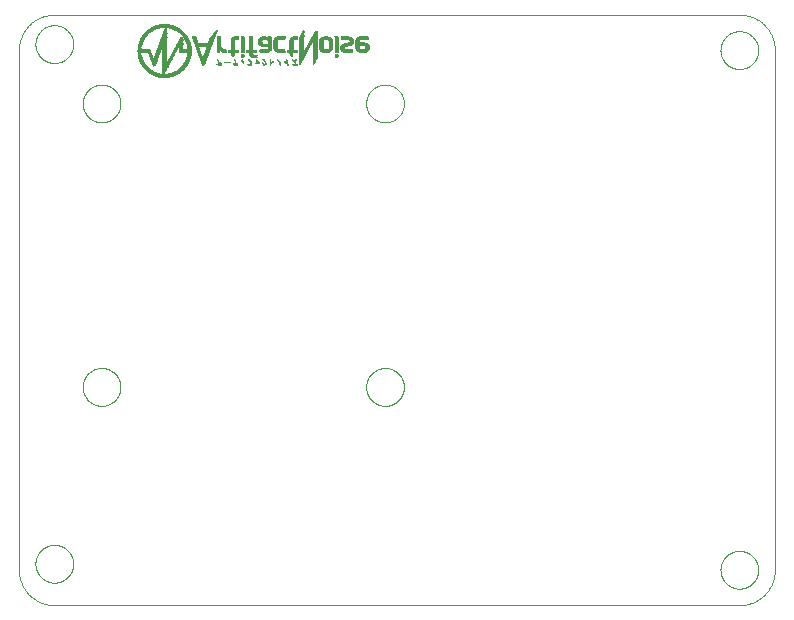
<source format=gbo>
G75*
%MOIN*%
%OFA0B0*%
%FSLAX25Y25*%
%IPPOS*%
%LPD*%
%AMOC8*
5,1,8,0,0,1.08239X$1,22.5*
%
%ADD10C,0.00000*%
%ADD11R,0.00039X0.00039*%
%ADD12R,0.00827X0.00039*%
%ADD13R,0.02008X0.00039*%
%ADD14R,0.00118X0.00039*%
%ADD15R,0.03110X0.00039*%
%ADD16R,0.03898X0.00039*%
%ADD17R,0.04528X0.00039*%
%ADD18R,0.04843X0.00039*%
%ADD19R,0.05079X0.00039*%
%ADD20R,0.05630X0.00039*%
%ADD21R,0.06102X0.00039*%
%ADD22R,0.06496X0.00039*%
%ADD23R,0.06654X0.00039*%
%ADD24R,0.06890X0.00039*%
%ADD25R,0.07283X0.00039*%
%ADD26R,0.07598X0.00039*%
%ADD27R,0.07913X0.00039*%
%ADD28R,0.07992X0.00039*%
%ADD29R,0.08228X0.00039*%
%ADD30R,0.03346X0.00039*%
%ADD31R,0.00276X0.00039*%
%ADD32R,0.02874X0.00039*%
%ADD33R,0.00354X0.00039*%
%ADD34R,0.02953X0.00039*%
%ADD35R,0.02717X0.00039*%
%ADD36R,0.00433X0.00039*%
%ADD37R,0.02559X0.00039*%
%ADD38R,0.00472X0.00039*%
%ADD39R,0.02638X0.00039*%
%ADD40R,0.02480X0.00039*%
%ADD41R,0.02323X0.00039*%
%ADD42R,0.00512X0.00039*%
%ADD43R,0.02402X0.00039*%
%ADD44R,0.02244X0.00039*%
%ADD45R,0.00591X0.00039*%
%ADD46R,0.02165X0.00039*%
%ADD47R,0.00669X0.00039*%
%ADD48R,0.02126X0.00039*%
%ADD49R,0.00748X0.00039*%
%ADD50R,0.02087X0.00039*%
%ADD51R,0.01969X0.00039*%
%ADD52R,0.01929X0.00039*%
%ADD53R,0.00079X0.00039*%
%ADD54R,0.01850X0.00039*%
%ADD55R,0.01772X0.00039*%
%ADD56R,0.01811X0.00039*%
%ADD57R,0.01693X0.00039*%
%ADD58R,0.00157X0.00039*%
%ADD59R,0.01732X0.00039*%
%ADD60R,0.00197X0.00039*%
%ADD61R,0.01654X0.00039*%
%ADD62R,0.00551X0.00039*%
%ADD63R,0.01614X0.00039*%
%ADD64R,0.00866X0.00039*%
%ADD65R,0.00236X0.00039*%
%ADD66R,0.00906X0.00039*%
%ADD67R,0.01535X0.00039*%
%ADD68R,0.00630X0.00039*%
%ADD69R,0.00984X0.00039*%
%ADD70R,0.00945X0.00039*%
%ADD71R,0.01575X0.00039*%
%ADD72R,0.00709X0.00039*%
%ADD73R,0.01496X0.00039*%
%ADD74R,0.01457X0.00039*%
%ADD75R,0.00787X0.00039*%
%ADD76R,0.01063X0.00039*%
%ADD77R,0.01378X0.00039*%
%ADD78R,0.01417X0.00039*%
%ADD79R,0.01102X0.00039*%
%ADD80R,0.01142X0.00039*%
%ADD81R,0.01024X0.00039*%
%ADD82R,0.01299X0.00039*%
%ADD83R,0.01220X0.00039*%
%ADD84R,0.01339X0.00039*%
%ADD85R,0.01181X0.00039*%
%ADD86R,0.01260X0.00039*%
%ADD87R,0.02362X0.00039*%
%ADD88R,0.02677X0.00039*%
%ADD89R,0.03031X0.00039*%
%ADD90R,0.02913X0.00039*%
%ADD91R,0.03189X0.00039*%
%ADD92R,0.03268X0.00039*%
%ADD93R,0.03071X0.00039*%
%ADD94R,0.02795X0.00039*%
%ADD95R,0.03425X0.00039*%
%ADD96R,0.02047X0.00039*%
%ADD97R,0.03386X0.00039*%
%ADD98R,0.03504X0.00039*%
%ADD99R,0.02205X0.00039*%
%ADD100R,0.03819X0.00039*%
%ADD101R,0.03307X0.00039*%
%ADD102R,0.03583X0.00039*%
%ADD103R,0.02283X0.00039*%
%ADD104R,0.03465X0.00039*%
%ADD105R,0.03661X0.00039*%
%ADD106R,0.03976X0.00039*%
%ADD107R,0.03740X0.00039*%
%ADD108R,0.04055X0.00039*%
%ADD109R,0.03780X0.00039*%
%ADD110R,0.02441X0.00039*%
%ADD111R,0.03543X0.00039*%
%ADD112R,0.03858X0.00039*%
%ADD113R,0.04134X0.00039*%
%ADD114R,0.04016X0.00039*%
%ADD115R,0.01890X0.00039*%
%ADD116R,0.04488X0.00039*%
%ADD117R,0.04449X0.00039*%
%ADD118R,0.04409X0.00039*%
%ADD119R,0.04370X0.00039*%
%ADD120R,0.02992X0.00039*%
%ADD121R,0.04331X0.00039*%
%ADD122R,0.04094X0.00039*%
%ADD123R,0.04252X0.00039*%
%ADD124R,0.04213X0.00039*%
%ADD125R,0.04173X0.00039*%
%ADD126R,0.03622X0.00039*%
%ADD127R,0.03701X0.00039*%
%ADD128R,0.03937X0.00039*%
%ADD129R,0.04291X0.00039*%
%ADD130R,0.00315X0.00039*%
%ADD131R,0.00394X0.00039*%
%ADD132R,0.08386X0.00039*%
%ADD133R,0.08071X0.00039*%
%ADD134R,0.07835X0.00039*%
%ADD135R,0.07441X0.00039*%
%ADD136R,0.07126X0.00039*%
%ADD137R,0.06811X0.00039*%
%ADD138R,0.06732X0.00039*%
%ADD139R,0.06339X0.00039*%
%ADD140R,0.05866X0.00039*%
%ADD141R,0.05472X0.00039*%
%ADD142R,0.04921X0.00039*%
D10*
X0015606Y0017535D02*
X0015606Y0190764D01*
X0015609Y0191049D01*
X0015620Y0191335D01*
X0015637Y0191620D01*
X0015661Y0191904D01*
X0015692Y0192188D01*
X0015730Y0192471D01*
X0015775Y0192752D01*
X0015826Y0193033D01*
X0015884Y0193313D01*
X0015949Y0193591D01*
X0016021Y0193867D01*
X0016099Y0194141D01*
X0016184Y0194414D01*
X0016276Y0194684D01*
X0016374Y0194952D01*
X0016478Y0195218D01*
X0016589Y0195481D01*
X0016706Y0195741D01*
X0016829Y0195999D01*
X0016959Y0196253D01*
X0017095Y0196504D01*
X0017236Y0196752D01*
X0017384Y0196996D01*
X0017537Y0197237D01*
X0017697Y0197473D01*
X0017862Y0197706D01*
X0018032Y0197935D01*
X0018208Y0198160D01*
X0018390Y0198380D01*
X0018576Y0198596D01*
X0018768Y0198807D01*
X0018965Y0199014D01*
X0019167Y0199216D01*
X0019374Y0199413D01*
X0019585Y0199605D01*
X0019801Y0199791D01*
X0020021Y0199973D01*
X0020246Y0200149D01*
X0020475Y0200319D01*
X0020708Y0200484D01*
X0020944Y0200644D01*
X0021185Y0200797D01*
X0021429Y0200945D01*
X0021677Y0201086D01*
X0021928Y0201222D01*
X0022182Y0201352D01*
X0022440Y0201475D01*
X0022700Y0201592D01*
X0022963Y0201703D01*
X0023229Y0201807D01*
X0023497Y0201905D01*
X0023767Y0201997D01*
X0024040Y0202082D01*
X0024314Y0202160D01*
X0024590Y0202232D01*
X0024868Y0202297D01*
X0025148Y0202355D01*
X0025429Y0202406D01*
X0025710Y0202451D01*
X0025993Y0202489D01*
X0026277Y0202520D01*
X0026561Y0202544D01*
X0026846Y0202561D01*
X0027132Y0202572D01*
X0027417Y0202575D01*
X0255764Y0202575D01*
X0249465Y0190764D02*
X0249467Y0190922D01*
X0249473Y0191080D01*
X0249483Y0191238D01*
X0249497Y0191396D01*
X0249515Y0191553D01*
X0249536Y0191710D01*
X0249562Y0191866D01*
X0249592Y0192022D01*
X0249625Y0192177D01*
X0249663Y0192330D01*
X0249704Y0192483D01*
X0249749Y0192635D01*
X0249798Y0192786D01*
X0249851Y0192935D01*
X0249907Y0193083D01*
X0249967Y0193229D01*
X0250031Y0193374D01*
X0250099Y0193517D01*
X0250170Y0193659D01*
X0250244Y0193799D01*
X0250322Y0193936D01*
X0250404Y0194072D01*
X0250488Y0194206D01*
X0250577Y0194337D01*
X0250668Y0194466D01*
X0250763Y0194593D01*
X0250860Y0194718D01*
X0250961Y0194840D01*
X0251065Y0194959D01*
X0251172Y0195076D01*
X0251282Y0195190D01*
X0251395Y0195301D01*
X0251510Y0195410D01*
X0251628Y0195515D01*
X0251749Y0195617D01*
X0251872Y0195717D01*
X0251998Y0195813D01*
X0252126Y0195906D01*
X0252256Y0195996D01*
X0252389Y0196082D01*
X0252524Y0196166D01*
X0252660Y0196245D01*
X0252799Y0196322D01*
X0252940Y0196394D01*
X0253082Y0196464D01*
X0253226Y0196529D01*
X0253372Y0196591D01*
X0253519Y0196649D01*
X0253668Y0196704D01*
X0253818Y0196755D01*
X0253969Y0196802D01*
X0254121Y0196845D01*
X0254274Y0196884D01*
X0254429Y0196920D01*
X0254584Y0196951D01*
X0254740Y0196979D01*
X0254896Y0197003D01*
X0255053Y0197023D01*
X0255211Y0197039D01*
X0255368Y0197051D01*
X0255527Y0197059D01*
X0255685Y0197063D01*
X0255843Y0197063D01*
X0256001Y0197059D01*
X0256160Y0197051D01*
X0256317Y0197039D01*
X0256475Y0197023D01*
X0256632Y0197003D01*
X0256788Y0196979D01*
X0256944Y0196951D01*
X0257099Y0196920D01*
X0257254Y0196884D01*
X0257407Y0196845D01*
X0257559Y0196802D01*
X0257710Y0196755D01*
X0257860Y0196704D01*
X0258009Y0196649D01*
X0258156Y0196591D01*
X0258302Y0196529D01*
X0258446Y0196464D01*
X0258588Y0196394D01*
X0258729Y0196322D01*
X0258868Y0196245D01*
X0259004Y0196166D01*
X0259139Y0196082D01*
X0259272Y0195996D01*
X0259402Y0195906D01*
X0259530Y0195813D01*
X0259656Y0195717D01*
X0259779Y0195617D01*
X0259900Y0195515D01*
X0260018Y0195410D01*
X0260133Y0195301D01*
X0260246Y0195190D01*
X0260356Y0195076D01*
X0260463Y0194959D01*
X0260567Y0194840D01*
X0260668Y0194718D01*
X0260765Y0194593D01*
X0260860Y0194466D01*
X0260951Y0194337D01*
X0261040Y0194206D01*
X0261124Y0194072D01*
X0261206Y0193936D01*
X0261284Y0193799D01*
X0261358Y0193659D01*
X0261429Y0193517D01*
X0261497Y0193374D01*
X0261561Y0193229D01*
X0261621Y0193083D01*
X0261677Y0192935D01*
X0261730Y0192786D01*
X0261779Y0192635D01*
X0261824Y0192483D01*
X0261865Y0192330D01*
X0261903Y0192177D01*
X0261936Y0192022D01*
X0261966Y0191866D01*
X0261992Y0191710D01*
X0262013Y0191553D01*
X0262031Y0191396D01*
X0262045Y0191238D01*
X0262055Y0191080D01*
X0262061Y0190922D01*
X0262063Y0190764D01*
X0262061Y0190606D01*
X0262055Y0190448D01*
X0262045Y0190290D01*
X0262031Y0190132D01*
X0262013Y0189975D01*
X0261992Y0189818D01*
X0261966Y0189662D01*
X0261936Y0189506D01*
X0261903Y0189351D01*
X0261865Y0189198D01*
X0261824Y0189045D01*
X0261779Y0188893D01*
X0261730Y0188742D01*
X0261677Y0188593D01*
X0261621Y0188445D01*
X0261561Y0188299D01*
X0261497Y0188154D01*
X0261429Y0188011D01*
X0261358Y0187869D01*
X0261284Y0187729D01*
X0261206Y0187592D01*
X0261124Y0187456D01*
X0261040Y0187322D01*
X0260951Y0187191D01*
X0260860Y0187062D01*
X0260765Y0186935D01*
X0260668Y0186810D01*
X0260567Y0186688D01*
X0260463Y0186569D01*
X0260356Y0186452D01*
X0260246Y0186338D01*
X0260133Y0186227D01*
X0260018Y0186118D01*
X0259900Y0186013D01*
X0259779Y0185911D01*
X0259656Y0185811D01*
X0259530Y0185715D01*
X0259402Y0185622D01*
X0259272Y0185532D01*
X0259139Y0185446D01*
X0259004Y0185362D01*
X0258868Y0185283D01*
X0258729Y0185206D01*
X0258588Y0185134D01*
X0258446Y0185064D01*
X0258302Y0184999D01*
X0258156Y0184937D01*
X0258009Y0184879D01*
X0257860Y0184824D01*
X0257710Y0184773D01*
X0257559Y0184726D01*
X0257407Y0184683D01*
X0257254Y0184644D01*
X0257099Y0184608D01*
X0256944Y0184577D01*
X0256788Y0184549D01*
X0256632Y0184525D01*
X0256475Y0184505D01*
X0256317Y0184489D01*
X0256160Y0184477D01*
X0256001Y0184469D01*
X0255843Y0184465D01*
X0255685Y0184465D01*
X0255527Y0184469D01*
X0255368Y0184477D01*
X0255211Y0184489D01*
X0255053Y0184505D01*
X0254896Y0184525D01*
X0254740Y0184549D01*
X0254584Y0184577D01*
X0254429Y0184608D01*
X0254274Y0184644D01*
X0254121Y0184683D01*
X0253969Y0184726D01*
X0253818Y0184773D01*
X0253668Y0184824D01*
X0253519Y0184879D01*
X0253372Y0184937D01*
X0253226Y0184999D01*
X0253082Y0185064D01*
X0252940Y0185134D01*
X0252799Y0185206D01*
X0252660Y0185283D01*
X0252524Y0185362D01*
X0252389Y0185446D01*
X0252256Y0185532D01*
X0252126Y0185622D01*
X0251998Y0185715D01*
X0251872Y0185811D01*
X0251749Y0185911D01*
X0251628Y0186013D01*
X0251510Y0186118D01*
X0251395Y0186227D01*
X0251282Y0186338D01*
X0251172Y0186452D01*
X0251065Y0186569D01*
X0250961Y0186688D01*
X0250860Y0186810D01*
X0250763Y0186935D01*
X0250668Y0187062D01*
X0250577Y0187191D01*
X0250488Y0187322D01*
X0250404Y0187456D01*
X0250322Y0187592D01*
X0250244Y0187729D01*
X0250170Y0187869D01*
X0250099Y0188011D01*
X0250031Y0188154D01*
X0249967Y0188299D01*
X0249907Y0188445D01*
X0249851Y0188593D01*
X0249798Y0188742D01*
X0249749Y0188893D01*
X0249704Y0189045D01*
X0249663Y0189198D01*
X0249625Y0189351D01*
X0249592Y0189506D01*
X0249562Y0189662D01*
X0249536Y0189818D01*
X0249515Y0189975D01*
X0249497Y0190132D01*
X0249483Y0190290D01*
X0249473Y0190448D01*
X0249467Y0190606D01*
X0249465Y0190764D01*
X0255764Y0202575D02*
X0256049Y0202572D01*
X0256335Y0202561D01*
X0256620Y0202544D01*
X0256904Y0202520D01*
X0257188Y0202489D01*
X0257471Y0202451D01*
X0257752Y0202406D01*
X0258033Y0202355D01*
X0258313Y0202297D01*
X0258591Y0202232D01*
X0258867Y0202160D01*
X0259141Y0202082D01*
X0259414Y0201997D01*
X0259684Y0201905D01*
X0259952Y0201807D01*
X0260218Y0201703D01*
X0260481Y0201592D01*
X0260741Y0201475D01*
X0260999Y0201352D01*
X0261253Y0201222D01*
X0261504Y0201086D01*
X0261752Y0200945D01*
X0261996Y0200797D01*
X0262237Y0200644D01*
X0262473Y0200484D01*
X0262706Y0200319D01*
X0262935Y0200149D01*
X0263160Y0199973D01*
X0263380Y0199791D01*
X0263596Y0199605D01*
X0263807Y0199413D01*
X0264014Y0199216D01*
X0264216Y0199014D01*
X0264413Y0198807D01*
X0264605Y0198596D01*
X0264791Y0198380D01*
X0264973Y0198160D01*
X0265149Y0197935D01*
X0265319Y0197706D01*
X0265484Y0197473D01*
X0265644Y0197237D01*
X0265797Y0196996D01*
X0265945Y0196752D01*
X0266086Y0196504D01*
X0266222Y0196253D01*
X0266352Y0195999D01*
X0266475Y0195741D01*
X0266592Y0195481D01*
X0266703Y0195218D01*
X0266807Y0194952D01*
X0266905Y0194684D01*
X0266997Y0194414D01*
X0267082Y0194141D01*
X0267160Y0193867D01*
X0267232Y0193591D01*
X0267297Y0193313D01*
X0267355Y0193033D01*
X0267406Y0192752D01*
X0267451Y0192471D01*
X0267489Y0192188D01*
X0267520Y0191904D01*
X0267544Y0191620D01*
X0267561Y0191335D01*
X0267572Y0191049D01*
X0267575Y0190764D01*
X0267575Y0017535D01*
X0249465Y0017535D02*
X0249467Y0017693D01*
X0249473Y0017851D01*
X0249483Y0018009D01*
X0249497Y0018167D01*
X0249515Y0018324D01*
X0249536Y0018481D01*
X0249562Y0018637D01*
X0249592Y0018793D01*
X0249625Y0018948D01*
X0249663Y0019101D01*
X0249704Y0019254D01*
X0249749Y0019406D01*
X0249798Y0019557D01*
X0249851Y0019706D01*
X0249907Y0019854D01*
X0249967Y0020000D01*
X0250031Y0020145D01*
X0250099Y0020288D01*
X0250170Y0020430D01*
X0250244Y0020570D01*
X0250322Y0020707D01*
X0250404Y0020843D01*
X0250488Y0020977D01*
X0250577Y0021108D01*
X0250668Y0021237D01*
X0250763Y0021364D01*
X0250860Y0021489D01*
X0250961Y0021611D01*
X0251065Y0021730D01*
X0251172Y0021847D01*
X0251282Y0021961D01*
X0251395Y0022072D01*
X0251510Y0022181D01*
X0251628Y0022286D01*
X0251749Y0022388D01*
X0251872Y0022488D01*
X0251998Y0022584D01*
X0252126Y0022677D01*
X0252256Y0022767D01*
X0252389Y0022853D01*
X0252524Y0022937D01*
X0252660Y0023016D01*
X0252799Y0023093D01*
X0252940Y0023165D01*
X0253082Y0023235D01*
X0253226Y0023300D01*
X0253372Y0023362D01*
X0253519Y0023420D01*
X0253668Y0023475D01*
X0253818Y0023526D01*
X0253969Y0023573D01*
X0254121Y0023616D01*
X0254274Y0023655D01*
X0254429Y0023691D01*
X0254584Y0023722D01*
X0254740Y0023750D01*
X0254896Y0023774D01*
X0255053Y0023794D01*
X0255211Y0023810D01*
X0255368Y0023822D01*
X0255527Y0023830D01*
X0255685Y0023834D01*
X0255843Y0023834D01*
X0256001Y0023830D01*
X0256160Y0023822D01*
X0256317Y0023810D01*
X0256475Y0023794D01*
X0256632Y0023774D01*
X0256788Y0023750D01*
X0256944Y0023722D01*
X0257099Y0023691D01*
X0257254Y0023655D01*
X0257407Y0023616D01*
X0257559Y0023573D01*
X0257710Y0023526D01*
X0257860Y0023475D01*
X0258009Y0023420D01*
X0258156Y0023362D01*
X0258302Y0023300D01*
X0258446Y0023235D01*
X0258588Y0023165D01*
X0258729Y0023093D01*
X0258868Y0023016D01*
X0259004Y0022937D01*
X0259139Y0022853D01*
X0259272Y0022767D01*
X0259402Y0022677D01*
X0259530Y0022584D01*
X0259656Y0022488D01*
X0259779Y0022388D01*
X0259900Y0022286D01*
X0260018Y0022181D01*
X0260133Y0022072D01*
X0260246Y0021961D01*
X0260356Y0021847D01*
X0260463Y0021730D01*
X0260567Y0021611D01*
X0260668Y0021489D01*
X0260765Y0021364D01*
X0260860Y0021237D01*
X0260951Y0021108D01*
X0261040Y0020977D01*
X0261124Y0020843D01*
X0261206Y0020707D01*
X0261284Y0020570D01*
X0261358Y0020430D01*
X0261429Y0020288D01*
X0261497Y0020145D01*
X0261561Y0020000D01*
X0261621Y0019854D01*
X0261677Y0019706D01*
X0261730Y0019557D01*
X0261779Y0019406D01*
X0261824Y0019254D01*
X0261865Y0019101D01*
X0261903Y0018948D01*
X0261936Y0018793D01*
X0261966Y0018637D01*
X0261992Y0018481D01*
X0262013Y0018324D01*
X0262031Y0018167D01*
X0262045Y0018009D01*
X0262055Y0017851D01*
X0262061Y0017693D01*
X0262063Y0017535D01*
X0262061Y0017377D01*
X0262055Y0017219D01*
X0262045Y0017061D01*
X0262031Y0016903D01*
X0262013Y0016746D01*
X0261992Y0016589D01*
X0261966Y0016433D01*
X0261936Y0016277D01*
X0261903Y0016122D01*
X0261865Y0015969D01*
X0261824Y0015816D01*
X0261779Y0015664D01*
X0261730Y0015513D01*
X0261677Y0015364D01*
X0261621Y0015216D01*
X0261561Y0015070D01*
X0261497Y0014925D01*
X0261429Y0014782D01*
X0261358Y0014640D01*
X0261284Y0014500D01*
X0261206Y0014363D01*
X0261124Y0014227D01*
X0261040Y0014093D01*
X0260951Y0013962D01*
X0260860Y0013833D01*
X0260765Y0013706D01*
X0260668Y0013581D01*
X0260567Y0013459D01*
X0260463Y0013340D01*
X0260356Y0013223D01*
X0260246Y0013109D01*
X0260133Y0012998D01*
X0260018Y0012889D01*
X0259900Y0012784D01*
X0259779Y0012682D01*
X0259656Y0012582D01*
X0259530Y0012486D01*
X0259402Y0012393D01*
X0259272Y0012303D01*
X0259139Y0012217D01*
X0259004Y0012133D01*
X0258868Y0012054D01*
X0258729Y0011977D01*
X0258588Y0011905D01*
X0258446Y0011835D01*
X0258302Y0011770D01*
X0258156Y0011708D01*
X0258009Y0011650D01*
X0257860Y0011595D01*
X0257710Y0011544D01*
X0257559Y0011497D01*
X0257407Y0011454D01*
X0257254Y0011415D01*
X0257099Y0011379D01*
X0256944Y0011348D01*
X0256788Y0011320D01*
X0256632Y0011296D01*
X0256475Y0011276D01*
X0256317Y0011260D01*
X0256160Y0011248D01*
X0256001Y0011240D01*
X0255843Y0011236D01*
X0255685Y0011236D01*
X0255527Y0011240D01*
X0255368Y0011248D01*
X0255211Y0011260D01*
X0255053Y0011276D01*
X0254896Y0011296D01*
X0254740Y0011320D01*
X0254584Y0011348D01*
X0254429Y0011379D01*
X0254274Y0011415D01*
X0254121Y0011454D01*
X0253969Y0011497D01*
X0253818Y0011544D01*
X0253668Y0011595D01*
X0253519Y0011650D01*
X0253372Y0011708D01*
X0253226Y0011770D01*
X0253082Y0011835D01*
X0252940Y0011905D01*
X0252799Y0011977D01*
X0252660Y0012054D01*
X0252524Y0012133D01*
X0252389Y0012217D01*
X0252256Y0012303D01*
X0252126Y0012393D01*
X0251998Y0012486D01*
X0251872Y0012582D01*
X0251749Y0012682D01*
X0251628Y0012784D01*
X0251510Y0012889D01*
X0251395Y0012998D01*
X0251282Y0013109D01*
X0251172Y0013223D01*
X0251065Y0013340D01*
X0250961Y0013459D01*
X0250860Y0013581D01*
X0250763Y0013706D01*
X0250668Y0013833D01*
X0250577Y0013962D01*
X0250488Y0014093D01*
X0250404Y0014227D01*
X0250322Y0014363D01*
X0250244Y0014500D01*
X0250170Y0014640D01*
X0250099Y0014782D01*
X0250031Y0014925D01*
X0249967Y0015070D01*
X0249907Y0015216D01*
X0249851Y0015364D01*
X0249798Y0015513D01*
X0249749Y0015664D01*
X0249704Y0015816D01*
X0249663Y0015969D01*
X0249625Y0016122D01*
X0249592Y0016277D01*
X0249562Y0016433D01*
X0249536Y0016589D01*
X0249515Y0016746D01*
X0249497Y0016903D01*
X0249483Y0017061D01*
X0249473Y0017219D01*
X0249467Y0017377D01*
X0249465Y0017535D01*
X0255764Y0005724D02*
X0256049Y0005727D01*
X0256335Y0005738D01*
X0256620Y0005755D01*
X0256904Y0005779D01*
X0257188Y0005810D01*
X0257471Y0005848D01*
X0257752Y0005893D01*
X0258033Y0005944D01*
X0258313Y0006002D01*
X0258591Y0006067D01*
X0258867Y0006139D01*
X0259141Y0006217D01*
X0259414Y0006302D01*
X0259684Y0006394D01*
X0259952Y0006492D01*
X0260218Y0006596D01*
X0260481Y0006707D01*
X0260741Y0006824D01*
X0260999Y0006947D01*
X0261253Y0007077D01*
X0261504Y0007213D01*
X0261752Y0007354D01*
X0261996Y0007502D01*
X0262237Y0007655D01*
X0262473Y0007815D01*
X0262706Y0007980D01*
X0262935Y0008150D01*
X0263160Y0008326D01*
X0263380Y0008508D01*
X0263596Y0008694D01*
X0263807Y0008886D01*
X0264014Y0009083D01*
X0264216Y0009285D01*
X0264413Y0009492D01*
X0264605Y0009703D01*
X0264791Y0009919D01*
X0264973Y0010139D01*
X0265149Y0010364D01*
X0265319Y0010593D01*
X0265484Y0010826D01*
X0265644Y0011062D01*
X0265797Y0011303D01*
X0265945Y0011547D01*
X0266086Y0011795D01*
X0266222Y0012046D01*
X0266352Y0012300D01*
X0266475Y0012558D01*
X0266592Y0012818D01*
X0266703Y0013081D01*
X0266807Y0013347D01*
X0266905Y0013615D01*
X0266997Y0013885D01*
X0267082Y0014158D01*
X0267160Y0014432D01*
X0267232Y0014708D01*
X0267297Y0014986D01*
X0267355Y0015266D01*
X0267406Y0015547D01*
X0267451Y0015828D01*
X0267489Y0016111D01*
X0267520Y0016395D01*
X0267544Y0016679D01*
X0267561Y0016964D01*
X0267572Y0017250D01*
X0267575Y0017535D01*
X0255764Y0005724D02*
X0027417Y0005724D01*
X0027132Y0005727D01*
X0026846Y0005738D01*
X0026561Y0005755D01*
X0026277Y0005779D01*
X0025993Y0005810D01*
X0025710Y0005848D01*
X0025429Y0005893D01*
X0025148Y0005944D01*
X0024868Y0006002D01*
X0024590Y0006067D01*
X0024314Y0006139D01*
X0024040Y0006217D01*
X0023767Y0006302D01*
X0023497Y0006394D01*
X0023229Y0006492D01*
X0022963Y0006596D01*
X0022700Y0006707D01*
X0022440Y0006824D01*
X0022182Y0006947D01*
X0021928Y0007077D01*
X0021677Y0007213D01*
X0021429Y0007354D01*
X0021185Y0007502D01*
X0020944Y0007655D01*
X0020708Y0007815D01*
X0020475Y0007980D01*
X0020246Y0008150D01*
X0020021Y0008326D01*
X0019801Y0008508D01*
X0019585Y0008694D01*
X0019374Y0008886D01*
X0019167Y0009083D01*
X0018965Y0009285D01*
X0018768Y0009492D01*
X0018576Y0009703D01*
X0018390Y0009919D01*
X0018208Y0010139D01*
X0018032Y0010364D01*
X0017862Y0010593D01*
X0017697Y0010826D01*
X0017537Y0011062D01*
X0017384Y0011303D01*
X0017236Y0011547D01*
X0017095Y0011795D01*
X0016959Y0012046D01*
X0016829Y0012300D01*
X0016706Y0012558D01*
X0016589Y0012818D01*
X0016478Y0013081D01*
X0016374Y0013347D01*
X0016276Y0013615D01*
X0016184Y0013885D01*
X0016099Y0014158D01*
X0016021Y0014432D01*
X0015949Y0014708D01*
X0015884Y0014986D01*
X0015826Y0015266D01*
X0015775Y0015547D01*
X0015730Y0015828D01*
X0015692Y0016111D01*
X0015661Y0016395D01*
X0015637Y0016679D01*
X0015620Y0016964D01*
X0015609Y0017250D01*
X0015606Y0017535D01*
X0021118Y0019535D02*
X0021120Y0019693D01*
X0021126Y0019851D01*
X0021136Y0020009D01*
X0021150Y0020167D01*
X0021168Y0020324D01*
X0021189Y0020481D01*
X0021215Y0020637D01*
X0021245Y0020793D01*
X0021278Y0020948D01*
X0021316Y0021101D01*
X0021357Y0021254D01*
X0021402Y0021406D01*
X0021451Y0021557D01*
X0021504Y0021706D01*
X0021560Y0021854D01*
X0021620Y0022000D01*
X0021684Y0022145D01*
X0021752Y0022288D01*
X0021823Y0022430D01*
X0021897Y0022570D01*
X0021975Y0022707D01*
X0022057Y0022843D01*
X0022141Y0022977D01*
X0022230Y0023108D01*
X0022321Y0023237D01*
X0022416Y0023364D01*
X0022513Y0023489D01*
X0022614Y0023611D01*
X0022718Y0023730D01*
X0022825Y0023847D01*
X0022935Y0023961D01*
X0023048Y0024072D01*
X0023163Y0024181D01*
X0023281Y0024286D01*
X0023402Y0024388D01*
X0023525Y0024488D01*
X0023651Y0024584D01*
X0023779Y0024677D01*
X0023909Y0024767D01*
X0024042Y0024853D01*
X0024177Y0024937D01*
X0024313Y0025016D01*
X0024452Y0025093D01*
X0024593Y0025165D01*
X0024735Y0025235D01*
X0024879Y0025300D01*
X0025025Y0025362D01*
X0025172Y0025420D01*
X0025321Y0025475D01*
X0025471Y0025526D01*
X0025622Y0025573D01*
X0025774Y0025616D01*
X0025927Y0025655D01*
X0026082Y0025691D01*
X0026237Y0025722D01*
X0026393Y0025750D01*
X0026549Y0025774D01*
X0026706Y0025794D01*
X0026864Y0025810D01*
X0027021Y0025822D01*
X0027180Y0025830D01*
X0027338Y0025834D01*
X0027496Y0025834D01*
X0027654Y0025830D01*
X0027813Y0025822D01*
X0027970Y0025810D01*
X0028128Y0025794D01*
X0028285Y0025774D01*
X0028441Y0025750D01*
X0028597Y0025722D01*
X0028752Y0025691D01*
X0028907Y0025655D01*
X0029060Y0025616D01*
X0029212Y0025573D01*
X0029363Y0025526D01*
X0029513Y0025475D01*
X0029662Y0025420D01*
X0029809Y0025362D01*
X0029955Y0025300D01*
X0030099Y0025235D01*
X0030241Y0025165D01*
X0030382Y0025093D01*
X0030521Y0025016D01*
X0030657Y0024937D01*
X0030792Y0024853D01*
X0030925Y0024767D01*
X0031055Y0024677D01*
X0031183Y0024584D01*
X0031309Y0024488D01*
X0031432Y0024388D01*
X0031553Y0024286D01*
X0031671Y0024181D01*
X0031786Y0024072D01*
X0031899Y0023961D01*
X0032009Y0023847D01*
X0032116Y0023730D01*
X0032220Y0023611D01*
X0032321Y0023489D01*
X0032418Y0023364D01*
X0032513Y0023237D01*
X0032604Y0023108D01*
X0032693Y0022977D01*
X0032777Y0022843D01*
X0032859Y0022707D01*
X0032937Y0022570D01*
X0033011Y0022430D01*
X0033082Y0022288D01*
X0033150Y0022145D01*
X0033214Y0022000D01*
X0033274Y0021854D01*
X0033330Y0021706D01*
X0033383Y0021557D01*
X0033432Y0021406D01*
X0033477Y0021254D01*
X0033518Y0021101D01*
X0033556Y0020948D01*
X0033589Y0020793D01*
X0033619Y0020637D01*
X0033645Y0020481D01*
X0033666Y0020324D01*
X0033684Y0020167D01*
X0033698Y0020009D01*
X0033708Y0019851D01*
X0033714Y0019693D01*
X0033716Y0019535D01*
X0033714Y0019377D01*
X0033708Y0019219D01*
X0033698Y0019061D01*
X0033684Y0018903D01*
X0033666Y0018746D01*
X0033645Y0018589D01*
X0033619Y0018433D01*
X0033589Y0018277D01*
X0033556Y0018122D01*
X0033518Y0017969D01*
X0033477Y0017816D01*
X0033432Y0017664D01*
X0033383Y0017513D01*
X0033330Y0017364D01*
X0033274Y0017216D01*
X0033214Y0017070D01*
X0033150Y0016925D01*
X0033082Y0016782D01*
X0033011Y0016640D01*
X0032937Y0016500D01*
X0032859Y0016363D01*
X0032777Y0016227D01*
X0032693Y0016093D01*
X0032604Y0015962D01*
X0032513Y0015833D01*
X0032418Y0015706D01*
X0032321Y0015581D01*
X0032220Y0015459D01*
X0032116Y0015340D01*
X0032009Y0015223D01*
X0031899Y0015109D01*
X0031786Y0014998D01*
X0031671Y0014889D01*
X0031553Y0014784D01*
X0031432Y0014682D01*
X0031309Y0014582D01*
X0031183Y0014486D01*
X0031055Y0014393D01*
X0030925Y0014303D01*
X0030792Y0014217D01*
X0030657Y0014133D01*
X0030521Y0014054D01*
X0030382Y0013977D01*
X0030241Y0013905D01*
X0030099Y0013835D01*
X0029955Y0013770D01*
X0029809Y0013708D01*
X0029662Y0013650D01*
X0029513Y0013595D01*
X0029363Y0013544D01*
X0029212Y0013497D01*
X0029060Y0013454D01*
X0028907Y0013415D01*
X0028752Y0013379D01*
X0028597Y0013348D01*
X0028441Y0013320D01*
X0028285Y0013296D01*
X0028128Y0013276D01*
X0027970Y0013260D01*
X0027813Y0013248D01*
X0027654Y0013240D01*
X0027496Y0013236D01*
X0027338Y0013236D01*
X0027180Y0013240D01*
X0027021Y0013248D01*
X0026864Y0013260D01*
X0026706Y0013276D01*
X0026549Y0013296D01*
X0026393Y0013320D01*
X0026237Y0013348D01*
X0026082Y0013379D01*
X0025927Y0013415D01*
X0025774Y0013454D01*
X0025622Y0013497D01*
X0025471Y0013544D01*
X0025321Y0013595D01*
X0025172Y0013650D01*
X0025025Y0013708D01*
X0024879Y0013770D01*
X0024735Y0013835D01*
X0024593Y0013905D01*
X0024452Y0013977D01*
X0024313Y0014054D01*
X0024177Y0014133D01*
X0024042Y0014217D01*
X0023909Y0014303D01*
X0023779Y0014393D01*
X0023651Y0014486D01*
X0023525Y0014582D01*
X0023402Y0014682D01*
X0023281Y0014784D01*
X0023163Y0014889D01*
X0023048Y0014998D01*
X0022935Y0015109D01*
X0022825Y0015223D01*
X0022718Y0015340D01*
X0022614Y0015459D01*
X0022513Y0015581D01*
X0022416Y0015706D01*
X0022321Y0015833D01*
X0022230Y0015962D01*
X0022141Y0016093D01*
X0022057Y0016227D01*
X0021975Y0016363D01*
X0021897Y0016500D01*
X0021823Y0016640D01*
X0021752Y0016782D01*
X0021684Y0016925D01*
X0021620Y0017070D01*
X0021560Y0017216D01*
X0021504Y0017364D01*
X0021451Y0017513D01*
X0021402Y0017664D01*
X0021357Y0017816D01*
X0021316Y0017969D01*
X0021278Y0018122D01*
X0021245Y0018277D01*
X0021215Y0018433D01*
X0021189Y0018589D01*
X0021168Y0018746D01*
X0021150Y0018903D01*
X0021136Y0019061D01*
X0021126Y0019219D01*
X0021120Y0019377D01*
X0021118Y0019535D01*
X0036866Y0078480D02*
X0036868Y0078638D01*
X0036874Y0078796D01*
X0036884Y0078954D01*
X0036898Y0079112D01*
X0036916Y0079269D01*
X0036937Y0079426D01*
X0036963Y0079582D01*
X0036993Y0079738D01*
X0037026Y0079893D01*
X0037064Y0080046D01*
X0037105Y0080199D01*
X0037150Y0080351D01*
X0037199Y0080502D01*
X0037252Y0080651D01*
X0037308Y0080799D01*
X0037368Y0080945D01*
X0037432Y0081090D01*
X0037500Y0081233D01*
X0037571Y0081375D01*
X0037645Y0081515D01*
X0037723Y0081652D01*
X0037805Y0081788D01*
X0037889Y0081922D01*
X0037978Y0082053D01*
X0038069Y0082182D01*
X0038164Y0082309D01*
X0038261Y0082434D01*
X0038362Y0082556D01*
X0038466Y0082675D01*
X0038573Y0082792D01*
X0038683Y0082906D01*
X0038796Y0083017D01*
X0038911Y0083126D01*
X0039029Y0083231D01*
X0039150Y0083333D01*
X0039273Y0083433D01*
X0039399Y0083529D01*
X0039527Y0083622D01*
X0039657Y0083712D01*
X0039790Y0083798D01*
X0039925Y0083882D01*
X0040061Y0083961D01*
X0040200Y0084038D01*
X0040341Y0084110D01*
X0040483Y0084180D01*
X0040627Y0084245D01*
X0040773Y0084307D01*
X0040920Y0084365D01*
X0041069Y0084420D01*
X0041219Y0084471D01*
X0041370Y0084518D01*
X0041522Y0084561D01*
X0041675Y0084600D01*
X0041830Y0084636D01*
X0041985Y0084667D01*
X0042141Y0084695D01*
X0042297Y0084719D01*
X0042454Y0084739D01*
X0042612Y0084755D01*
X0042769Y0084767D01*
X0042928Y0084775D01*
X0043086Y0084779D01*
X0043244Y0084779D01*
X0043402Y0084775D01*
X0043561Y0084767D01*
X0043718Y0084755D01*
X0043876Y0084739D01*
X0044033Y0084719D01*
X0044189Y0084695D01*
X0044345Y0084667D01*
X0044500Y0084636D01*
X0044655Y0084600D01*
X0044808Y0084561D01*
X0044960Y0084518D01*
X0045111Y0084471D01*
X0045261Y0084420D01*
X0045410Y0084365D01*
X0045557Y0084307D01*
X0045703Y0084245D01*
X0045847Y0084180D01*
X0045989Y0084110D01*
X0046130Y0084038D01*
X0046269Y0083961D01*
X0046405Y0083882D01*
X0046540Y0083798D01*
X0046673Y0083712D01*
X0046803Y0083622D01*
X0046931Y0083529D01*
X0047057Y0083433D01*
X0047180Y0083333D01*
X0047301Y0083231D01*
X0047419Y0083126D01*
X0047534Y0083017D01*
X0047647Y0082906D01*
X0047757Y0082792D01*
X0047864Y0082675D01*
X0047968Y0082556D01*
X0048069Y0082434D01*
X0048166Y0082309D01*
X0048261Y0082182D01*
X0048352Y0082053D01*
X0048441Y0081922D01*
X0048525Y0081788D01*
X0048607Y0081652D01*
X0048685Y0081515D01*
X0048759Y0081375D01*
X0048830Y0081233D01*
X0048898Y0081090D01*
X0048962Y0080945D01*
X0049022Y0080799D01*
X0049078Y0080651D01*
X0049131Y0080502D01*
X0049180Y0080351D01*
X0049225Y0080199D01*
X0049266Y0080046D01*
X0049304Y0079893D01*
X0049337Y0079738D01*
X0049367Y0079582D01*
X0049393Y0079426D01*
X0049414Y0079269D01*
X0049432Y0079112D01*
X0049446Y0078954D01*
X0049456Y0078796D01*
X0049462Y0078638D01*
X0049464Y0078480D01*
X0049462Y0078322D01*
X0049456Y0078164D01*
X0049446Y0078006D01*
X0049432Y0077848D01*
X0049414Y0077691D01*
X0049393Y0077534D01*
X0049367Y0077378D01*
X0049337Y0077222D01*
X0049304Y0077067D01*
X0049266Y0076914D01*
X0049225Y0076761D01*
X0049180Y0076609D01*
X0049131Y0076458D01*
X0049078Y0076309D01*
X0049022Y0076161D01*
X0048962Y0076015D01*
X0048898Y0075870D01*
X0048830Y0075727D01*
X0048759Y0075585D01*
X0048685Y0075445D01*
X0048607Y0075308D01*
X0048525Y0075172D01*
X0048441Y0075038D01*
X0048352Y0074907D01*
X0048261Y0074778D01*
X0048166Y0074651D01*
X0048069Y0074526D01*
X0047968Y0074404D01*
X0047864Y0074285D01*
X0047757Y0074168D01*
X0047647Y0074054D01*
X0047534Y0073943D01*
X0047419Y0073834D01*
X0047301Y0073729D01*
X0047180Y0073627D01*
X0047057Y0073527D01*
X0046931Y0073431D01*
X0046803Y0073338D01*
X0046673Y0073248D01*
X0046540Y0073162D01*
X0046405Y0073078D01*
X0046269Y0072999D01*
X0046130Y0072922D01*
X0045989Y0072850D01*
X0045847Y0072780D01*
X0045703Y0072715D01*
X0045557Y0072653D01*
X0045410Y0072595D01*
X0045261Y0072540D01*
X0045111Y0072489D01*
X0044960Y0072442D01*
X0044808Y0072399D01*
X0044655Y0072360D01*
X0044500Y0072324D01*
X0044345Y0072293D01*
X0044189Y0072265D01*
X0044033Y0072241D01*
X0043876Y0072221D01*
X0043718Y0072205D01*
X0043561Y0072193D01*
X0043402Y0072185D01*
X0043244Y0072181D01*
X0043086Y0072181D01*
X0042928Y0072185D01*
X0042769Y0072193D01*
X0042612Y0072205D01*
X0042454Y0072221D01*
X0042297Y0072241D01*
X0042141Y0072265D01*
X0041985Y0072293D01*
X0041830Y0072324D01*
X0041675Y0072360D01*
X0041522Y0072399D01*
X0041370Y0072442D01*
X0041219Y0072489D01*
X0041069Y0072540D01*
X0040920Y0072595D01*
X0040773Y0072653D01*
X0040627Y0072715D01*
X0040483Y0072780D01*
X0040341Y0072850D01*
X0040200Y0072922D01*
X0040061Y0072999D01*
X0039925Y0073078D01*
X0039790Y0073162D01*
X0039657Y0073248D01*
X0039527Y0073338D01*
X0039399Y0073431D01*
X0039273Y0073527D01*
X0039150Y0073627D01*
X0039029Y0073729D01*
X0038911Y0073834D01*
X0038796Y0073943D01*
X0038683Y0074054D01*
X0038573Y0074168D01*
X0038466Y0074285D01*
X0038362Y0074404D01*
X0038261Y0074526D01*
X0038164Y0074651D01*
X0038069Y0074778D01*
X0037978Y0074907D01*
X0037889Y0075038D01*
X0037805Y0075172D01*
X0037723Y0075308D01*
X0037645Y0075445D01*
X0037571Y0075585D01*
X0037500Y0075727D01*
X0037432Y0075870D01*
X0037368Y0076015D01*
X0037308Y0076161D01*
X0037252Y0076309D01*
X0037199Y0076458D01*
X0037150Y0076609D01*
X0037105Y0076761D01*
X0037064Y0076914D01*
X0037026Y0077067D01*
X0036993Y0077222D01*
X0036963Y0077378D01*
X0036937Y0077534D01*
X0036916Y0077691D01*
X0036898Y0077848D01*
X0036884Y0078006D01*
X0036874Y0078164D01*
X0036868Y0078322D01*
X0036866Y0078480D01*
X0131355Y0078480D02*
X0131357Y0078638D01*
X0131363Y0078796D01*
X0131373Y0078954D01*
X0131387Y0079112D01*
X0131405Y0079269D01*
X0131426Y0079426D01*
X0131452Y0079582D01*
X0131482Y0079738D01*
X0131515Y0079893D01*
X0131553Y0080046D01*
X0131594Y0080199D01*
X0131639Y0080351D01*
X0131688Y0080502D01*
X0131741Y0080651D01*
X0131797Y0080799D01*
X0131857Y0080945D01*
X0131921Y0081090D01*
X0131989Y0081233D01*
X0132060Y0081375D01*
X0132134Y0081515D01*
X0132212Y0081652D01*
X0132294Y0081788D01*
X0132378Y0081922D01*
X0132467Y0082053D01*
X0132558Y0082182D01*
X0132653Y0082309D01*
X0132750Y0082434D01*
X0132851Y0082556D01*
X0132955Y0082675D01*
X0133062Y0082792D01*
X0133172Y0082906D01*
X0133285Y0083017D01*
X0133400Y0083126D01*
X0133518Y0083231D01*
X0133639Y0083333D01*
X0133762Y0083433D01*
X0133888Y0083529D01*
X0134016Y0083622D01*
X0134146Y0083712D01*
X0134279Y0083798D01*
X0134414Y0083882D01*
X0134550Y0083961D01*
X0134689Y0084038D01*
X0134830Y0084110D01*
X0134972Y0084180D01*
X0135116Y0084245D01*
X0135262Y0084307D01*
X0135409Y0084365D01*
X0135558Y0084420D01*
X0135708Y0084471D01*
X0135859Y0084518D01*
X0136011Y0084561D01*
X0136164Y0084600D01*
X0136319Y0084636D01*
X0136474Y0084667D01*
X0136630Y0084695D01*
X0136786Y0084719D01*
X0136943Y0084739D01*
X0137101Y0084755D01*
X0137258Y0084767D01*
X0137417Y0084775D01*
X0137575Y0084779D01*
X0137733Y0084779D01*
X0137891Y0084775D01*
X0138050Y0084767D01*
X0138207Y0084755D01*
X0138365Y0084739D01*
X0138522Y0084719D01*
X0138678Y0084695D01*
X0138834Y0084667D01*
X0138989Y0084636D01*
X0139144Y0084600D01*
X0139297Y0084561D01*
X0139449Y0084518D01*
X0139600Y0084471D01*
X0139750Y0084420D01*
X0139899Y0084365D01*
X0140046Y0084307D01*
X0140192Y0084245D01*
X0140336Y0084180D01*
X0140478Y0084110D01*
X0140619Y0084038D01*
X0140758Y0083961D01*
X0140894Y0083882D01*
X0141029Y0083798D01*
X0141162Y0083712D01*
X0141292Y0083622D01*
X0141420Y0083529D01*
X0141546Y0083433D01*
X0141669Y0083333D01*
X0141790Y0083231D01*
X0141908Y0083126D01*
X0142023Y0083017D01*
X0142136Y0082906D01*
X0142246Y0082792D01*
X0142353Y0082675D01*
X0142457Y0082556D01*
X0142558Y0082434D01*
X0142655Y0082309D01*
X0142750Y0082182D01*
X0142841Y0082053D01*
X0142930Y0081922D01*
X0143014Y0081788D01*
X0143096Y0081652D01*
X0143174Y0081515D01*
X0143248Y0081375D01*
X0143319Y0081233D01*
X0143387Y0081090D01*
X0143451Y0080945D01*
X0143511Y0080799D01*
X0143567Y0080651D01*
X0143620Y0080502D01*
X0143669Y0080351D01*
X0143714Y0080199D01*
X0143755Y0080046D01*
X0143793Y0079893D01*
X0143826Y0079738D01*
X0143856Y0079582D01*
X0143882Y0079426D01*
X0143903Y0079269D01*
X0143921Y0079112D01*
X0143935Y0078954D01*
X0143945Y0078796D01*
X0143951Y0078638D01*
X0143953Y0078480D01*
X0143951Y0078322D01*
X0143945Y0078164D01*
X0143935Y0078006D01*
X0143921Y0077848D01*
X0143903Y0077691D01*
X0143882Y0077534D01*
X0143856Y0077378D01*
X0143826Y0077222D01*
X0143793Y0077067D01*
X0143755Y0076914D01*
X0143714Y0076761D01*
X0143669Y0076609D01*
X0143620Y0076458D01*
X0143567Y0076309D01*
X0143511Y0076161D01*
X0143451Y0076015D01*
X0143387Y0075870D01*
X0143319Y0075727D01*
X0143248Y0075585D01*
X0143174Y0075445D01*
X0143096Y0075308D01*
X0143014Y0075172D01*
X0142930Y0075038D01*
X0142841Y0074907D01*
X0142750Y0074778D01*
X0142655Y0074651D01*
X0142558Y0074526D01*
X0142457Y0074404D01*
X0142353Y0074285D01*
X0142246Y0074168D01*
X0142136Y0074054D01*
X0142023Y0073943D01*
X0141908Y0073834D01*
X0141790Y0073729D01*
X0141669Y0073627D01*
X0141546Y0073527D01*
X0141420Y0073431D01*
X0141292Y0073338D01*
X0141162Y0073248D01*
X0141029Y0073162D01*
X0140894Y0073078D01*
X0140758Y0072999D01*
X0140619Y0072922D01*
X0140478Y0072850D01*
X0140336Y0072780D01*
X0140192Y0072715D01*
X0140046Y0072653D01*
X0139899Y0072595D01*
X0139750Y0072540D01*
X0139600Y0072489D01*
X0139449Y0072442D01*
X0139297Y0072399D01*
X0139144Y0072360D01*
X0138989Y0072324D01*
X0138834Y0072293D01*
X0138678Y0072265D01*
X0138522Y0072241D01*
X0138365Y0072221D01*
X0138207Y0072205D01*
X0138050Y0072193D01*
X0137891Y0072185D01*
X0137733Y0072181D01*
X0137575Y0072181D01*
X0137417Y0072185D01*
X0137258Y0072193D01*
X0137101Y0072205D01*
X0136943Y0072221D01*
X0136786Y0072241D01*
X0136630Y0072265D01*
X0136474Y0072293D01*
X0136319Y0072324D01*
X0136164Y0072360D01*
X0136011Y0072399D01*
X0135859Y0072442D01*
X0135708Y0072489D01*
X0135558Y0072540D01*
X0135409Y0072595D01*
X0135262Y0072653D01*
X0135116Y0072715D01*
X0134972Y0072780D01*
X0134830Y0072850D01*
X0134689Y0072922D01*
X0134550Y0072999D01*
X0134414Y0073078D01*
X0134279Y0073162D01*
X0134146Y0073248D01*
X0134016Y0073338D01*
X0133888Y0073431D01*
X0133762Y0073527D01*
X0133639Y0073627D01*
X0133518Y0073729D01*
X0133400Y0073834D01*
X0133285Y0073943D01*
X0133172Y0074054D01*
X0133062Y0074168D01*
X0132955Y0074285D01*
X0132851Y0074404D01*
X0132750Y0074526D01*
X0132653Y0074651D01*
X0132558Y0074778D01*
X0132467Y0074907D01*
X0132378Y0075038D01*
X0132294Y0075172D01*
X0132212Y0075308D01*
X0132134Y0075445D01*
X0132060Y0075585D01*
X0131989Y0075727D01*
X0131921Y0075870D01*
X0131857Y0076015D01*
X0131797Y0076161D01*
X0131741Y0076309D01*
X0131688Y0076458D01*
X0131639Y0076609D01*
X0131594Y0076761D01*
X0131553Y0076914D01*
X0131515Y0077067D01*
X0131482Y0077222D01*
X0131452Y0077378D01*
X0131426Y0077534D01*
X0131405Y0077691D01*
X0131387Y0077848D01*
X0131373Y0078006D01*
X0131363Y0078164D01*
X0131357Y0078322D01*
X0131355Y0078480D01*
X0131355Y0172969D02*
X0131357Y0173127D01*
X0131363Y0173285D01*
X0131373Y0173443D01*
X0131387Y0173601D01*
X0131405Y0173758D01*
X0131426Y0173915D01*
X0131452Y0174071D01*
X0131482Y0174227D01*
X0131515Y0174382D01*
X0131553Y0174535D01*
X0131594Y0174688D01*
X0131639Y0174840D01*
X0131688Y0174991D01*
X0131741Y0175140D01*
X0131797Y0175288D01*
X0131857Y0175434D01*
X0131921Y0175579D01*
X0131989Y0175722D01*
X0132060Y0175864D01*
X0132134Y0176004D01*
X0132212Y0176141D01*
X0132294Y0176277D01*
X0132378Y0176411D01*
X0132467Y0176542D01*
X0132558Y0176671D01*
X0132653Y0176798D01*
X0132750Y0176923D01*
X0132851Y0177045D01*
X0132955Y0177164D01*
X0133062Y0177281D01*
X0133172Y0177395D01*
X0133285Y0177506D01*
X0133400Y0177615D01*
X0133518Y0177720D01*
X0133639Y0177822D01*
X0133762Y0177922D01*
X0133888Y0178018D01*
X0134016Y0178111D01*
X0134146Y0178201D01*
X0134279Y0178287D01*
X0134414Y0178371D01*
X0134550Y0178450D01*
X0134689Y0178527D01*
X0134830Y0178599D01*
X0134972Y0178669D01*
X0135116Y0178734D01*
X0135262Y0178796D01*
X0135409Y0178854D01*
X0135558Y0178909D01*
X0135708Y0178960D01*
X0135859Y0179007D01*
X0136011Y0179050D01*
X0136164Y0179089D01*
X0136319Y0179125D01*
X0136474Y0179156D01*
X0136630Y0179184D01*
X0136786Y0179208D01*
X0136943Y0179228D01*
X0137101Y0179244D01*
X0137258Y0179256D01*
X0137417Y0179264D01*
X0137575Y0179268D01*
X0137733Y0179268D01*
X0137891Y0179264D01*
X0138050Y0179256D01*
X0138207Y0179244D01*
X0138365Y0179228D01*
X0138522Y0179208D01*
X0138678Y0179184D01*
X0138834Y0179156D01*
X0138989Y0179125D01*
X0139144Y0179089D01*
X0139297Y0179050D01*
X0139449Y0179007D01*
X0139600Y0178960D01*
X0139750Y0178909D01*
X0139899Y0178854D01*
X0140046Y0178796D01*
X0140192Y0178734D01*
X0140336Y0178669D01*
X0140478Y0178599D01*
X0140619Y0178527D01*
X0140758Y0178450D01*
X0140894Y0178371D01*
X0141029Y0178287D01*
X0141162Y0178201D01*
X0141292Y0178111D01*
X0141420Y0178018D01*
X0141546Y0177922D01*
X0141669Y0177822D01*
X0141790Y0177720D01*
X0141908Y0177615D01*
X0142023Y0177506D01*
X0142136Y0177395D01*
X0142246Y0177281D01*
X0142353Y0177164D01*
X0142457Y0177045D01*
X0142558Y0176923D01*
X0142655Y0176798D01*
X0142750Y0176671D01*
X0142841Y0176542D01*
X0142930Y0176411D01*
X0143014Y0176277D01*
X0143096Y0176141D01*
X0143174Y0176004D01*
X0143248Y0175864D01*
X0143319Y0175722D01*
X0143387Y0175579D01*
X0143451Y0175434D01*
X0143511Y0175288D01*
X0143567Y0175140D01*
X0143620Y0174991D01*
X0143669Y0174840D01*
X0143714Y0174688D01*
X0143755Y0174535D01*
X0143793Y0174382D01*
X0143826Y0174227D01*
X0143856Y0174071D01*
X0143882Y0173915D01*
X0143903Y0173758D01*
X0143921Y0173601D01*
X0143935Y0173443D01*
X0143945Y0173285D01*
X0143951Y0173127D01*
X0143953Y0172969D01*
X0143951Y0172811D01*
X0143945Y0172653D01*
X0143935Y0172495D01*
X0143921Y0172337D01*
X0143903Y0172180D01*
X0143882Y0172023D01*
X0143856Y0171867D01*
X0143826Y0171711D01*
X0143793Y0171556D01*
X0143755Y0171403D01*
X0143714Y0171250D01*
X0143669Y0171098D01*
X0143620Y0170947D01*
X0143567Y0170798D01*
X0143511Y0170650D01*
X0143451Y0170504D01*
X0143387Y0170359D01*
X0143319Y0170216D01*
X0143248Y0170074D01*
X0143174Y0169934D01*
X0143096Y0169797D01*
X0143014Y0169661D01*
X0142930Y0169527D01*
X0142841Y0169396D01*
X0142750Y0169267D01*
X0142655Y0169140D01*
X0142558Y0169015D01*
X0142457Y0168893D01*
X0142353Y0168774D01*
X0142246Y0168657D01*
X0142136Y0168543D01*
X0142023Y0168432D01*
X0141908Y0168323D01*
X0141790Y0168218D01*
X0141669Y0168116D01*
X0141546Y0168016D01*
X0141420Y0167920D01*
X0141292Y0167827D01*
X0141162Y0167737D01*
X0141029Y0167651D01*
X0140894Y0167567D01*
X0140758Y0167488D01*
X0140619Y0167411D01*
X0140478Y0167339D01*
X0140336Y0167269D01*
X0140192Y0167204D01*
X0140046Y0167142D01*
X0139899Y0167084D01*
X0139750Y0167029D01*
X0139600Y0166978D01*
X0139449Y0166931D01*
X0139297Y0166888D01*
X0139144Y0166849D01*
X0138989Y0166813D01*
X0138834Y0166782D01*
X0138678Y0166754D01*
X0138522Y0166730D01*
X0138365Y0166710D01*
X0138207Y0166694D01*
X0138050Y0166682D01*
X0137891Y0166674D01*
X0137733Y0166670D01*
X0137575Y0166670D01*
X0137417Y0166674D01*
X0137258Y0166682D01*
X0137101Y0166694D01*
X0136943Y0166710D01*
X0136786Y0166730D01*
X0136630Y0166754D01*
X0136474Y0166782D01*
X0136319Y0166813D01*
X0136164Y0166849D01*
X0136011Y0166888D01*
X0135859Y0166931D01*
X0135708Y0166978D01*
X0135558Y0167029D01*
X0135409Y0167084D01*
X0135262Y0167142D01*
X0135116Y0167204D01*
X0134972Y0167269D01*
X0134830Y0167339D01*
X0134689Y0167411D01*
X0134550Y0167488D01*
X0134414Y0167567D01*
X0134279Y0167651D01*
X0134146Y0167737D01*
X0134016Y0167827D01*
X0133888Y0167920D01*
X0133762Y0168016D01*
X0133639Y0168116D01*
X0133518Y0168218D01*
X0133400Y0168323D01*
X0133285Y0168432D01*
X0133172Y0168543D01*
X0133062Y0168657D01*
X0132955Y0168774D01*
X0132851Y0168893D01*
X0132750Y0169015D01*
X0132653Y0169140D01*
X0132558Y0169267D01*
X0132467Y0169396D01*
X0132378Y0169527D01*
X0132294Y0169661D01*
X0132212Y0169797D01*
X0132134Y0169934D01*
X0132060Y0170074D01*
X0131989Y0170216D01*
X0131921Y0170359D01*
X0131857Y0170504D01*
X0131797Y0170650D01*
X0131741Y0170798D01*
X0131688Y0170947D01*
X0131639Y0171098D01*
X0131594Y0171250D01*
X0131553Y0171403D01*
X0131515Y0171556D01*
X0131482Y0171711D01*
X0131452Y0171867D01*
X0131426Y0172023D01*
X0131405Y0172180D01*
X0131387Y0172337D01*
X0131373Y0172495D01*
X0131363Y0172653D01*
X0131357Y0172811D01*
X0131355Y0172969D01*
X0036866Y0172969D02*
X0036868Y0173127D01*
X0036874Y0173285D01*
X0036884Y0173443D01*
X0036898Y0173601D01*
X0036916Y0173758D01*
X0036937Y0173915D01*
X0036963Y0174071D01*
X0036993Y0174227D01*
X0037026Y0174382D01*
X0037064Y0174535D01*
X0037105Y0174688D01*
X0037150Y0174840D01*
X0037199Y0174991D01*
X0037252Y0175140D01*
X0037308Y0175288D01*
X0037368Y0175434D01*
X0037432Y0175579D01*
X0037500Y0175722D01*
X0037571Y0175864D01*
X0037645Y0176004D01*
X0037723Y0176141D01*
X0037805Y0176277D01*
X0037889Y0176411D01*
X0037978Y0176542D01*
X0038069Y0176671D01*
X0038164Y0176798D01*
X0038261Y0176923D01*
X0038362Y0177045D01*
X0038466Y0177164D01*
X0038573Y0177281D01*
X0038683Y0177395D01*
X0038796Y0177506D01*
X0038911Y0177615D01*
X0039029Y0177720D01*
X0039150Y0177822D01*
X0039273Y0177922D01*
X0039399Y0178018D01*
X0039527Y0178111D01*
X0039657Y0178201D01*
X0039790Y0178287D01*
X0039925Y0178371D01*
X0040061Y0178450D01*
X0040200Y0178527D01*
X0040341Y0178599D01*
X0040483Y0178669D01*
X0040627Y0178734D01*
X0040773Y0178796D01*
X0040920Y0178854D01*
X0041069Y0178909D01*
X0041219Y0178960D01*
X0041370Y0179007D01*
X0041522Y0179050D01*
X0041675Y0179089D01*
X0041830Y0179125D01*
X0041985Y0179156D01*
X0042141Y0179184D01*
X0042297Y0179208D01*
X0042454Y0179228D01*
X0042612Y0179244D01*
X0042769Y0179256D01*
X0042928Y0179264D01*
X0043086Y0179268D01*
X0043244Y0179268D01*
X0043402Y0179264D01*
X0043561Y0179256D01*
X0043718Y0179244D01*
X0043876Y0179228D01*
X0044033Y0179208D01*
X0044189Y0179184D01*
X0044345Y0179156D01*
X0044500Y0179125D01*
X0044655Y0179089D01*
X0044808Y0179050D01*
X0044960Y0179007D01*
X0045111Y0178960D01*
X0045261Y0178909D01*
X0045410Y0178854D01*
X0045557Y0178796D01*
X0045703Y0178734D01*
X0045847Y0178669D01*
X0045989Y0178599D01*
X0046130Y0178527D01*
X0046269Y0178450D01*
X0046405Y0178371D01*
X0046540Y0178287D01*
X0046673Y0178201D01*
X0046803Y0178111D01*
X0046931Y0178018D01*
X0047057Y0177922D01*
X0047180Y0177822D01*
X0047301Y0177720D01*
X0047419Y0177615D01*
X0047534Y0177506D01*
X0047647Y0177395D01*
X0047757Y0177281D01*
X0047864Y0177164D01*
X0047968Y0177045D01*
X0048069Y0176923D01*
X0048166Y0176798D01*
X0048261Y0176671D01*
X0048352Y0176542D01*
X0048441Y0176411D01*
X0048525Y0176277D01*
X0048607Y0176141D01*
X0048685Y0176004D01*
X0048759Y0175864D01*
X0048830Y0175722D01*
X0048898Y0175579D01*
X0048962Y0175434D01*
X0049022Y0175288D01*
X0049078Y0175140D01*
X0049131Y0174991D01*
X0049180Y0174840D01*
X0049225Y0174688D01*
X0049266Y0174535D01*
X0049304Y0174382D01*
X0049337Y0174227D01*
X0049367Y0174071D01*
X0049393Y0173915D01*
X0049414Y0173758D01*
X0049432Y0173601D01*
X0049446Y0173443D01*
X0049456Y0173285D01*
X0049462Y0173127D01*
X0049464Y0172969D01*
X0049462Y0172811D01*
X0049456Y0172653D01*
X0049446Y0172495D01*
X0049432Y0172337D01*
X0049414Y0172180D01*
X0049393Y0172023D01*
X0049367Y0171867D01*
X0049337Y0171711D01*
X0049304Y0171556D01*
X0049266Y0171403D01*
X0049225Y0171250D01*
X0049180Y0171098D01*
X0049131Y0170947D01*
X0049078Y0170798D01*
X0049022Y0170650D01*
X0048962Y0170504D01*
X0048898Y0170359D01*
X0048830Y0170216D01*
X0048759Y0170074D01*
X0048685Y0169934D01*
X0048607Y0169797D01*
X0048525Y0169661D01*
X0048441Y0169527D01*
X0048352Y0169396D01*
X0048261Y0169267D01*
X0048166Y0169140D01*
X0048069Y0169015D01*
X0047968Y0168893D01*
X0047864Y0168774D01*
X0047757Y0168657D01*
X0047647Y0168543D01*
X0047534Y0168432D01*
X0047419Y0168323D01*
X0047301Y0168218D01*
X0047180Y0168116D01*
X0047057Y0168016D01*
X0046931Y0167920D01*
X0046803Y0167827D01*
X0046673Y0167737D01*
X0046540Y0167651D01*
X0046405Y0167567D01*
X0046269Y0167488D01*
X0046130Y0167411D01*
X0045989Y0167339D01*
X0045847Y0167269D01*
X0045703Y0167204D01*
X0045557Y0167142D01*
X0045410Y0167084D01*
X0045261Y0167029D01*
X0045111Y0166978D01*
X0044960Y0166931D01*
X0044808Y0166888D01*
X0044655Y0166849D01*
X0044500Y0166813D01*
X0044345Y0166782D01*
X0044189Y0166754D01*
X0044033Y0166730D01*
X0043876Y0166710D01*
X0043718Y0166694D01*
X0043561Y0166682D01*
X0043402Y0166674D01*
X0043244Y0166670D01*
X0043086Y0166670D01*
X0042928Y0166674D01*
X0042769Y0166682D01*
X0042612Y0166694D01*
X0042454Y0166710D01*
X0042297Y0166730D01*
X0042141Y0166754D01*
X0041985Y0166782D01*
X0041830Y0166813D01*
X0041675Y0166849D01*
X0041522Y0166888D01*
X0041370Y0166931D01*
X0041219Y0166978D01*
X0041069Y0167029D01*
X0040920Y0167084D01*
X0040773Y0167142D01*
X0040627Y0167204D01*
X0040483Y0167269D01*
X0040341Y0167339D01*
X0040200Y0167411D01*
X0040061Y0167488D01*
X0039925Y0167567D01*
X0039790Y0167651D01*
X0039657Y0167737D01*
X0039527Y0167827D01*
X0039399Y0167920D01*
X0039273Y0168016D01*
X0039150Y0168116D01*
X0039029Y0168218D01*
X0038911Y0168323D01*
X0038796Y0168432D01*
X0038683Y0168543D01*
X0038573Y0168657D01*
X0038466Y0168774D01*
X0038362Y0168893D01*
X0038261Y0169015D01*
X0038164Y0169140D01*
X0038069Y0169267D01*
X0037978Y0169396D01*
X0037889Y0169527D01*
X0037805Y0169661D01*
X0037723Y0169797D01*
X0037645Y0169934D01*
X0037571Y0170074D01*
X0037500Y0170216D01*
X0037432Y0170359D01*
X0037368Y0170504D01*
X0037308Y0170650D01*
X0037252Y0170798D01*
X0037199Y0170947D01*
X0037150Y0171098D01*
X0037105Y0171250D01*
X0037064Y0171403D01*
X0037026Y0171556D01*
X0036993Y0171711D01*
X0036963Y0171867D01*
X0036937Y0172023D01*
X0036916Y0172180D01*
X0036898Y0172337D01*
X0036884Y0172495D01*
X0036874Y0172653D01*
X0036868Y0172811D01*
X0036866Y0172969D01*
X0021118Y0192764D02*
X0021120Y0192922D01*
X0021126Y0193080D01*
X0021136Y0193238D01*
X0021150Y0193396D01*
X0021168Y0193553D01*
X0021189Y0193710D01*
X0021215Y0193866D01*
X0021245Y0194022D01*
X0021278Y0194177D01*
X0021316Y0194330D01*
X0021357Y0194483D01*
X0021402Y0194635D01*
X0021451Y0194786D01*
X0021504Y0194935D01*
X0021560Y0195083D01*
X0021620Y0195229D01*
X0021684Y0195374D01*
X0021752Y0195517D01*
X0021823Y0195659D01*
X0021897Y0195799D01*
X0021975Y0195936D01*
X0022057Y0196072D01*
X0022141Y0196206D01*
X0022230Y0196337D01*
X0022321Y0196466D01*
X0022416Y0196593D01*
X0022513Y0196718D01*
X0022614Y0196840D01*
X0022718Y0196959D01*
X0022825Y0197076D01*
X0022935Y0197190D01*
X0023048Y0197301D01*
X0023163Y0197410D01*
X0023281Y0197515D01*
X0023402Y0197617D01*
X0023525Y0197717D01*
X0023651Y0197813D01*
X0023779Y0197906D01*
X0023909Y0197996D01*
X0024042Y0198082D01*
X0024177Y0198166D01*
X0024313Y0198245D01*
X0024452Y0198322D01*
X0024593Y0198394D01*
X0024735Y0198464D01*
X0024879Y0198529D01*
X0025025Y0198591D01*
X0025172Y0198649D01*
X0025321Y0198704D01*
X0025471Y0198755D01*
X0025622Y0198802D01*
X0025774Y0198845D01*
X0025927Y0198884D01*
X0026082Y0198920D01*
X0026237Y0198951D01*
X0026393Y0198979D01*
X0026549Y0199003D01*
X0026706Y0199023D01*
X0026864Y0199039D01*
X0027021Y0199051D01*
X0027180Y0199059D01*
X0027338Y0199063D01*
X0027496Y0199063D01*
X0027654Y0199059D01*
X0027813Y0199051D01*
X0027970Y0199039D01*
X0028128Y0199023D01*
X0028285Y0199003D01*
X0028441Y0198979D01*
X0028597Y0198951D01*
X0028752Y0198920D01*
X0028907Y0198884D01*
X0029060Y0198845D01*
X0029212Y0198802D01*
X0029363Y0198755D01*
X0029513Y0198704D01*
X0029662Y0198649D01*
X0029809Y0198591D01*
X0029955Y0198529D01*
X0030099Y0198464D01*
X0030241Y0198394D01*
X0030382Y0198322D01*
X0030521Y0198245D01*
X0030657Y0198166D01*
X0030792Y0198082D01*
X0030925Y0197996D01*
X0031055Y0197906D01*
X0031183Y0197813D01*
X0031309Y0197717D01*
X0031432Y0197617D01*
X0031553Y0197515D01*
X0031671Y0197410D01*
X0031786Y0197301D01*
X0031899Y0197190D01*
X0032009Y0197076D01*
X0032116Y0196959D01*
X0032220Y0196840D01*
X0032321Y0196718D01*
X0032418Y0196593D01*
X0032513Y0196466D01*
X0032604Y0196337D01*
X0032693Y0196206D01*
X0032777Y0196072D01*
X0032859Y0195936D01*
X0032937Y0195799D01*
X0033011Y0195659D01*
X0033082Y0195517D01*
X0033150Y0195374D01*
X0033214Y0195229D01*
X0033274Y0195083D01*
X0033330Y0194935D01*
X0033383Y0194786D01*
X0033432Y0194635D01*
X0033477Y0194483D01*
X0033518Y0194330D01*
X0033556Y0194177D01*
X0033589Y0194022D01*
X0033619Y0193866D01*
X0033645Y0193710D01*
X0033666Y0193553D01*
X0033684Y0193396D01*
X0033698Y0193238D01*
X0033708Y0193080D01*
X0033714Y0192922D01*
X0033716Y0192764D01*
X0033714Y0192606D01*
X0033708Y0192448D01*
X0033698Y0192290D01*
X0033684Y0192132D01*
X0033666Y0191975D01*
X0033645Y0191818D01*
X0033619Y0191662D01*
X0033589Y0191506D01*
X0033556Y0191351D01*
X0033518Y0191198D01*
X0033477Y0191045D01*
X0033432Y0190893D01*
X0033383Y0190742D01*
X0033330Y0190593D01*
X0033274Y0190445D01*
X0033214Y0190299D01*
X0033150Y0190154D01*
X0033082Y0190011D01*
X0033011Y0189869D01*
X0032937Y0189729D01*
X0032859Y0189592D01*
X0032777Y0189456D01*
X0032693Y0189322D01*
X0032604Y0189191D01*
X0032513Y0189062D01*
X0032418Y0188935D01*
X0032321Y0188810D01*
X0032220Y0188688D01*
X0032116Y0188569D01*
X0032009Y0188452D01*
X0031899Y0188338D01*
X0031786Y0188227D01*
X0031671Y0188118D01*
X0031553Y0188013D01*
X0031432Y0187911D01*
X0031309Y0187811D01*
X0031183Y0187715D01*
X0031055Y0187622D01*
X0030925Y0187532D01*
X0030792Y0187446D01*
X0030657Y0187362D01*
X0030521Y0187283D01*
X0030382Y0187206D01*
X0030241Y0187134D01*
X0030099Y0187064D01*
X0029955Y0186999D01*
X0029809Y0186937D01*
X0029662Y0186879D01*
X0029513Y0186824D01*
X0029363Y0186773D01*
X0029212Y0186726D01*
X0029060Y0186683D01*
X0028907Y0186644D01*
X0028752Y0186608D01*
X0028597Y0186577D01*
X0028441Y0186549D01*
X0028285Y0186525D01*
X0028128Y0186505D01*
X0027970Y0186489D01*
X0027813Y0186477D01*
X0027654Y0186469D01*
X0027496Y0186465D01*
X0027338Y0186465D01*
X0027180Y0186469D01*
X0027021Y0186477D01*
X0026864Y0186489D01*
X0026706Y0186505D01*
X0026549Y0186525D01*
X0026393Y0186549D01*
X0026237Y0186577D01*
X0026082Y0186608D01*
X0025927Y0186644D01*
X0025774Y0186683D01*
X0025622Y0186726D01*
X0025471Y0186773D01*
X0025321Y0186824D01*
X0025172Y0186879D01*
X0025025Y0186937D01*
X0024879Y0186999D01*
X0024735Y0187064D01*
X0024593Y0187134D01*
X0024452Y0187206D01*
X0024313Y0187283D01*
X0024177Y0187362D01*
X0024042Y0187446D01*
X0023909Y0187532D01*
X0023779Y0187622D01*
X0023651Y0187715D01*
X0023525Y0187811D01*
X0023402Y0187911D01*
X0023281Y0188013D01*
X0023163Y0188118D01*
X0023048Y0188227D01*
X0022935Y0188338D01*
X0022825Y0188452D01*
X0022718Y0188569D01*
X0022614Y0188688D01*
X0022513Y0188810D01*
X0022416Y0188935D01*
X0022321Y0189062D01*
X0022230Y0189191D01*
X0022141Y0189322D01*
X0022057Y0189456D01*
X0021975Y0189592D01*
X0021897Y0189729D01*
X0021823Y0189869D01*
X0021752Y0190011D01*
X0021684Y0190154D01*
X0021620Y0190299D01*
X0021560Y0190445D01*
X0021504Y0190593D01*
X0021451Y0190742D01*
X0021402Y0190893D01*
X0021357Y0191045D01*
X0021316Y0191198D01*
X0021278Y0191351D01*
X0021245Y0191506D01*
X0021215Y0191662D01*
X0021189Y0191818D01*
X0021168Y0191975D01*
X0021150Y0192132D01*
X0021136Y0192290D01*
X0021126Y0192448D01*
X0021120Y0192606D01*
X0021118Y0192764D01*
D11*
X0055472Y0191331D03*
X0055472Y0191016D03*
X0055472Y0190701D03*
X0055472Y0189756D03*
X0055472Y0189441D03*
X0055551Y0188969D03*
X0055551Y0188890D03*
X0055630Y0188496D03*
X0055709Y0188024D03*
X0055787Y0187866D03*
X0055866Y0187630D03*
X0055945Y0187236D03*
X0056024Y0187079D03*
X0056102Y0186921D03*
X0056181Y0186764D03*
X0056181Y0186685D03*
X0056260Y0186606D03*
X0056339Y0186370D03*
X0056496Y0186055D03*
X0056575Y0185976D03*
X0056654Y0185819D03*
X0056654Y0185740D03*
X0056732Y0185661D03*
X0056811Y0185504D03*
X0057126Y0185110D03*
X0057283Y0184874D03*
X0057598Y0184480D03*
X0057677Y0184402D03*
X0057913Y0184165D03*
X0057992Y0184087D03*
X0058228Y0183850D03*
X0058307Y0183772D03*
X0058543Y0183535D03*
X0058622Y0183457D03*
X0058858Y0183299D03*
X0059094Y0183142D03*
X0059724Y0183929D03*
X0059882Y0183850D03*
X0059961Y0183772D03*
X0060197Y0183614D03*
X0060354Y0183535D03*
X0060827Y0183299D03*
X0060984Y0183220D03*
X0061614Y0182984D03*
X0061772Y0182906D03*
X0061850Y0182906D03*
X0062598Y0182709D03*
X0062677Y0182709D03*
X0062717Y0182669D03*
X0062795Y0182669D03*
X0063071Y0182630D03*
X0063150Y0182630D03*
X0063189Y0182591D03*
X0063268Y0182591D03*
X0063346Y0182591D03*
X0063740Y0182591D03*
X0063740Y0182669D03*
X0063740Y0182906D03*
X0063740Y0182984D03*
X0063740Y0183220D03*
X0063740Y0183299D03*
X0063740Y0183535D03*
X0063740Y0183614D03*
X0063740Y0183850D03*
X0063740Y0183929D03*
X0063740Y0184165D03*
X0063740Y0184244D03*
X0063740Y0184480D03*
X0063740Y0184559D03*
X0063740Y0184795D03*
X0063740Y0184874D03*
X0063740Y0185110D03*
X0063740Y0185189D03*
X0063740Y0185425D03*
X0063740Y0185504D03*
X0063740Y0185740D03*
X0063740Y0185819D03*
X0063740Y0186055D03*
X0063740Y0186134D03*
X0063740Y0186370D03*
X0063740Y0186449D03*
X0063740Y0186685D03*
X0063740Y0186764D03*
X0063740Y0187000D03*
X0063740Y0187079D03*
X0063740Y0187315D03*
X0063740Y0187394D03*
X0063740Y0187630D03*
X0063740Y0187709D03*
X0063740Y0187945D03*
X0063740Y0188024D03*
X0063740Y0188260D03*
X0063740Y0188339D03*
X0063740Y0188575D03*
X0063740Y0188654D03*
X0063740Y0188890D03*
X0063740Y0188969D03*
X0063740Y0189205D03*
X0063740Y0189283D03*
X0063740Y0189520D03*
X0063740Y0189598D03*
X0063740Y0189835D03*
X0063740Y0189913D03*
X0063740Y0190150D03*
X0063740Y0190228D03*
X0063740Y0190465D03*
X0063740Y0190543D03*
X0063740Y0190780D03*
X0063740Y0190858D03*
X0063740Y0191094D03*
X0063740Y0191173D03*
X0063740Y0191409D03*
X0063740Y0191488D03*
X0063740Y0191724D03*
X0063740Y0191803D03*
X0063740Y0192039D03*
X0063740Y0192118D03*
X0063583Y0192276D03*
X0063661Y0192433D03*
X0063740Y0192433D03*
X0063740Y0192354D03*
X0063504Y0192118D03*
X0063504Y0192039D03*
X0063268Y0191331D03*
X0063189Y0191173D03*
X0063110Y0191016D03*
X0063031Y0190780D03*
X0062795Y0190071D03*
X0062717Y0189913D03*
X0062717Y0189835D03*
X0062559Y0189520D03*
X0062402Y0188969D03*
X0062323Y0188811D03*
X0062244Y0188575D03*
X0062008Y0187866D03*
X0061929Y0187709D03*
X0061929Y0187630D03*
X0061850Y0187551D03*
X0061772Y0187315D03*
X0061614Y0186764D03*
X0061535Y0186606D03*
X0061457Y0186449D03*
X0061457Y0186370D03*
X0060984Y0185504D03*
X0060591Y0185425D03*
X0060669Y0185189D03*
X0060512Y0185661D03*
X0060433Y0185819D03*
X0060276Y0186370D03*
X0060118Y0186685D03*
X0060118Y0186764D03*
X0060039Y0186921D03*
X0059961Y0187079D03*
X0059803Y0187630D03*
X0059724Y0187866D03*
X0059646Y0187945D03*
X0059646Y0188024D03*
X0059567Y0188181D03*
X0060197Y0188575D03*
X0060197Y0188654D03*
X0060118Y0188811D03*
X0060276Y0188496D03*
X0060354Y0188260D03*
X0060906Y0188024D03*
X0060984Y0188181D03*
X0060827Y0187866D03*
X0060748Y0187709D03*
X0060748Y0187630D03*
X0060591Y0187551D03*
X0061220Y0188890D03*
X0061220Y0188969D03*
X0061299Y0189126D03*
X0061378Y0189283D03*
X0061535Y0189835D03*
X0061693Y0190150D03*
X0061693Y0190228D03*
X0061772Y0190386D03*
X0061850Y0190543D03*
X0062008Y0191094D03*
X0062165Y0191409D03*
X0062165Y0191488D03*
X0062244Y0191646D03*
X0062480Y0192354D03*
X0062559Y0192591D03*
X0062638Y0192669D03*
X0062638Y0192748D03*
X0062717Y0192906D03*
X0062953Y0193614D03*
X0063031Y0193850D03*
X0063110Y0194008D03*
X0063189Y0194165D03*
X0063425Y0194874D03*
X0063504Y0195110D03*
X0063583Y0195268D03*
X0063661Y0195425D03*
X0063898Y0196134D03*
X0063898Y0196213D03*
X0063976Y0196370D03*
X0064055Y0196528D03*
X0064213Y0197079D03*
X0064213Y0197157D03*
X0064213Y0197394D03*
X0064213Y0197472D03*
X0064528Y0197787D03*
X0064685Y0198024D03*
X0064685Y0198102D03*
X0065039Y0198063D03*
X0065118Y0198063D03*
X0065472Y0198024D03*
X0065669Y0197984D03*
X0065945Y0197945D03*
X0066024Y0197945D03*
X0066063Y0197906D03*
X0066575Y0197787D03*
X0066614Y0197748D03*
X0067126Y0198654D03*
X0067205Y0198654D03*
X0067362Y0198575D03*
X0067756Y0198417D03*
X0067913Y0198339D03*
X0067992Y0198339D03*
X0068268Y0198220D03*
X0068307Y0198181D03*
X0068386Y0198102D03*
X0068465Y0198102D03*
X0068543Y0198024D03*
X0067913Y0197236D03*
X0067795Y0197276D03*
X0067756Y0197315D03*
X0067638Y0197354D03*
X0068386Y0197000D03*
X0068622Y0196843D03*
X0068780Y0196764D03*
X0068858Y0196685D03*
X0069094Y0196528D03*
X0069567Y0196134D03*
X0069646Y0196055D03*
X0069882Y0195819D03*
X0069961Y0195740D03*
X0070197Y0195504D03*
X0070276Y0195425D03*
X0070669Y0194874D03*
X0070748Y0194795D03*
X0070827Y0194638D03*
X0070354Y0194717D03*
X0070276Y0194717D03*
X0070197Y0194717D03*
X0070118Y0194717D03*
X0070039Y0194717D03*
X0069961Y0194717D03*
X0069882Y0194717D03*
X0069803Y0194717D03*
X0069724Y0194638D03*
X0069646Y0194480D03*
X0069567Y0194323D03*
X0069488Y0194165D03*
X0069409Y0194008D03*
X0070354Y0194165D03*
X0070354Y0193850D03*
X0070354Y0193535D03*
X0070354Y0193220D03*
X0070354Y0192906D03*
X0070354Y0192591D03*
X0070354Y0192276D03*
X0070354Y0191961D03*
X0070354Y0191646D03*
X0070354Y0191331D03*
X0070354Y0191016D03*
X0070472Y0190819D03*
X0070551Y0190819D03*
X0070630Y0190819D03*
X0070709Y0190819D03*
X0070787Y0190819D03*
X0070866Y0190819D03*
X0070945Y0190819D03*
X0071024Y0190819D03*
X0071102Y0190819D03*
X0071181Y0190819D03*
X0071260Y0190819D03*
X0071339Y0190819D03*
X0071417Y0190819D03*
X0071496Y0190819D03*
X0071575Y0190819D03*
X0071654Y0190819D03*
X0071732Y0190819D03*
X0071811Y0190819D03*
X0071890Y0190819D03*
X0071969Y0190819D03*
X0072087Y0190858D03*
X0072087Y0191094D03*
X0072087Y0191173D03*
X0072087Y0191409D03*
X0072008Y0191646D03*
X0071929Y0192039D03*
X0071929Y0192118D03*
X0071772Y0192669D03*
X0071772Y0192748D03*
X0071693Y0192906D03*
X0071457Y0193614D03*
X0071299Y0193929D03*
X0072165Y0194244D03*
X0072008Y0194559D03*
X0071850Y0194874D03*
X0071457Y0195425D03*
X0071378Y0195583D03*
X0070984Y0196055D03*
X0070906Y0196134D03*
X0070669Y0196370D03*
X0070591Y0196449D03*
X0070354Y0196685D03*
X0070276Y0196764D03*
X0070039Y0197000D03*
X0069961Y0197079D03*
X0066850Y0198772D03*
X0066614Y0198850D03*
X0066024Y0198969D03*
X0065906Y0199008D03*
X0065630Y0199047D03*
X0065551Y0199047D03*
X0065433Y0199087D03*
X0065354Y0199087D03*
X0065276Y0199087D03*
X0064921Y0199126D03*
X0064843Y0199126D03*
X0064764Y0199126D03*
X0063819Y0199126D03*
X0063740Y0199126D03*
X0063661Y0199126D03*
X0063583Y0199126D03*
X0063150Y0199087D03*
X0062953Y0199047D03*
X0062677Y0199008D03*
X0062480Y0198969D03*
X0062283Y0198929D03*
X0062244Y0198890D03*
X0062165Y0198890D03*
X0061969Y0198850D03*
X0061417Y0198693D03*
X0061378Y0198654D03*
X0061142Y0198575D03*
X0060748Y0198417D03*
X0060591Y0198339D03*
X0060118Y0198102D03*
X0059961Y0198024D03*
X0059882Y0197945D03*
X0059488Y0197709D03*
X0059016Y0197394D03*
X0058937Y0197315D03*
X0058701Y0197157D03*
X0058228Y0196764D03*
X0058150Y0196685D03*
X0057913Y0196449D03*
X0057835Y0196370D03*
X0057441Y0195898D03*
X0057126Y0195504D03*
X0057047Y0195425D03*
X0056969Y0195268D03*
X0056890Y0195110D03*
X0057677Y0194638D03*
X0057756Y0194795D03*
X0057835Y0194874D03*
X0057598Y0194480D03*
X0058150Y0195268D03*
X0058543Y0195740D03*
X0059094Y0196213D03*
X0059646Y0196685D03*
X0059882Y0196843D03*
X0060118Y0197000D03*
X0060197Y0197000D03*
X0060748Y0197315D03*
X0061654Y0197669D03*
X0061890Y0197748D03*
X0061929Y0197787D03*
X0062126Y0197827D03*
X0062480Y0197945D03*
X0062559Y0197945D03*
X0062835Y0197984D03*
X0063031Y0198024D03*
X0063386Y0198063D03*
X0063465Y0198063D03*
X0063661Y0198102D03*
X0063740Y0198102D03*
X0070354Y0194480D03*
X0072323Y0193929D03*
X0072480Y0193614D03*
X0072638Y0193063D03*
X0072717Y0192906D03*
X0072795Y0192669D03*
X0072874Y0192276D03*
X0072953Y0192039D03*
X0072953Y0191803D03*
X0073031Y0191331D03*
X0073110Y0190858D03*
X0073110Y0190780D03*
X0073110Y0190543D03*
X0073110Y0190465D03*
X0073110Y0190228D03*
X0073110Y0190150D03*
X0073110Y0189913D03*
X0073110Y0189835D03*
X0073031Y0189126D03*
X0072953Y0188654D03*
X0072953Y0188575D03*
X0072874Y0188181D03*
X0072795Y0188024D03*
X0072795Y0187945D03*
X0072638Y0187394D03*
X0072559Y0187236D03*
X0072480Y0187000D03*
X0072323Y0186685D03*
X0072008Y0186055D03*
X0071850Y0185740D03*
X0071693Y0185504D03*
X0071614Y0185346D03*
X0071220Y0184795D03*
X0071142Y0184717D03*
X0070748Y0184244D03*
X0070433Y0183929D03*
X0069961Y0183535D03*
X0069882Y0183457D03*
X0069173Y0182906D03*
X0068465Y0182512D03*
X0068346Y0182394D03*
X0068228Y0182354D03*
X0068071Y0182276D03*
X0067835Y0182197D03*
X0067283Y0181961D03*
X0067047Y0181882D03*
X0066772Y0181764D03*
X0066575Y0181724D03*
X0066496Y0181724D03*
X0066457Y0181685D03*
X0066260Y0181646D03*
X0066181Y0181646D03*
X0065866Y0181567D03*
X0065787Y0181567D03*
X0065748Y0181528D03*
X0065669Y0181528D03*
X0065394Y0181488D03*
X0065315Y0181488D03*
X0065118Y0181449D03*
X0065039Y0181449D03*
X0064961Y0181449D03*
X0064646Y0182551D03*
X0064567Y0182551D03*
X0064488Y0182551D03*
X0064331Y0182551D03*
X0064173Y0182551D03*
X0064134Y0182591D03*
X0064134Y0182669D03*
X0064213Y0182827D03*
X0064291Y0182906D03*
X0064291Y0182984D03*
X0064449Y0183220D03*
X0064606Y0183535D03*
X0064764Y0183850D03*
X0065157Y0182591D03*
X0065354Y0182630D03*
X0065630Y0182669D03*
X0065827Y0182709D03*
X0066024Y0182748D03*
X0066142Y0182787D03*
X0066339Y0182827D03*
X0066457Y0182866D03*
X0066890Y0182984D03*
X0066929Y0183024D03*
X0067283Y0183142D03*
X0067323Y0183181D03*
X0067677Y0183299D03*
X0067756Y0183378D03*
X0067913Y0183457D03*
X0068622Y0183850D03*
X0069331Y0184402D03*
X0069409Y0184480D03*
X0070039Y0185110D03*
X0070276Y0185346D03*
X0070354Y0185425D03*
X0070669Y0185819D03*
X0070748Y0185976D03*
X0070827Y0186055D03*
X0070984Y0186370D03*
X0071614Y0187630D03*
X0071693Y0187866D03*
X0071772Y0188024D03*
X0071929Y0188575D03*
X0071929Y0188654D03*
X0072008Y0189126D03*
X0072087Y0189520D03*
X0072087Y0189598D03*
X0072087Y0189835D03*
X0069173Y0190071D03*
X0069173Y0190386D03*
X0069173Y0190701D03*
X0069173Y0191016D03*
X0069173Y0191331D03*
X0069173Y0191646D03*
X0069016Y0191724D03*
X0068858Y0191409D03*
X0068780Y0191331D03*
X0068701Y0191173D03*
X0068701Y0191094D03*
X0068622Y0191016D03*
X0068543Y0190858D03*
X0068465Y0190701D03*
X0068386Y0190543D03*
X0068307Y0190386D03*
X0068228Y0190228D03*
X0068150Y0190071D03*
X0067441Y0190386D03*
X0067520Y0190543D03*
X0067598Y0190701D03*
X0067677Y0190858D03*
X0067756Y0191016D03*
X0067835Y0191094D03*
X0067835Y0191173D03*
X0067913Y0191331D03*
X0067992Y0191409D03*
X0067992Y0191488D03*
X0068150Y0191724D03*
X0068307Y0192039D03*
X0068465Y0192354D03*
X0067362Y0190228D03*
X0067283Y0190071D03*
X0067205Y0189913D03*
X0067126Y0189756D03*
X0067126Y0188260D03*
X0066969Y0187945D03*
X0066811Y0187630D03*
X0066654Y0187315D03*
X0066575Y0187236D03*
X0066496Y0187079D03*
X0066496Y0187000D03*
X0066417Y0186921D03*
X0066339Y0186764D03*
X0066260Y0186606D03*
X0066181Y0186449D03*
X0066102Y0186291D03*
X0066024Y0186134D03*
X0065945Y0185976D03*
X0065866Y0185819D03*
X0065157Y0186134D03*
X0065079Y0185976D03*
X0065236Y0186291D03*
X0065315Y0186449D03*
X0065394Y0186606D03*
X0065472Y0186764D03*
X0065551Y0186921D03*
X0065630Y0187000D03*
X0065630Y0187079D03*
X0065709Y0187236D03*
X0065787Y0187315D03*
X0065787Y0187394D03*
X0065945Y0187630D03*
X0066102Y0187945D03*
X0066260Y0188260D03*
X0061220Y0181961D03*
X0061063Y0182039D03*
X0060827Y0182118D03*
X0060669Y0182197D03*
X0060039Y0182512D03*
X0061457Y0181882D03*
X0061693Y0181803D03*
X0062008Y0181724D03*
X0062047Y0181685D03*
X0062323Y0181646D03*
X0062441Y0181606D03*
X0062717Y0181567D03*
X0062835Y0181528D03*
X0063189Y0181488D03*
X0063465Y0181449D03*
X0063543Y0181449D03*
X0063622Y0181449D03*
X0059488Y0184087D03*
X0059409Y0184165D03*
X0058937Y0184559D03*
X0058622Y0184874D03*
X0058307Y0185189D03*
X0057913Y0185661D03*
X0057835Y0185819D03*
X0057677Y0186055D03*
X0057283Y0186606D03*
X0057205Y0186764D03*
X0057126Y0186921D03*
X0057047Y0187079D03*
X0056732Y0187945D03*
X0056732Y0188024D03*
X0056654Y0188181D03*
X0056575Y0188575D03*
X0056496Y0188811D03*
X0056417Y0189205D03*
X0056417Y0189283D03*
X0056339Y0189756D03*
X0056535Y0189874D03*
X0056614Y0189874D03*
X0056693Y0189874D03*
X0056772Y0189874D03*
X0056850Y0189874D03*
X0056929Y0189874D03*
X0057008Y0189874D03*
X0057087Y0189874D03*
X0057165Y0189874D03*
X0057244Y0189874D03*
X0057323Y0189874D03*
X0057402Y0189874D03*
X0057480Y0189874D03*
X0057559Y0189874D03*
X0057638Y0189874D03*
X0057717Y0189874D03*
X0057795Y0189874D03*
X0057874Y0189874D03*
X0057953Y0189874D03*
X0058031Y0189874D03*
X0058110Y0189874D03*
X0058189Y0189874D03*
X0058268Y0189874D03*
X0058346Y0189874D03*
X0058425Y0189874D03*
X0058504Y0189874D03*
X0058583Y0189874D03*
X0058661Y0189874D03*
X0058740Y0189874D03*
X0058819Y0189874D03*
X0058898Y0189874D03*
X0059016Y0189835D03*
X0059173Y0189283D03*
X0059252Y0189126D03*
X0059331Y0188969D03*
X0059331Y0188890D03*
X0059882Y0189520D03*
X0059803Y0189756D03*
X0059724Y0189835D03*
X0059724Y0189913D03*
X0059646Y0190071D03*
X0059331Y0190780D03*
X0059252Y0190780D03*
X0059173Y0190780D03*
X0059094Y0190780D03*
X0059016Y0190780D03*
X0058937Y0190780D03*
X0058858Y0190780D03*
X0058780Y0190780D03*
X0058701Y0190780D03*
X0058622Y0190780D03*
X0058543Y0190780D03*
X0058465Y0190780D03*
X0058386Y0190780D03*
X0058307Y0190780D03*
X0058228Y0190780D03*
X0058150Y0190780D03*
X0058071Y0190780D03*
X0057992Y0190780D03*
X0057913Y0190780D03*
X0057835Y0190780D03*
X0057756Y0190780D03*
X0057677Y0190780D03*
X0057598Y0190780D03*
X0057520Y0190780D03*
X0057441Y0190780D03*
X0057362Y0190780D03*
X0057283Y0190780D03*
X0057205Y0190780D03*
X0057126Y0190780D03*
X0057047Y0190780D03*
X0056969Y0190780D03*
X0056890Y0190780D03*
X0056811Y0190780D03*
X0056732Y0190780D03*
X0056654Y0190780D03*
X0056575Y0190780D03*
X0056496Y0190780D03*
X0056417Y0190780D03*
X0056417Y0191094D03*
X0056417Y0191173D03*
X0056417Y0191409D03*
X0056496Y0191646D03*
X0056575Y0192039D03*
X0056575Y0192118D03*
X0056732Y0192669D03*
X0056732Y0192748D03*
X0056811Y0192906D03*
X0056890Y0193063D03*
X0055945Y0193220D03*
X0055866Y0193063D03*
X0055866Y0192984D03*
X0055709Y0192433D03*
X0055630Y0192276D03*
X0055551Y0191803D03*
X0055551Y0191724D03*
X0056181Y0193929D03*
X0056339Y0194244D03*
X0073583Y0195110D03*
X0073661Y0195110D03*
X0073740Y0195110D03*
X0073819Y0195110D03*
X0073898Y0195110D03*
X0073976Y0195110D03*
X0074055Y0195110D03*
X0074134Y0195110D03*
X0074213Y0195110D03*
X0074291Y0195110D03*
X0074370Y0195110D03*
X0074449Y0195110D03*
X0074528Y0195110D03*
X0074685Y0194638D03*
X0074764Y0194480D03*
X0074843Y0194244D03*
X0075079Y0193535D03*
X0075157Y0193378D03*
X0075157Y0193299D03*
X0075315Y0192984D03*
X0075394Y0192591D03*
X0075472Y0192433D03*
X0075472Y0192354D03*
X0075709Y0192669D03*
X0075709Y0192748D03*
X0075748Y0192787D03*
X0075669Y0192787D03*
X0075827Y0192787D03*
X0075906Y0192787D03*
X0075984Y0192787D03*
X0076063Y0192787D03*
X0076142Y0192787D03*
X0076220Y0192787D03*
X0076299Y0192787D03*
X0076378Y0192787D03*
X0076457Y0192787D03*
X0076535Y0192787D03*
X0076614Y0192787D03*
X0076693Y0192787D03*
X0076772Y0192787D03*
X0076850Y0192787D03*
X0076929Y0192787D03*
X0077008Y0192787D03*
X0077087Y0192787D03*
X0077165Y0192787D03*
X0077244Y0192787D03*
X0077323Y0192787D03*
X0077402Y0192787D03*
X0077480Y0192787D03*
X0077559Y0192787D03*
X0077638Y0192787D03*
X0077717Y0192787D03*
X0077795Y0192787D03*
X0077874Y0192787D03*
X0077953Y0192787D03*
X0078031Y0192787D03*
X0078110Y0192787D03*
X0078189Y0192787D03*
X0078268Y0192787D03*
X0078346Y0192787D03*
X0078425Y0192787D03*
X0078504Y0192787D03*
X0078583Y0192787D03*
X0078661Y0192787D03*
X0078740Y0192787D03*
X0078937Y0192906D03*
X0079016Y0193063D03*
X0079173Y0193614D03*
X0079252Y0193850D03*
X0079331Y0193929D03*
X0079331Y0194008D03*
X0079409Y0194165D03*
X0079646Y0194874D03*
X0079961Y0195268D03*
X0080276Y0195583D03*
X0080748Y0196134D03*
X0081063Y0196449D03*
X0081299Y0196685D03*
X0081378Y0196764D03*
X0081614Y0197000D03*
X0081693Y0197079D03*
X0081772Y0197079D03*
X0081772Y0197157D03*
X0081811Y0197197D03*
X0081850Y0197236D03*
X0081457Y0196213D03*
X0081378Y0196055D03*
X0081299Y0195819D03*
X0081063Y0195110D03*
X0080984Y0194953D03*
X0080984Y0194874D03*
X0080906Y0194795D03*
X0080827Y0194559D03*
X0080591Y0193850D03*
X0080512Y0193693D03*
X0080512Y0193614D03*
X0080354Y0193299D03*
X0080197Y0192748D03*
X0080118Y0192591D03*
X0080039Y0192433D03*
X0080039Y0192354D03*
X0079724Y0191488D03*
X0079646Y0191331D03*
X0079567Y0191094D03*
X0079331Y0190386D03*
X0079252Y0190228D03*
X0079252Y0190150D03*
X0079173Y0190071D03*
X0079094Y0189835D03*
X0078858Y0189126D03*
X0078780Y0188969D03*
X0078780Y0188890D03*
X0078622Y0188575D03*
X0078465Y0188024D03*
X0078386Y0187866D03*
X0078307Y0187709D03*
X0078307Y0187630D03*
X0077992Y0186764D03*
X0077913Y0186606D03*
X0077835Y0186370D03*
X0077205Y0185504D03*
X0077047Y0185346D03*
X0076811Y0186055D03*
X0076732Y0186291D03*
X0076654Y0186449D03*
X0076496Y0187000D03*
X0076339Y0187315D03*
X0076339Y0187394D03*
X0076260Y0187551D03*
X0076181Y0187709D03*
X0076024Y0188260D03*
X0075945Y0188496D03*
X0075866Y0188654D03*
X0075787Y0188811D03*
X0075551Y0189520D03*
X0075551Y0189598D03*
X0075472Y0189756D03*
X0075394Y0189913D03*
X0075236Y0190465D03*
X0075157Y0190701D03*
X0075079Y0190780D03*
X0075079Y0190858D03*
X0075000Y0191016D03*
X0074764Y0191724D03*
X0074764Y0191803D03*
X0074685Y0191961D03*
X0074606Y0192118D03*
X0074449Y0192669D03*
X0074370Y0192906D03*
X0074291Y0192984D03*
X0074291Y0193063D03*
X0074213Y0193220D03*
X0073976Y0193929D03*
X0073898Y0194165D03*
X0073819Y0194323D03*
X0073661Y0194874D03*
X0075866Y0192118D03*
X0075945Y0191961D03*
X0075630Y0191803D03*
X0075709Y0191646D03*
X0075787Y0191409D03*
X0075945Y0190858D03*
X0076024Y0190701D03*
X0076102Y0190543D03*
X0076102Y0190465D03*
X0076339Y0189756D03*
X0076417Y0189598D03*
X0076417Y0189520D03*
X0076575Y0189205D03*
X0076732Y0188654D03*
X0076811Y0188496D03*
X0076890Y0188260D03*
X0077283Y0188260D03*
X0077362Y0188496D03*
X0077441Y0188575D03*
X0077441Y0188654D03*
X0077520Y0188811D03*
X0077756Y0189520D03*
X0077835Y0189756D03*
X0077913Y0189835D03*
X0077913Y0189913D03*
X0077992Y0190071D03*
X0078228Y0190780D03*
X0078307Y0191016D03*
X0078386Y0191173D03*
X0078465Y0191331D03*
X0078543Y0191803D03*
X0078386Y0191803D03*
X0078228Y0191803D03*
X0078071Y0191803D03*
X0077913Y0191803D03*
X0077756Y0191803D03*
X0077598Y0191803D03*
X0077441Y0191803D03*
X0077283Y0191803D03*
X0077126Y0191803D03*
X0076969Y0191803D03*
X0076811Y0191803D03*
X0076654Y0191803D03*
X0076496Y0191803D03*
X0081811Y0189795D03*
X0082677Y0189795D03*
X0082717Y0190150D03*
X0082717Y0190465D03*
X0082717Y0190543D03*
X0082953Y0190465D03*
X0083031Y0190386D03*
X0083150Y0190189D03*
X0083268Y0190150D03*
X0083386Y0190031D03*
X0083504Y0189992D03*
X0083740Y0189913D03*
X0083780Y0189874D03*
X0083976Y0189835D03*
X0084055Y0189835D03*
X0084173Y0189795D03*
X0084764Y0189835D03*
X0084764Y0189913D03*
X0084764Y0190150D03*
X0084764Y0190228D03*
X0084764Y0190465D03*
X0084764Y0190543D03*
X0084134Y0190701D03*
X0084055Y0190701D03*
X0083898Y0190780D03*
X0083819Y0190780D03*
X0083661Y0190858D03*
X0083425Y0191016D03*
X0083031Y0191488D03*
X0082795Y0191961D03*
X0082795Y0192276D03*
X0082795Y0192591D03*
X0082795Y0192906D03*
X0082795Y0193220D03*
X0082795Y0193535D03*
X0082795Y0193850D03*
X0082795Y0194165D03*
X0082795Y0194480D03*
X0082795Y0194795D03*
X0086575Y0194323D03*
X0086575Y0194244D03*
X0086654Y0194480D03*
X0086732Y0194559D03*
X0086969Y0194795D03*
X0087362Y0194953D03*
X0087480Y0194992D03*
X0087677Y0194087D03*
X0087441Y0193693D03*
X0087441Y0193614D03*
X0087441Y0193378D03*
X0087441Y0193299D03*
X0087441Y0193063D03*
X0087441Y0192984D03*
X0087441Y0192748D03*
X0087441Y0192669D03*
X0087441Y0192433D03*
X0087441Y0192354D03*
X0087441Y0192118D03*
X0087441Y0192039D03*
X0087441Y0191803D03*
X0087441Y0191724D03*
X0087441Y0191488D03*
X0087441Y0191409D03*
X0087441Y0191173D03*
X0087441Y0191094D03*
X0087441Y0190858D03*
X0087441Y0190780D03*
X0087520Y0190622D03*
X0087598Y0190622D03*
X0087677Y0190622D03*
X0087756Y0190622D03*
X0087835Y0190622D03*
X0087913Y0190622D03*
X0087992Y0190622D03*
X0088071Y0190622D03*
X0088150Y0190622D03*
X0088228Y0190622D03*
X0088307Y0190622D03*
X0088386Y0190622D03*
X0088465Y0190622D03*
X0088543Y0190622D03*
X0088622Y0190622D03*
X0088701Y0190622D03*
X0088780Y0190622D03*
X0088858Y0190622D03*
X0088937Y0190622D03*
X0088937Y0190386D03*
X0088937Y0190071D03*
X0088898Y0189795D03*
X0088740Y0189795D03*
X0088583Y0189795D03*
X0088425Y0189795D03*
X0088268Y0189795D03*
X0088110Y0189795D03*
X0087953Y0189795D03*
X0087795Y0189795D03*
X0087638Y0189795D03*
X0087441Y0189598D03*
X0087441Y0189520D03*
X0087441Y0189283D03*
X0087441Y0189205D03*
X0087441Y0188969D03*
X0087441Y0188890D03*
X0087441Y0188654D03*
X0086496Y0188811D03*
X0086496Y0189126D03*
X0086496Y0189441D03*
X0086378Y0189795D03*
X0086220Y0189795D03*
X0086063Y0189795D03*
X0085906Y0189795D03*
X0085748Y0189795D03*
X0085709Y0190071D03*
X0085709Y0190386D03*
X0085709Y0190622D03*
X0085787Y0190622D03*
X0085866Y0190622D03*
X0085945Y0190622D03*
X0086024Y0190622D03*
X0086102Y0190622D03*
X0086181Y0190622D03*
X0086260Y0190622D03*
X0086339Y0190622D03*
X0086496Y0193850D03*
X0088937Y0194165D03*
X0088937Y0194480D03*
X0088937Y0194795D03*
X0089843Y0194992D03*
X0089882Y0194953D03*
X0089921Y0194992D03*
X0090000Y0194992D03*
X0090079Y0194992D03*
X0090157Y0194992D03*
X0090236Y0194992D03*
X0090315Y0194992D03*
X0090394Y0194992D03*
X0090472Y0194992D03*
X0090551Y0194992D03*
X0090630Y0194992D03*
X0090709Y0194992D03*
X0090787Y0194992D03*
X0090827Y0194795D03*
X0090827Y0194480D03*
X0090827Y0194165D03*
X0090827Y0193850D03*
X0090827Y0193535D03*
X0090827Y0193220D03*
X0090827Y0192906D03*
X0090827Y0192591D03*
X0090827Y0192276D03*
X0090827Y0191961D03*
X0090827Y0191646D03*
X0090827Y0191331D03*
X0090827Y0191016D03*
X0090827Y0190701D03*
X0090827Y0190386D03*
X0090827Y0190071D03*
X0090512Y0189283D03*
X0090433Y0189283D03*
X0090197Y0189283D03*
X0090039Y0189205D03*
X0089961Y0189126D03*
X0089882Y0188969D03*
X0089882Y0188890D03*
X0089882Y0188654D03*
X0089882Y0188575D03*
X0090118Y0188102D03*
X0090236Y0188063D03*
X0090472Y0188063D03*
X0090669Y0188181D03*
X0090748Y0188260D03*
X0090827Y0188496D03*
X0090827Y0188811D03*
X0091732Y0189795D03*
X0091772Y0189835D03*
X0091772Y0189913D03*
X0091890Y0189795D03*
X0092047Y0189795D03*
X0092205Y0189795D03*
X0092362Y0189795D03*
X0092520Y0189795D03*
X0092638Y0189756D03*
X0092638Y0189441D03*
X0092638Y0189126D03*
X0092717Y0188890D03*
X0092874Y0188575D03*
X0093031Y0188339D03*
X0093189Y0188260D03*
X0093504Y0188102D03*
X0093701Y0188063D03*
X0093583Y0189283D03*
X0093583Y0189520D03*
X0093583Y0189598D03*
X0093780Y0189795D03*
X0093937Y0189795D03*
X0094094Y0189795D03*
X0094252Y0189795D03*
X0094409Y0189795D03*
X0094567Y0189795D03*
X0094724Y0189795D03*
X0094882Y0189795D03*
X0095039Y0189795D03*
X0095079Y0188811D03*
X0095079Y0188496D03*
X0095079Y0188181D03*
X0094921Y0187472D03*
X0095000Y0187394D03*
X0094921Y0187315D03*
X0095000Y0187236D03*
X0095079Y0187236D03*
X0095079Y0187079D03*
X0095157Y0187079D03*
X0095157Y0187000D03*
X0095079Y0187000D03*
X0095079Y0186764D03*
X0095079Y0186685D03*
X0095118Y0186488D03*
X0095197Y0186488D03*
X0095236Y0186213D03*
X0095157Y0186213D03*
X0095079Y0186213D03*
X0095000Y0186213D03*
X0094921Y0186213D03*
X0094843Y0186213D03*
X0094764Y0186213D03*
X0094685Y0186213D03*
X0094685Y0186291D03*
X0095315Y0186213D03*
X0095394Y0186213D03*
X0095472Y0186213D03*
X0095551Y0186213D03*
X0095630Y0186213D03*
X0095709Y0186213D03*
X0095709Y0186291D03*
X0095472Y0186606D03*
X0095354Y0186803D03*
X0096929Y0186567D03*
X0096969Y0186528D03*
X0097047Y0186449D03*
X0097126Y0186134D03*
X0097362Y0186134D03*
X0097362Y0186055D03*
X0097441Y0185976D03*
X0097520Y0185740D03*
X0097362Y0185661D03*
X0098071Y0186055D03*
X0097992Y0186291D03*
X0097913Y0186449D03*
X0097835Y0186606D03*
X0097756Y0186685D03*
X0097756Y0186921D03*
X0097677Y0187000D03*
X0097520Y0186921D03*
X0097441Y0187000D03*
X0097441Y0187236D03*
X0097205Y0187157D03*
X0097205Y0187394D03*
X0097087Y0187512D03*
X0099606Y0187512D03*
X0099685Y0187512D03*
X0099764Y0187512D03*
X0099646Y0187394D03*
X0099646Y0187315D03*
X0099646Y0187079D03*
X0099646Y0187000D03*
X0099646Y0186764D03*
X0099646Y0186685D03*
X0099646Y0186449D03*
X0099646Y0186370D03*
X0099646Y0186134D03*
X0099646Y0186055D03*
X0099646Y0185819D03*
X0099646Y0185740D03*
X0099646Y0185504D03*
X0099646Y0185425D03*
X0100197Y0186370D03*
X0100236Y0186646D03*
X0100433Y0186764D03*
X0100512Y0186843D03*
X0101850Y0187315D03*
X0101929Y0187472D03*
X0101969Y0187512D03*
X0102165Y0187079D03*
X0102402Y0187079D03*
X0102480Y0186764D03*
X0102717Y0186764D03*
X0102717Y0186685D03*
X0102795Y0186606D03*
X0102874Y0186449D03*
X0102874Y0186370D03*
X0102795Y0186134D03*
X0102795Y0186055D03*
X0102953Y0185976D03*
X0102795Y0185819D03*
X0102795Y0185740D03*
X0102953Y0185661D03*
X0104213Y0186685D03*
X0104291Y0186606D03*
X0104449Y0186685D03*
X0104528Y0186449D03*
X0104764Y0186449D03*
X0104764Y0186291D03*
X0104921Y0186370D03*
X0105000Y0186370D03*
X0105000Y0186449D03*
X0105157Y0186606D03*
X0105000Y0186685D03*
X0105000Y0186764D03*
X0105157Y0186921D03*
X0105000Y0187000D03*
X0105000Y0187079D03*
X0105157Y0187236D03*
X0105000Y0187315D03*
X0105000Y0187394D03*
X0105157Y0186291D03*
X0105236Y0186055D03*
X0105315Y0185976D03*
X0105315Y0185740D03*
X0105394Y0185661D03*
X0105551Y0185504D03*
X0105551Y0185425D03*
X0105000Y0186055D03*
X0107047Y0185740D03*
X0107913Y0185976D03*
X0108071Y0186055D03*
X0108071Y0185819D03*
X0108071Y0185740D03*
X0108228Y0185661D03*
X0108307Y0185661D03*
X0108543Y0185661D03*
X0108622Y0185661D03*
X0108346Y0185386D03*
X0108268Y0185386D03*
X0107992Y0186291D03*
X0107913Y0186370D03*
X0107913Y0186449D03*
X0107677Y0186449D03*
X0107598Y0186606D03*
X0107520Y0186685D03*
X0107283Y0186921D03*
X0107047Y0187079D03*
X0106890Y0187315D03*
X0106969Y0187394D03*
X0106929Y0187433D03*
X0107835Y0187000D03*
X0107992Y0186921D03*
X0108071Y0187000D03*
X0108071Y0187236D03*
X0108150Y0187394D03*
X0108228Y0187394D03*
X0109409Y0187394D03*
X0109409Y0187315D03*
X0109409Y0187079D03*
X0109409Y0187000D03*
X0109409Y0186764D03*
X0109409Y0186685D03*
X0109409Y0186449D03*
X0109409Y0186370D03*
X0109409Y0186134D03*
X0109409Y0186055D03*
X0109567Y0185976D03*
X0109646Y0186134D03*
X0109724Y0186291D03*
X0109803Y0186449D03*
X0109882Y0186606D03*
X0109961Y0186685D03*
X0109961Y0186764D03*
X0110039Y0186921D03*
X0110118Y0187000D03*
X0110276Y0187315D03*
X0110433Y0187630D03*
X0109409Y0187630D03*
X0109409Y0187709D03*
X0109409Y0187945D03*
X0109409Y0188024D03*
X0109409Y0188260D03*
X0109409Y0188339D03*
X0109409Y0188575D03*
X0109409Y0188654D03*
X0109409Y0188890D03*
X0109409Y0188969D03*
X0109409Y0189205D03*
X0109409Y0189283D03*
X0109409Y0189520D03*
X0110827Y0189913D03*
X0110906Y0190071D03*
X0110984Y0190150D03*
X0110984Y0190228D03*
X0111063Y0190386D03*
X0111142Y0190465D03*
X0111142Y0190543D03*
X0111299Y0190780D03*
X0111457Y0191094D03*
X0111614Y0191409D03*
X0112165Y0190780D03*
X0112008Y0190465D03*
X0111850Y0190150D03*
X0111772Y0190071D03*
X0111693Y0189913D03*
X0111693Y0189835D03*
X0111614Y0189756D03*
X0111535Y0189598D03*
X0111457Y0189441D03*
X0111378Y0189283D03*
X0111299Y0189126D03*
X0113976Y0189205D03*
X0113976Y0189283D03*
X0113976Y0189520D03*
X0113976Y0189598D03*
X0113976Y0189835D03*
X0113976Y0189913D03*
X0113976Y0190150D03*
X0113976Y0190228D03*
X0113976Y0190465D03*
X0113976Y0190543D03*
X0113976Y0190780D03*
X0113976Y0190858D03*
X0113976Y0191094D03*
X0113976Y0191173D03*
X0113976Y0191409D03*
X0113976Y0191488D03*
X0113976Y0191724D03*
X0113976Y0191803D03*
X0113976Y0192039D03*
X0113976Y0192118D03*
X0113976Y0192354D03*
X0113976Y0192433D03*
X0113976Y0192669D03*
X0113976Y0192748D03*
X0113976Y0192984D03*
X0113976Y0193063D03*
X0113976Y0193299D03*
X0113976Y0193378D03*
X0113976Y0193614D03*
X0113976Y0193693D03*
X0113976Y0193929D03*
X0113898Y0193929D03*
X0113740Y0193614D03*
X0113583Y0193299D03*
X0113504Y0193220D03*
X0113425Y0193063D03*
X0113425Y0192984D03*
X0113346Y0192906D03*
X0113268Y0192748D03*
X0113189Y0192591D03*
X0113110Y0192433D03*
X0113031Y0192276D03*
X0112402Y0192748D03*
X0112480Y0192906D03*
X0112559Y0193063D03*
X0112638Y0193220D03*
X0112717Y0193378D03*
X0112795Y0193535D03*
X0112874Y0193614D03*
X0112874Y0193693D03*
X0112953Y0193850D03*
X0113031Y0193929D03*
X0113031Y0194008D03*
X0113189Y0194244D03*
X0113346Y0194559D03*
X0113504Y0194874D03*
X0115157Y0194874D03*
X0115157Y0194559D03*
X0115157Y0194244D03*
X0115157Y0193929D03*
X0115157Y0193614D03*
X0115157Y0193299D03*
X0115157Y0192984D03*
X0115157Y0192669D03*
X0115157Y0192354D03*
X0115157Y0192039D03*
X0115157Y0191724D03*
X0115157Y0191409D03*
X0115157Y0191094D03*
X0115157Y0190780D03*
X0115157Y0190465D03*
X0115157Y0190150D03*
X0115157Y0189835D03*
X0115157Y0189520D03*
X0115157Y0189205D03*
X0115157Y0188890D03*
X0115157Y0188575D03*
X0115157Y0188260D03*
X0115079Y0187866D03*
X0115000Y0187709D03*
X0113976Y0188890D03*
X0113976Y0188969D03*
X0116181Y0190465D03*
X0116181Y0190543D03*
X0116260Y0190386D03*
X0116496Y0190150D03*
X0116732Y0189992D03*
X0116969Y0189913D03*
X0117008Y0189874D03*
X0117283Y0189835D03*
X0117559Y0189795D03*
X0117638Y0189795D03*
X0117717Y0189795D03*
X0118583Y0189795D03*
X0118661Y0189795D03*
X0118780Y0189835D03*
X0118858Y0189835D03*
X0119488Y0190071D03*
X0119567Y0190071D03*
X0119724Y0190228D03*
X0119016Y0190780D03*
X0118819Y0190740D03*
X0118780Y0190701D03*
X0118701Y0190701D03*
X0119252Y0191331D03*
X0119252Y0191646D03*
X0119252Y0191961D03*
X0119252Y0192276D03*
X0119252Y0192591D03*
X0119252Y0192906D03*
X0119252Y0193220D03*
X0119252Y0193535D03*
X0119016Y0194008D03*
X0118819Y0194047D03*
X0118622Y0194087D03*
X0118543Y0194087D03*
X0118465Y0194087D03*
X0117677Y0194087D03*
X0117598Y0194087D03*
X0117402Y0194047D03*
X0116969Y0193535D03*
X0116969Y0193220D03*
X0116969Y0192906D03*
X0116969Y0192591D03*
X0116969Y0192276D03*
X0116969Y0191961D03*
X0116969Y0191646D03*
X0116969Y0191331D03*
X0116969Y0191016D03*
X0117205Y0190780D03*
X0117323Y0190740D03*
X0117441Y0190701D03*
X0117520Y0190701D03*
X0116102Y0190701D03*
X0116024Y0190858D03*
X0115945Y0191331D03*
X0115945Y0191646D03*
X0115945Y0191961D03*
X0115945Y0192276D03*
X0115945Y0192591D03*
X0115945Y0192906D03*
X0115945Y0193220D03*
X0116024Y0193929D03*
X0116102Y0194165D03*
X0116181Y0194244D03*
X0116181Y0194323D03*
X0116496Y0194638D03*
X0116969Y0194874D03*
X0117283Y0194953D03*
X0117362Y0194953D03*
X0117441Y0194953D03*
X0117559Y0194992D03*
X0117638Y0194992D03*
X0117717Y0194992D03*
X0117795Y0194992D03*
X0117874Y0194992D03*
X0117953Y0194992D03*
X0118031Y0194992D03*
X0118110Y0194992D03*
X0118189Y0194992D03*
X0118268Y0194992D03*
X0118346Y0194992D03*
X0118425Y0194992D03*
X0118504Y0194992D03*
X0118583Y0194992D03*
X0118780Y0194953D03*
X0118858Y0194953D03*
X0119331Y0194795D03*
X0119409Y0194795D03*
X0119803Y0194480D03*
X0120039Y0194244D03*
X0120197Y0193693D03*
X0120197Y0193614D03*
X0120197Y0193378D03*
X0120197Y0193299D03*
X0120197Y0193063D03*
X0120197Y0192984D03*
X0120197Y0192748D03*
X0120197Y0192669D03*
X0120197Y0192433D03*
X0120197Y0192354D03*
X0120197Y0192118D03*
X0120197Y0192039D03*
X0120197Y0191803D03*
X0120197Y0191724D03*
X0120197Y0191488D03*
X0120197Y0191409D03*
X0120197Y0191173D03*
X0120197Y0191094D03*
X0121142Y0191016D03*
X0121142Y0191331D03*
X0121142Y0191646D03*
X0121142Y0191961D03*
X0121142Y0192276D03*
X0121142Y0192591D03*
X0121142Y0192906D03*
X0121142Y0193220D03*
X0121142Y0193535D03*
X0121142Y0193850D03*
X0121142Y0194165D03*
X0121142Y0194480D03*
X0121142Y0194795D03*
X0121181Y0194992D03*
X0121102Y0194992D03*
X0121260Y0194992D03*
X0121339Y0194992D03*
X0121417Y0194992D03*
X0121496Y0194992D03*
X0121575Y0194992D03*
X0121654Y0194992D03*
X0121732Y0194992D03*
X0121811Y0194992D03*
X0121890Y0194992D03*
X0121969Y0194992D03*
X0122047Y0194992D03*
X0122087Y0194953D03*
X0122087Y0194874D03*
X0122087Y0194638D03*
X0122087Y0194559D03*
X0122087Y0194323D03*
X0122087Y0194244D03*
X0122087Y0194008D03*
X0122087Y0193929D03*
X0122087Y0193693D03*
X0122087Y0193614D03*
X0122087Y0193378D03*
X0122087Y0193299D03*
X0122087Y0193063D03*
X0122087Y0192984D03*
X0122087Y0192748D03*
X0122087Y0192669D03*
X0122087Y0192433D03*
X0122087Y0192354D03*
X0122087Y0192118D03*
X0122087Y0192039D03*
X0122087Y0191803D03*
X0122087Y0191724D03*
X0122087Y0191488D03*
X0122087Y0191409D03*
X0122087Y0191173D03*
X0122087Y0191094D03*
X0122087Y0190858D03*
X0122087Y0190780D03*
X0122087Y0190543D03*
X0122087Y0190465D03*
X0122087Y0190228D03*
X0122087Y0190150D03*
X0122087Y0189913D03*
X0122087Y0189835D03*
X0121969Y0189795D03*
X0121811Y0189795D03*
X0121654Y0189795D03*
X0121496Y0189795D03*
X0121339Y0189795D03*
X0121181Y0189795D03*
X0121142Y0190071D03*
X0121142Y0190386D03*
X0121142Y0190701D03*
X0121535Y0189283D03*
X0121378Y0189205D03*
X0121299Y0189126D03*
X0121142Y0188811D03*
X0121142Y0188496D03*
X0121220Y0188339D03*
X0121220Y0188260D03*
X0121299Y0188181D03*
X0121496Y0188063D03*
X0121575Y0188063D03*
X0121654Y0188063D03*
X0121732Y0188063D03*
X0122087Y0188575D03*
X0122087Y0188654D03*
X0122087Y0188890D03*
X0122087Y0188969D03*
X0122008Y0189126D03*
X0121929Y0189205D03*
X0121772Y0189283D03*
X0123425Y0190228D03*
X0123661Y0190071D03*
X0124094Y0189874D03*
X0124291Y0189835D03*
X0124370Y0189835D03*
X0124488Y0189795D03*
X0124646Y0189795D03*
X0124724Y0189795D03*
X0124803Y0189795D03*
X0124606Y0190701D03*
X0124528Y0190701D03*
X0124409Y0190740D03*
X0124252Y0190819D03*
X0124134Y0190858D03*
X0124055Y0191016D03*
X0124213Y0191646D03*
X0124921Y0191882D03*
X0125197Y0191921D03*
X0125315Y0191961D03*
X0125512Y0192000D03*
X0125591Y0192000D03*
X0125709Y0192039D03*
X0125906Y0192079D03*
X0126024Y0192118D03*
X0126260Y0192197D03*
X0126417Y0192276D03*
X0126654Y0192433D03*
X0126969Y0192748D03*
X0127047Y0192906D03*
X0127126Y0193063D03*
X0127126Y0193299D03*
X0127126Y0193693D03*
X0127126Y0193929D03*
X0127047Y0194165D03*
X0126969Y0194244D03*
X0126969Y0194323D03*
X0126654Y0194638D03*
X0126063Y0194913D03*
X0125787Y0194953D03*
X0125709Y0194953D03*
X0125512Y0194992D03*
X0125433Y0194992D03*
X0125354Y0194992D03*
X0125276Y0194992D03*
X0125197Y0194992D03*
X0125118Y0194992D03*
X0125039Y0194992D03*
X0124961Y0194992D03*
X0124882Y0194992D03*
X0124803Y0194992D03*
X0124724Y0194992D03*
X0124646Y0194992D03*
X0124567Y0194992D03*
X0124488Y0194992D03*
X0124409Y0194992D03*
X0124331Y0194992D03*
X0124252Y0194992D03*
X0124173Y0194992D03*
X0124094Y0194992D03*
X0124016Y0194992D03*
X0123937Y0194992D03*
X0123858Y0194992D03*
X0123780Y0194992D03*
X0123701Y0194992D03*
X0123622Y0194992D03*
X0123543Y0194992D03*
X0123465Y0194992D03*
X0123386Y0194992D03*
X0123307Y0194992D03*
X0123228Y0194992D03*
X0123150Y0194992D03*
X0125236Y0194087D03*
X0125315Y0194087D03*
X0125394Y0194087D03*
X0125591Y0194047D03*
X0125787Y0194008D03*
X0125945Y0193063D03*
X0125827Y0193024D03*
X0125787Y0192984D03*
X0125551Y0192906D03*
X0125276Y0192866D03*
X0125079Y0192827D03*
X0124803Y0192787D03*
X0124685Y0192748D03*
X0124213Y0192669D03*
X0123976Y0192591D03*
X0123268Y0192118D03*
X0123268Y0192039D03*
X0123189Y0191961D03*
X0123110Y0191803D03*
X0123110Y0191724D03*
X0123031Y0191331D03*
X0123031Y0191016D03*
X0123110Y0190780D03*
X0126811Y0190543D03*
X0126811Y0190465D03*
X0126811Y0190228D03*
X0126811Y0190150D03*
X0126811Y0189913D03*
X0126811Y0189835D03*
X0128307Y0190543D03*
X0128386Y0190386D03*
X0128228Y0190701D03*
X0128150Y0190858D03*
X0129094Y0191331D03*
X0129094Y0191646D03*
X0129094Y0191961D03*
X0129213Y0192157D03*
X0129291Y0192157D03*
X0129370Y0192157D03*
X0129449Y0192157D03*
X0129528Y0192157D03*
X0129606Y0192157D03*
X0129685Y0192157D03*
X0129764Y0192157D03*
X0129843Y0192157D03*
X0129921Y0192157D03*
X0130000Y0192157D03*
X0130079Y0192157D03*
X0130157Y0192157D03*
X0130236Y0192157D03*
X0130315Y0192157D03*
X0130394Y0192157D03*
X0130472Y0192157D03*
X0130551Y0192157D03*
X0130630Y0192157D03*
X0130709Y0192157D03*
X0130748Y0192984D03*
X0130669Y0192984D03*
X0130591Y0192984D03*
X0130512Y0192984D03*
X0130433Y0192984D03*
X0130354Y0192984D03*
X0130276Y0192984D03*
X0130197Y0192984D03*
X0130118Y0192984D03*
X0130039Y0192984D03*
X0129961Y0192984D03*
X0129882Y0192984D03*
X0129803Y0192984D03*
X0129724Y0192984D03*
X0129646Y0192984D03*
X0129567Y0192984D03*
X0129488Y0192984D03*
X0129409Y0192984D03*
X0129331Y0192984D03*
X0129252Y0192984D03*
X0129173Y0192984D03*
X0129094Y0193535D03*
X0129843Y0194126D03*
X0129921Y0194126D03*
X0130000Y0194126D03*
X0130079Y0194126D03*
X0130157Y0194126D03*
X0130236Y0194126D03*
X0130315Y0194126D03*
X0130394Y0194126D03*
X0130472Y0194126D03*
X0130551Y0194126D03*
X0130630Y0194126D03*
X0130709Y0194126D03*
X0130787Y0194126D03*
X0130866Y0194126D03*
X0130945Y0194126D03*
X0131024Y0194126D03*
X0131102Y0194126D03*
X0131181Y0194126D03*
X0131260Y0194126D03*
X0131339Y0194126D03*
X0131417Y0194126D03*
X0131496Y0194126D03*
X0131575Y0194126D03*
X0131654Y0194126D03*
X0131732Y0194126D03*
X0131811Y0194126D03*
X0131890Y0194126D03*
X0131969Y0194126D03*
X0132047Y0194126D03*
X0132008Y0195031D03*
X0131929Y0195031D03*
X0131850Y0195031D03*
X0131772Y0195031D03*
X0131693Y0195031D03*
X0131614Y0195031D03*
X0131535Y0195031D03*
X0131457Y0195031D03*
X0131378Y0195031D03*
X0131299Y0195031D03*
X0131220Y0195031D03*
X0131142Y0195031D03*
X0131063Y0195031D03*
X0130984Y0195031D03*
X0130906Y0195031D03*
X0130827Y0195031D03*
X0130748Y0195031D03*
X0130669Y0195031D03*
X0130591Y0195031D03*
X0130512Y0195031D03*
X0130433Y0195031D03*
X0130354Y0195031D03*
X0130276Y0195031D03*
X0130197Y0195031D03*
X0130118Y0195031D03*
X0130039Y0195031D03*
X0129961Y0195031D03*
X0129291Y0194992D03*
X0129252Y0194953D03*
X0129173Y0194953D03*
X0128976Y0194913D03*
X0128937Y0194874D03*
X0128465Y0194559D03*
X0128386Y0194480D03*
X0128307Y0194323D03*
X0128228Y0194165D03*
X0128150Y0194008D03*
X0128150Y0193929D03*
X0130827Y0192984D03*
X0131181Y0192945D03*
X0131299Y0192906D03*
X0131850Y0192669D03*
X0132165Y0192354D03*
X0132244Y0192276D03*
X0132323Y0192118D03*
X0132323Y0192039D03*
X0132402Y0191646D03*
X0132402Y0191331D03*
X0132402Y0191016D03*
X0132323Y0190858D03*
X0132323Y0190780D03*
X0132165Y0190465D03*
X0132087Y0190386D03*
X0131850Y0190150D03*
X0131299Y0189913D03*
X0131220Y0189913D03*
X0131181Y0189874D03*
X0130827Y0189835D03*
X0130748Y0189835D03*
X0130669Y0189835D03*
X0130591Y0189835D03*
X0130512Y0189835D03*
X0130433Y0189835D03*
X0130354Y0189835D03*
X0130276Y0189835D03*
X0130197Y0189835D03*
X0130118Y0189835D03*
X0130039Y0189835D03*
X0129961Y0189835D03*
X0129882Y0189835D03*
X0129803Y0189835D03*
X0129724Y0189835D03*
X0129646Y0189835D03*
X0129291Y0189874D03*
X0129252Y0189913D03*
X0129606Y0190740D03*
X0129685Y0190740D03*
X0130787Y0190740D03*
X0130866Y0190740D03*
X0130945Y0190740D03*
X0131142Y0190780D03*
X0131378Y0191016D03*
X0115157Y0195189D03*
X0115157Y0195504D03*
X0115157Y0195819D03*
X0115157Y0196134D03*
X0115157Y0196449D03*
X0115157Y0196764D03*
X0114606Y0196843D03*
X0114528Y0196685D03*
X0114449Y0196528D03*
X0114370Y0196370D03*
X0110669Y0196370D03*
X0110669Y0196055D03*
X0110669Y0195740D03*
X0110669Y0195425D03*
X0110669Y0195110D03*
X0110669Y0194795D03*
X0110669Y0194480D03*
X0110669Y0194165D03*
X0110669Y0193850D03*
X0110669Y0193535D03*
X0110669Y0193220D03*
X0110669Y0192906D03*
X0110669Y0192591D03*
X0110669Y0192276D03*
X0108543Y0194244D03*
X0108543Y0194323D03*
X0108583Y0194992D03*
X0107402Y0194992D03*
X0107323Y0194992D03*
X0107244Y0194992D03*
X0107047Y0194953D03*
X0106693Y0194835D03*
X0106654Y0194795D03*
X0106417Y0194559D03*
X0106339Y0194480D03*
X0106260Y0194323D03*
X0106181Y0194165D03*
X0106102Y0193693D03*
X0106102Y0193614D03*
X0106102Y0193378D03*
X0106102Y0193299D03*
X0106102Y0193063D03*
X0106102Y0192984D03*
X0106102Y0192748D03*
X0106102Y0192669D03*
X0106102Y0192433D03*
X0106102Y0192354D03*
X0106102Y0192118D03*
X0106102Y0192039D03*
X0106102Y0191803D03*
X0106102Y0191724D03*
X0106102Y0191488D03*
X0106102Y0191409D03*
X0106102Y0191173D03*
X0106102Y0191094D03*
X0106102Y0190858D03*
X0106102Y0190780D03*
X0107047Y0190701D03*
X0107047Y0191016D03*
X0107047Y0191331D03*
X0107047Y0191646D03*
X0107047Y0191961D03*
X0107047Y0192276D03*
X0107047Y0192591D03*
X0107047Y0192906D03*
X0107047Y0193220D03*
X0107047Y0193535D03*
X0107126Y0193929D03*
X0107362Y0194087D03*
X0110276Y0196370D03*
X0110354Y0196528D03*
X0110433Y0196685D03*
X0110512Y0196843D03*
X0110591Y0197000D03*
X0110669Y0197000D03*
X0110669Y0197157D03*
X0110669Y0196685D03*
X0104449Y0195031D03*
X0104449Y0194953D03*
X0104449Y0194874D03*
X0104370Y0195031D03*
X0104291Y0195031D03*
X0104213Y0195031D03*
X0104134Y0195031D03*
X0104055Y0195031D03*
X0103976Y0195031D03*
X0103898Y0195031D03*
X0103819Y0195031D03*
X0103740Y0195031D03*
X0103661Y0195031D03*
X0103583Y0195031D03*
X0103504Y0195031D03*
X0103425Y0195031D03*
X0103346Y0195031D03*
X0103268Y0195031D03*
X0103189Y0195031D03*
X0103110Y0195031D03*
X0103031Y0195031D03*
X0102953Y0195031D03*
X0102874Y0195031D03*
X0102795Y0195031D03*
X0102717Y0195031D03*
X0102638Y0195031D03*
X0102047Y0194992D03*
X0102008Y0194953D03*
X0101929Y0194953D03*
X0101732Y0194913D03*
X0101693Y0194874D03*
X0101496Y0194835D03*
X0101457Y0194795D03*
X0101339Y0194756D03*
X0101299Y0194717D03*
X0101220Y0194638D03*
X0100906Y0194244D03*
X0100748Y0193693D03*
X0100748Y0193614D03*
X0100748Y0193378D03*
X0100748Y0193299D03*
X0100748Y0193063D03*
X0100748Y0192984D03*
X0100748Y0192748D03*
X0100748Y0192669D03*
X0100748Y0192433D03*
X0100748Y0192354D03*
X0100748Y0192118D03*
X0100748Y0192039D03*
X0100748Y0191803D03*
X0100748Y0191724D03*
X0100748Y0191488D03*
X0100748Y0191409D03*
X0100748Y0191173D03*
X0100827Y0191016D03*
X0101220Y0190228D03*
X0101339Y0190110D03*
X0101457Y0190071D03*
X0101850Y0189913D03*
X0101969Y0189874D03*
X0102323Y0189835D03*
X0102402Y0189835D03*
X0102480Y0189835D03*
X0102559Y0189835D03*
X0102638Y0189835D03*
X0102717Y0189835D03*
X0102795Y0189835D03*
X0102874Y0189835D03*
X0102953Y0189835D03*
X0103031Y0189835D03*
X0103110Y0189835D03*
X0103189Y0189835D03*
X0103268Y0189835D03*
X0103346Y0189835D03*
X0103425Y0189835D03*
X0103504Y0189835D03*
X0103583Y0189835D03*
X0103661Y0189835D03*
X0103740Y0189835D03*
X0103819Y0189835D03*
X0103898Y0189835D03*
X0103976Y0189835D03*
X0104055Y0189835D03*
X0104134Y0189835D03*
X0104213Y0189835D03*
X0104291Y0189835D03*
X0104370Y0189835D03*
X0104449Y0190150D03*
X0104449Y0190228D03*
X0104449Y0190465D03*
X0104449Y0190543D03*
X0104449Y0190701D03*
X0104370Y0190701D03*
X0104291Y0190701D03*
X0104213Y0190701D03*
X0104134Y0190701D03*
X0104055Y0190701D03*
X0103976Y0190701D03*
X0103898Y0190701D03*
X0103819Y0190701D03*
X0103740Y0190701D03*
X0103661Y0190701D03*
X0103583Y0190701D03*
X0103504Y0190701D03*
X0103425Y0190701D03*
X0103346Y0190701D03*
X0103268Y0190701D03*
X0103189Y0190701D03*
X0103110Y0190701D03*
X0103031Y0190701D03*
X0102953Y0190701D03*
X0102874Y0190701D03*
X0102795Y0190701D03*
X0102717Y0190701D03*
X0102638Y0190701D03*
X0102559Y0190701D03*
X0102480Y0190701D03*
X0102283Y0190740D03*
X0102205Y0190740D03*
X0101929Y0190858D03*
X0101772Y0191094D03*
X0101772Y0191173D03*
X0101772Y0191409D03*
X0101772Y0191488D03*
X0101772Y0191724D03*
X0101772Y0191803D03*
X0101772Y0192039D03*
X0101772Y0192118D03*
X0101772Y0192354D03*
X0101772Y0192433D03*
X0101772Y0192669D03*
X0101772Y0192748D03*
X0101772Y0192984D03*
X0101772Y0193063D03*
X0101772Y0193299D03*
X0101772Y0193378D03*
X0101772Y0193614D03*
X0101772Y0193693D03*
X0101929Y0194008D03*
X0102165Y0194087D03*
X0102520Y0194126D03*
X0102598Y0194126D03*
X0102677Y0194126D03*
X0102756Y0194126D03*
X0102835Y0194126D03*
X0102913Y0194126D03*
X0102992Y0194126D03*
X0103071Y0194126D03*
X0103150Y0194126D03*
X0103228Y0194126D03*
X0103307Y0194126D03*
X0103386Y0194126D03*
X0103465Y0194126D03*
X0103543Y0194126D03*
X0103622Y0194126D03*
X0103701Y0194126D03*
X0103780Y0194126D03*
X0103858Y0194126D03*
X0103937Y0194126D03*
X0104016Y0194126D03*
X0104094Y0194126D03*
X0104173Y0194126D03*
X0104252Y0194126D03*
X0104331Y0194126D03*
X0104409Y0194126D03*
X0104449Y0194244D03*
X0104449Y0194323D03*
X0104449Y0194559D03*
X0104449Y0194638D03*
X0099882Y0194559D03*
X0099882Y0194244D03*
X0099882Y0193929D03*
X0099882Y0193614D03*
X0099882Y0193299D03*
X0099882Y0192984D03*
X0099882Y0192669D03*
X0099882Y0192354D03*
X0099882Y0192039D03*
X0099882Y0191724D03*
X0099882Y0191409D03*
X0098937Y0191331D03*
X0098937Y0191646D03*
X0098937Y0192591D03*
X0098937Y0192906D03*
X0098937Y0193220D03*
X0098937Y0193535D03*
X0098858Y0193693D03*
X0098622Y0193850D03*
X0098543Y0193929D03*
X0098386Y0194008D03*
X0098150Y0194087D03*
X0097835Y0194165D03*
X0097756Y0194165D03*
X0097677Y0194165D03*
X0097520Y0194165D03*
X0097362Y0194165D03*
X0097283Y0194165D03*
X0097165Y0194126D03*
X0097047Y0194087D03*
X0096732Y0193929D03*
X0096024Y0194559D03*
X0095945Y0194480D03*
X0095866Y0194323D03*
X0095787Y0194165D03*
X0095709Y0194008D03*
X0095630Y0193850D03*
X0095630Y0193535D03*
X0095630Y0193220D03*
X0095787Y0192591D03*
X0096181Y0192118D03*
X0096339Y0192039D03*
X0096693Y0191843D03*
X0097205Y0191724D03*
X0097283Y0191724D03*
X0097402Y0191685D03*
X0097480Y0191685D03*
X0097559Y0191685D03*
X0097520Y0192512D03*
X0097598Y0192512D03*
X0097402Y0192551D03*
X0097323Y0192551D03*
X0097126Y0192591D03*
X0098307Y0190701D03*
X0098307Y0189835D03*
X0098228Y0189835D03*
X0098150Y0189835D03*
X0098661Y0189874D03*
X0098780Y0189913D03*
X0099173Y0190071D03*
X0099409Y0190228D03*
X0093583Y0190780D03*
X0093583Y0190858D03*
X0093583Y0191094D03*
X0093583Y0191173D03*
X0093583Y0191409D03*
X0093583Y0191488D03*
X0093583Y0191724D03*
X0093583Y0191803D03*
X0093583Y0192039D03*
X0093583Y0192118D03*
X0093583Y0192354D03*
X0093583Y0192433D03*
X0093583Y0192669D03*
X0093583Y0192748D03*
X0093583Y0192984D03*
X0093583Y0193063D03*
X0093583Y0193299D03*
X0093583Y0193378D03*
X0093583Y0193614D03*
X0093583Y0193693D03*
X0093583Y0193929D03*
X0093583Y0194008D03*
X0093583Y0194244D03*
X0093583Y0194323D03*
X0093583Y0194559D03*
X0093583Y0194638D03*
X0093583Y0194874D03*
X0093583Y0194953D03*
X0092638Y0194795D03*
X0092638Y0194480D03*
X0092638Y0194165D03*
X0092638Y0193850D03*
X0092638Y0193535D03*
X0092638Y0193220D03*
X0092638Y0192906D03*
X0092638Y0192591D03*
X0092638Y0192276D03*
X0092638Y0191961D03*
X0092638Y0191646D03*
X0092638Y0191331D03*
X0092638Y0191016D03*
X0092638Y0190701D03*
X0091772Y0190543D03*
X0091772Y0190465D03*
X0091772Y0190228D03*
X0091772Y0190150D03*
X0089882Y0190150D03*
X0089882Y0190228D03*
X0089882Y0190465D03*
X0089882Y0190543D03*
X0089882Y0190780D03*
X0089882Y0190858D03*
X0089882Y0191094D03*
X0089882Y0191173D03*
X0089882Y0191409D03*
X0089882Y0191488D03*
X0089882Y0191724D03*
X0089882Y0191803D03*
X0089882Y0192039D03*
X0089882Y0192118D03*
X0089882Y0192354D03*
X0089882Y0192433D03*
X0089882Y0192669D03*
X0089882Y0192748D03*
X0089882Y0192984D03*
X0089882Y0193063D03*
X0089882Y0193299D03*
X0089882Y0193378D03*
X0089882Y0193614D03*
X0089882Y0193693D03*
X0089882Y0193929D03*
X0089882Y0194008D03*
X0089882Y0194244D03*
X0089882Y0194323D03*
X0089882Y0194559D03*
X0089882Y0194638D03*
X0089882Y0194874D03*
X0089882Y0189913D03*
X0089882Y0189835D03*
X0089843Y0189795D03*
X0090354Y0187394D03*
X0090354Y0187315D03*
X0090354Y0187079D03*
X0090354Y0187000D03*
X0090197Y0186685D03*
X0090276Y0186606D03*
X0090512Y0186606D03*
X0090512Y0186449D03*
X0090669Y0186134D03*
X0090709Y0186094D03*
X0090787Y0186094D03*
X0089882Y0187000D03*
X0089882Y0187079D03*
X0088701Y0186291D03*
X0088543Y0186291D03*
X0088386Y0186291D03*
X0088228Y0186291D03*
X0088150Y0186291D03*
X0087992Y0186370D03*
X0087992Y0186449D03*
X0087913Y0186291D03*
X0087756Y0186291D03*
X0087598Y0186291D03*
X0087441Y0186291D03*
X0087283Y0186291D03*
X0087205Y0186134D03*
X0087441Y0185661D03*
X0087520Y0185504D03*
X0087677Y0185504D03*
X0087835Y0185504D03*
X0087992Y0185504D03*
X0088150Y0185504D03*
X0088307Y0185504D03*
X0088465Y0185504D03*
X0088504Y0185701D03*
X0088071Y0186685D03*
X0088071Y0186764D03*
X0087835Y0187000D03*
X0087835Y0187236D03*
X0087756Y0187394D03*
X0087677Y0187472D03*
X0087638Y0187512D03*
X0086024Y0186528D03*
X0085945Y0186528D03*
X0085866Y0186528D03*
X0085787Y0186528D03*
X0085709Y0186528D03*
X0085630Y0186528D03*
X0085551Y0186528D03*
X0085472Y0186528D03*
X0085394Y0186528D03*
X0085315Y0186528D03*
X0085236Y0186528D03*
X0085157Y0186528D03*
X0085079Y0186528D03*
X0085000Y0186528D03*
X0084921Y0186528D03*
X0084843Y0186528D03*
X0084764Y0186528D03*
X0084685Y0186528D03*
X0084606Y0186528D03*
X0084528Y0186528D03*
X0084449Y0186528D03*
X0084488Y0186331D03*
X0084409Y0186331D03*
X0084567Y0186331D03*
X0084646Y0186331D03*
X0084724Y0186331D03*
X0084803Y0186331D03*
X0084882Y0186331D03*
X0084961Y0186331D03*
X0085039Y0186331D03*
X0085118Y0186331D03*
X0085197Y0186331D03*
X0085276Y0186331D03*
X0085354Y0186331D03*
X0085433Y0186331D03*
X0085512Y0186331D03*
X0085591Y0186331D03*
X0085669Y0186331D03*
X0085748Y0186331D03*
X0085827Y0186331D03*
X0085906Y0186331D03*
X0085984Y0186331D03*
X0086063Y0186331D03*
X0083189Y0186055D03*
X0083031Y0185976D03*
X0083110Y0185819D03*
X0082953Y0186134D03*
X0082874Y0186370D03*
X0082717Y0186291D03*
X0082638Y0186370D03*
X0082480Y0186291D03*
X0082323Y0186370D03*
X0082323Y0186449D03*
X0082480Y0186606D03*
X0082323Y0186685D03*
X0082323Y0186764D03*
X0082244Y0186921D03*
X0082165Y0187079D03*
X0082008Y0187315D03*
X0082008Y0187394D03*
X0082087Y0187472D03*
X0082323Y0186134D03*
X0082323Y0186055D03*
X0082362Y0185937D03*
X0082441Y0185937D03*
X0082480Y0185976D03*
X0082520Y0185937D03*
X0092008Y0185661D03*
X0093189Y0185819D03*
X0093346Y0185976D03*
X0093189Y0186055D03*
X0093110Y0186291D03*
X0093031Y0186449D03*
X0092953Y0186606D03*
X0092874Y0186685D03*
X0093110Y0186685D03*
X0093268Y0186370D03*
X0093346Y0185661D03*
X0092795Y0187079D03*
X0092559Y0187079D03*
X0092480Y0187394D03*
X0092402Y0187472D03*
X0096496Y0194874D03*
X0096535Y0194913D03*
X0096732Y0194953D03*
X0096811Y0194953D03*
X0096850Y0194992D03*
X0097205Y0195031D03*
X0097283Y0195031D03*
X0097362Y0195031D03*
X0097441Y0195031D03*
X0097520Y0195031D03*
X0097598Y0195031D03*
X0097953Y0194992D03*
X0098543Y0194795D03*
X0098937Y0194795D03*
X0099016Y0195031D03*
X0099094Y0195031D03*
X0099173Y0195031D03*
X0099252Y0195031D03*
X0099331Y0195031D03*
X0099409Y0195031D03*
X0099488Y0195031D03*
X0099567Y0195031D03*
X0099646Y0195031D03*
X0099724Y0195031D03*
X0099803Y0195031D03*
X0099882Y0194874D03*
X0106102Y0189598D03*
X0106102Y0189520D03*
X0107047Y0189441D03*
X0107047Y0189756D03*
X0107047Y0189126D03*
X0107047Y0188811D03*
X0109409Y0185819D03*
X0109449Y0185780D03*
X0109409Y0185740D03*
X0113898Y0185740D03*
X0113937Y0185780D03*
X0113898Y0185976D03*
X0114055Y0186055D03*
X0113898Y0186291D03*
D12*
X0114331Y0187197D03*
X0114331Y0187276D03*
X0109843Y0187197D03*
X0109803Y0187157D03*
X0110276Y0195661D03*
X0110315Y0195858D03*
X0114724Y0196331D03*
X0077244Y0185937D03*
X0069961Y0194402D03*
X0070000Y0194441D03*
X0064606Y0196921D03*
X0064567Y0196882D03*
X0064567Y0196961D03*
X0064606Y0197236D03*
X0064291Y0199126D03*
X0059370Y0189874D03*
X0059370Y0189795D03*
X0059449Y0189638D03*
X0059449Y0189559D03*
X0059528Y0189480D03*
X0059528Y0189402D03*
X0059567Y0189323D03*
X0059606Y0189244D03*
X0059606Y0189165D03*
X0059646Y0189087D03*
X0059646Y0189047D03*
X0059685Y0189008D03*
X0059685Y0188929D03*
X0059764Y0188772D03*
X0059803Y0188732D03*
X0059764Y0188693D03*
X0059843Y0188614D03*
X0059843Y0188535D03*
X0059882Y0188417D03*
X0059921Y0188378D03*
X0059921Y0188299D03*
X0060000Y0188142D03*
X0060079Y0187906D03*
X0060118Y0187787D03*
X0060157Y0187748D03*
X0060157Y0187669D03*
X0060236Y0187512D03*
X0060866Y0185780D03*
X0064134Y0183378D03*
X0064134Y0183339D03*
D13*
X0064252Y0181488D03*
X0064724Y0185543D03*
X0064724Y0185583D03*
X0068819Y0183378D03*
X0068858Y0183417D03*
X0069094Y0183575D03*
X0077283Y0187433D03*
X0077283Y0187512D03*
X0082795Y0190819D03*
X0083780Y0190622D03*
X0069409Y0192236D03*
X0069370Y0192197D03*
X0069409Y0192315D03*
X0064016Y0193772D03*
X0063976Y0193732D03*
X0063976Y0193654D03*
X0060039Y0197433D03*
X0064213Y0199087D03*
X0059646Y0183417D03*
X0107598Y0194756D03*
X0110433Y0189402D03*
X0110394Y0189362D03*
X0110433Y0189323D03*
X0114134Y0194205D03*
X0118071Y0194913D03*
X0118071Y0189874D03*
X0124134Y0191921D03*
D14*
X0124094Y0191961D03*
X0124016Y0192039D03*
X0124016Y0192118D03*
X0124173Y0192118D03*
X0124173Y0192039D03*
X0124252Y0191961D03*
X0124331Y0192039D03*
X0124331Y0192118D03*
X0124488Y0192118D03*
X0124488Y0192039D03*
X0124409Y0191961D03*
X0124567Y0191961D03*
X0124646Y0192039D03*
X0124646Y0192118D03*
X0124803Y0192118D03*
X0124803Y0192039D03*
X0124724Y0191961D03*
X0124882Y0191961D03*
X0124961Y0192039D03*
X0124961Y0192118D03*
X0125118Y0192118D03*
X0125118Y0192039D03*
X0125039Y0191961D03*
X0125197Y0191961D03*
X0125276Y0192039D03*
X0125276Y0192118D03*
X0125433Y0192118D03*
X0125433Y0192039D03*
X0125591Y0192039D03*
X0125591Y0192118D03*
X0125748Y0192118D03*
X0125906Y0192118D03*
X0125984Y0192276D03*
X0125906Y0192354D03*
X0125906Y0192433D03*
X0126063Y0192433D03*
X0126063Y0192354D03*
X0126142Y0192276D03*
X0126220Y0192354D03*
X0126220Y0192433D03*
X0126378Y0192433D03*
X0126378Y0192354D03*
X0126299Y0192276D03*
X0126535Y0192354D03*
X0126535Y0192433D03*
X0126457Y0192591D03*
X0126535Y0192669D03*
X0126535Y0192748D03*
X0126378Y0192748D03*
X0126378Y0192669D03*
X0126299Y0192591D03*
X0126220Y0192669D03*
X0126220Y0192748D03*
X0126063Y0192748D03*
X0126063Y0192669D03*
X0126142Y0192591D03*
X0125984Y0192591D03*
X0125906Y0192669D03*
X0125906Y0192748D03*
X0125748Y0192748D03*
X0125748Y0192669D03*
X0125669Y0192591D03*
X0125591Y0192669D03*
X0125591Y0192748D03*
X0125433Y0192748D03*
X0125433Y0192669D03*
X0125354Y0192591D03*
X0125276Y0192669D03*
X0125276Y0192748D03*
X0125118Y0192748D03*
X0125118Y0192669D03*
X0125039Y0192591D03*
X0124961Y0192669D03*
X0124961Y0192748D03*
X0124803Y0192748D03*
X0124803Y0192669D03*
X0124724Y0192591D03*
X0124646Y0192669D03*
X0124567Y0192591D03*
X0124488Y0192669D03*
X0124409Y0192591D03*
X0124331Y0192669D03*
X0124252Y0192591D03*
X0124094Y0192591D03*
X0124016Y0192433D03*
X0124016Y0192354D03*
X0124094Y0192276D03*
X0124173Y0192354D03*
X0124173Y0192433D03*
X0124331Y0192433D03*
X0124331Y0192354D03*
X0124409Y0192276D03*
X0124488Y0192354D03*
X0124488Y0192433D03*
X0124646Y0192433D03*
X0124646Y0192354D03*
X0124724Y0192276D03*
X0124803Y0192354D03*
X0124803Y0192433D03*
X0124961Y0192433D03*
X0124961Y0192354D03*
X0125039Y0192276D03*
X0125118Y0192354D03*
X0125118Y0192433D03*
X0125276Y0192433D03*
X0125276Y0192354D03*
X0125354Y0192276D03*
X0125433Y0192354D03*
X0125433Y0192433D03*
X0125591Y0192433D03*
X0125591Y0192354D03*
X0125669Y0192276D03*
X0125748Y0192354D03*
X0125748Y0192433D03*
X0125827Y0192276D03*
X0125827Y0192591D03*
X0125827Y0192906D03*
X0125906Y0192984D03*
X0125984Y0192906D03*
X0126063Y0192984D03*
X0126063Y0193063D03*
X0126220Y0193063D03*
X0126220Y0192984D03*
X0126142Y0192906D03*
X0126299Y0192906D03*
X0126378Y0192984D03*
X0126378Y0193063D03*
X0126535Y0193063D03*
X0126535Y0192984D03*
X0126457Y0192906D03*
X0126614Y0192906D03*
X0126693Y0192984D03*
X0126693Y0193063D03*
X0126850Y0193063D03*
X0126850Y0192984D03*
X0126772Y0192906D03*
X0126929Y0192906D03*
X0127008Y0192984D03*
X0127008Y0193063D03*
X0127087Y0193220D03*
X0127008Y0193299D03*
X0127008Y0193378D03*
X0126850Y0193378D03*
X0126850Y0193299D03*
X0126772Y0193220D03*
X0126693Y0193299D03*
X0126693Y0193378D03*
X0126535Y0193378D03*
X0126535Y0193299D03*
X0126457Y0193220D03*
X0126378Y0193299D03*
X0126378Y0193378D03*
X0126457Y0193535D03*
X0126535Y0193614D03*
X0126535Y0193693D03*
X0126378Y0193693D03*
X0126378Y0193614D03*
X0126299Y0193535D03*
X0126220Y0193693D03*
X0126142Y0193850D03*
X0126220Y0193929D03*
X0126220Y0194008D03*
X0126063Y0194008D03*
X0126063Y0193929D03*
X0125906Y0194008D03*
X0125984Y0194165D03*
X0125906Y0194244D03*
X0125906Y0194323D03*
X0126063Y0194323D03*
X0126063Y0194244D03*
X0126142Y0194165D03*
X0126220Y0194244D03*
X0126220Y0194323D03*
X0126378Y0194323D03*
X0126378Y0194244D03*
X0126457Y0194165D03*
X0126535Y0194244D03*
X0126535Y0194323D03*
X0126693Y0194323D03*
X0126693Y0194244D03*
X0126772Y0194165D03*
X0126850Y0194244D03*
X0126850Y0194323D03*
X0126772Y0194480D03*
X0126693Y0194559D03*
X0126614Y0194480D03*
X0126535Y0194559D03*
X0126535Y0194638D03*
X0126378Y0194638D03*
X0126378Y0194559D03*
X0126457Y0194480D03*
X0126299Y0194480D03*
X0126220Y0194559D03*
X0126220Y0194638D03*
X0126063Y0194638D03*
X0126063Y0194559D03*
X0126142Y0194480D03*
X0125984Y0194480D03*
X0125906Y0194559D03*
X0125906Y0194638D03*
X0125748Y0194638D03*
X0125748Y0194559D03*
X0125669Y0194480D03*
X0125591Y0194559D03*
X0125591Y0194638D03*
X0125433Y0194638D03*
X0125433Y0194559D03*
X0125354Y0194480D03*
X0125276Y0194559D03*
X0125276Y0194638D03*
X0125118Y0194638D03*
X0125118Y0194559D03*
X0125039Y0194480D03*
X0124961Y0194559D03*
X0124961Y0194638D03*
X0124803Y0194638D03*
X0124803Y0194559D03*
X0124724Y0194480D03*
X0124646Y0194559D03*
X0124646Y0194638D03*
X0124488Y0194638D03*
X0124488Y0194559D03*
X0124409Y0194480D03*
X0124331Y0194559D03*
X0124331Y0194638D03*
X0124173Y0194638D03*
X0124173Y0194559D03*
X0124094Y0194480D03*
X0124016Y0194559D03*
X0124016Y0194638D03*
X0123858Y0194638D03*
X0123858Y0194559D03*
X0123780Y0194480D03*
X0123701Y0194559D03*
X0123701Y0194638D03*
X0123543Y0194638D03*
X0123543Y0194559D03*
X0123465Y0194480D03*
X0123386Y0194559D03*
X0123386Y0194638D03*
X0123228Y0194638D03*
X0123228Y0194559D03*
X0123307Y0194480D03*
X0123228Y0194323D03*
X0123228Y0194244D03*
X0123307Y0194165D03*
X0123386Y0194244D03*
X0123386Y0194323D03*
X0123543Y0194323D03*
X0123543Y0194244D03*
X0123465Y0194165D03*
X0123622Y0194165D03*
X0123701Y0194244D03*
X0123701Y0194323D03*
X0123858Y0194323D03*
X0123858Y0194244D03*
X0123780Y0194165D03*
X0123937Y0194165D03*
X0124016Y0194244D03*
X0124016Y0194323D03*
X0124173Y0194323D03*
X0124173Y0194244D03*
X0124094Y0194165D03*
X0124252Y0194165D03*
X0124331Y0194244D03*
X0124331Y0194323D03*
X0124488Y0194323D03*
X0124488Y0194244D03*
X0124409Y0194165D03*
X0124567Y0194165D03*
X0124646Y0194244D03*
X0124646Y0194323D03*
X0124803Y0194323D03*
X0124803Y0194244D03*
X0124724Y0194165D03*
X0124882Y0194165D03*
X0124961Y0194244D03*
X0124961Y0194323D03*
X0125118Y0194323D03*
X0125118Y0194244D03*
X0125039Y0194165D03*
X0125197Y0194165D03*
X0125276Y0194244D03*
X0125276Y0194323D03*
X0125433Y0194323D03*
X0125433Y0194244D03*
X0125354Y0194165D03*
X0125512Y0194165D03*
X0125591Y0194244D03*
X0125591Y0194323D03*
X0125748Y0194323D03*
X0125748Y0194244D03*
X0125669Y0194165D03*
X0125827Y0194165D03*
X0125827Y0194480D03*
X0125512Y0194480D03*
X0125197Y0194480D03*
X0124882Y0194480D03*
X0124567Y0194480D03*
X0124252Y0194480D03*
X0123937Y0194480D03*
X0123622Y0194480D03*
X0123622Y0194795D03*
X0123543Y0194874D03*
X0123543Y0194953D03*
X0123386Y0194953D03*
X0123386Y0194874D03*
X0123465Y0194795D03*
X0123307Y0194795D03*
X0123228Y0194874D03*
X0123228Y0194953D03*
X0123701Y0194953D03*
X0123701Y0194874D03*
X0123780Y0194795D03*
X0123858Y0194874D03*
X0123858Y0194953D03*
X0124016Y0194953D03*
X0124016Y0194874D03*
X0124094Y0194795D03*
X0124173Y0194874D03*
X0124173Y0194953D03*
X0124331Y0194953D03*
X0124331Y0194874D03*
X0124409Y0194795D03*
X0124488Y0194874D03*
X0124488Y0194953D03*
X0124646Y0194953D03*
X0124646Y0194874D03*
X0124724Y0194795D03*
X0124803Y0194874D03*
X0124803Y0194953D03*
X0124961Y0194953D03*
X0124961Y0194874D03*
X0125039Y0194795D03*
X0125118Y0194874D03*
X0125118Y0194953D03*
X0125276Y0194953D03*
X0125276Y0194874D03*
X0125354Y0194795D03*
X0125433Y0194874D03*
X0125433Y0194953D03*
X0125591Y0194953D03*
X0125591Y0194874D03*
X0125669Y0194795D03*
X0125748Y0194874D03*
X0125827Y0194795D03*
X0125906Y0194874D03*
X0125984Y0194795D03*
X0126063Y0194874D03*
X0126142Y0194795D03*
X0126299Y0194795D03*
X0126299Y0194165D03*
X0126378Y0194008D03*
X0126378Y0193929D03*
X0126457Y0193850D03*
X0126535Y0193929D03*
X0126535Y0194008D03*
X0126693Y0194008D03*
X0126693Y0193929D03*
X0126772Y0193850D03*
X0126850Y0193929D03*
X0126850Y0194008D03*
X0127008Y0194008D03*
X0127008Y0193929D03*
X0127087Y0193850D03*
X0126929Y0193850D03*
X0126850Y0193693D03*
X0126850Y0193614D03*
X0126772Y0193535D03*
X0126693Y0193614D03*
X0126693Y0193693D03*
X0126614Y0193850D03*
X0126614Y0193535D03*
X0126614Y0193220D03*
X0126299Y0193220D03*
X0126220Y0193299D03*
X0126299Y0193850D03*
X0126614Y0194165D03*
X0126929Y0194165D03*
X0127008Y0193693D03*
X0127008Y0193614D03*
X0127087Y0193535D03*
X0126929Y0193535D03*
X0126929Y0193220D03*
X0126850Y0192748D03*
X0126850Y0192669D03*
X0126772Y0192591D03*
X0126693Y0192669D03*
X0126693Y0192748D03*
X0126614Y0192591D03*
X0125669Y0192906D03*
X0125512Y0192591D03*
X0125197Y0192591D03*
X0124882Y0192591D03*
X0124882Y0192276D03*
X0125197Y0192276D03*
X0125512Y0192276D03*
X0124567Y0192276D03*
X0124252Y0192276D03*
X0123937Y0192276D03*
X0123858Y0192354D03*
X0123858Y0192433D03*
X0123701Y0192433D03*
X0123701Y0192354D03*
X0123780Y0192276D03*
X0123622Y0192276D03*
X0123465Y0192276D03*
X0123543Y0192118D03*
X0123543Y0192039D03*
X0123465Y0191961D03*
X0123386Y0192039D03*
X0123386Y0192118D03*
X0123307Y0191961D03*
X0123228Y0191803D03*
X0123228Y0191724D03*
X0123150Y0191646D03*
X0123307Y0191646D03*
X0123386Y0191724D03*
X0123386Y0191803D03*
X0123543Y0191803D03*
X0123543Y0191724D03*
X0123465Y0191646D03*
X0123622Y0191646D03*
X0123701Y0191724D03*
X0123701Y0191803D03*
X0123858Y0191803D03*
X0123858Y0191724D03*
X0123780Y0191646D03*
X0123937Y0191646D03*
X0124016Y0191724D03*
X0124016Y0191803D03*
X0124173Y0191803D03*
X0124173Y0191724D03*
X0124094Y0191646D03*
X0124016Y0191488D03*
X0124016Y0191409D03*
X0123937Y0191331D03*
X0123858Y0191409D03*
X0123858Y0191488D03*
X0123701Y0191488D03*
X0123701Y0191409D03*
X0123780Y0191331D03*
X0123622Y0191331D03*
X0123543Y0191409D03*
X0123543Y0191488D03*
X0123386Y0191488D03*
X0123386Y0191409D03*
X0123465Y0191331D03*
X0123307Y0191331D03*
X0123228Y0191409D03*
X0123228Y0191488D03*
X0123071Y0191488D03*
X0123071Y0191409D03*
X0123150Y0191331D03*
X0123228Y0191173D03*
X0123228Y0191094D03*
X0123150Y0191016D03*
X0123071Y0191094D03*
X0123071Y0191173D03*
X0123307Y0191016D03*
X0123386Y0191094D03*
X0123386Y0191173D03*
X0123543Y0191173D03*
X0123543Y0191094D03*
X0123465Y0191016D03*
X0123622Y0191016D03*
X0123701Y0191094D03*
X0123701Y0191173D03*
X0123858Y0191173D03*
X0123858Y0191094D03*
X0123780Y0191016D03*
X0123937Y0191016D03*
X0123858Y0190858D03*
X0123858Y0190780D03*
X0123780Y0190701D03*
X0123701Y0190780D03*
X0123701Y0190858D03*
X0123543Y0190858D03*
X0123543Y0190780D03*
X0123465Y0190701D03*
X0123386Y0190780D03*
X0123386Y0190858D03*
X0123228Y0190858D03*
X0123228Y0190780D03*
X0123150Y0190701D03*
X0123307Y0190701D03*
X0123228Y0190543D03*
X0123386Y0190543D03*
X0123386Y0190465D03*
X0123465Y0190386D03*
X0123543Y0190465D03*
X0123543Y0190543D03*
X0123701Y0190543D03*
X0123701Y0190465D03*
X0123780Y0190386D03*
X0123858Y0190465D03*
X0123858Y0190543D03*
X0124016Y0190543D03*
X0124016Y0190465D03*
X0124094Y0190386D03*
X0124173Y0190465D03*
X0124173Y0190543D03*
X0124331Y0190543D03*
X0124331Y0190465D03*
X0124409Y0190386D03*
X0124488Y0190465D03*
X0124488Y0190543D03*
X0124646Y0190543D03*
X0124646Y0190465D03*
X0124724Y0190386D03*
X0124803Y0190465D03*
X0124803Y0190543D03*
X0124961Y0190543D03*
X0124961Y0190465D03*
X0125039Y0190386D03*
X0125118Y0190465D03*
X0125118Y0190543D03*
X0125276Y0190543D03*
X0125276Y0190465D03*
X0125354Y0190386D03*
X0125433Y0190465D03*
X0125433Y0190543D03*
X0125591Y0190543D03*
X0125591Y0190465D03*
X0125669Y0190386D03*
X0125748Y0190465D03*
X0125748Y0190543D03*
X0125906Y0190543D03*
X0125906Y0190465D03*
X0125984Y0190386D03*
X0126063Y0190465D03*
X0126063Y0190543D03*
X0126220Y0190543D03*
X0126220Y0190465D03*
X0126142Y0190386D03*
X0126299Y0190386D03*
X0126378Y0190465D03*
X0126378Y0190543D03*
X0126535Y0190543D03*
X0126535Y0190465D03*
X0126457Y0190386D03*
X0126614Y0190386D03*
X0126693Y0190465D03*
X0126693Y0190543D03*
X0126772Y0190386D03*
X0126693Y0190228D03*
X0126693Y0190150D03*
X0126772Y0190071D03*
X0126614Y0190071D03*
X0126535Y0190150D03*
X0126535Y0190228D03*
X0126378Y0190228D03*
X0126378Y0190150D03*
X0126457Y0190071D03*
X0126299Y0190071D03*
X0126220Y0190150D03*
X0126220Y0190228D03*
X0126063Y0190228D03*
X0126063Y0190150D03*
X0126142Y0190071D03*
X0125984Y0190071D03*
X0125906Y0190150D03*
X0125906Y0190228D03*
X0125748Y0190228D03*
X0125748Y0190150D03*
X0125669Y0190071D03*
X0125591Y0190150D03*
X0125591Y0190228D03*
X0125433Y0190228D03*
X0125433Y0190150D03*
X0125354Y0190071D03*
X0125276Y0190150D03*
X0125276Y0190228D03*
X0125118Y0190228D03*
X0125118Y0190150D03*
X0125039Y0190071D03*
X0124961Y0190150D03*
X0124961Y0190228D03*
X0124803Y0190228D03*
X0124803Y0190150D03*
X0124724Y0190071D03*
X0124646Y0190150D03*
X0124646Y0190228D03*
X0124488Y0190228D03*
X0124488Y0190150D03*
X0124409Y0190071D03*
X0124331Y0190150D03*
X0124331Y0190228D03*
X0124173Y0190228D03*
X0124173Y0190150D03*
X0124094Y0190071D03*
X0124016Y0190150D03*
X0124016Y0190228D03*
X0123858Y0190228D03*
X0123858Y0190150D03*
X0123780Y0190071D03*
X0123701Y0190150D03*
X0123701Y0190228D03*
X0123543Y0190228D03*
X0123543Y0190150D03*
X0123622Y0190386D03*
X0123622Y0190701D03*
X0123937Y0190701D03*
X0124016Y0190780D03*
X0124016Y0190858D03*
X0124094Y0190701D03*
X0124173Y0190780D03*
X0124252Y0190701D03*
X0124409Y0190701D03*
X0124252Y0190386D03*
X0124567Y0190386D03*
X0124882Y0190386D03*
X0125197Y0190386D03*
X0125512Y0190386D03*
X0125827Y0190386D03*
X0125827Y0190071D03*
X0125906Y0189913D03*
X0125906Y0189835D03*
X0125866Y0189795D03*
X0125748Y0189835D03*
X0125709Y0189795D03*
X0125748Y0189913D03*
X0125591Y0189913D03*
X0125591Y0189835D03*
X0125551Y0189795D03*
X0125433Y0189835D03*
X0125394Y0189795D03*
X0125433Y0189913D03*
X0125276Y0189913D03*
X0125276Y0189835D03*
X0125236Y0189795D03*
X0125118Y0189835D03*
X0125079Y0189795D03*
X0125118Y0189913D03*
X0124961Y0189913D03*
X0124961Y0189835D03*
X0124921Y0189795D03*
X0124803Y0189835D03*
X0124803Y0189913D03*
X0124646Y0189913D03*
X0124646Y0189835D03*
X0124488Y0189835D03*
X0124488Y0189913D03*
X0124331Y0189913D03*
X0124173Y0189913D03*
X0124016Y0189913D03*
X0123937Y0190071D03*
X0123937Y0190386D03*
X0124252Y0190071D03*
X0124567Y0190071D03*
X0124882Y0190071D03*
X0125197Y0190071D03*
X0125512Y0190071D03*
X0126063Y0189913D03*
X0126063Y0189835D03*
X0126024Y0189795D03*
X0126181Y0189795D03*
X0126220Y0189835D03*
X0126220Y0189913D03*
X0126378Y0189913D03*
X0126378Y0189835D03*
X0126339Y0189795D03*
X0126496Y0189795D03*
X0126535Y0189835D03*
X0126535Y0189913D03*
X0126693Y0189913D03*
X0126693Y0189835D03*
X0126654Y0189795D03*
X0126811Y0189795D03*
X0128425Y0190465D03*
X0128425Y0190543D03*
X0128583Y0190543D03*
X0128583Y0190465D03*
X0128661Y0190386D03*
X0128740Y0190465D03*
X0128740Y0190543D03*
X0128898Y0190543D03*
X0128898Y0190465D03*
X0128976Y0190386D03*
X0129055Y0190465D03*
X0129055Y0190543D03*
X0129213Y0190543D03*
X0129213Y0190465D03*
X0129291Y0190386D03*
X0129370Y0190465D03*
X0129370Y0190543D03*
X0129528Y0190543D03*
X0129528Y0190465D03*
X0129606Y0190386D03*
X0129685Y0190465D03*
X0129685Y0190543D03*
X0129843Y0190543D03*
X0129843Y0190465D03*
X0129921Y0190386D03*
X0130000Y0190465D03*
X0130000Y0190543D03*
X0130157Y0190543D03*
X0130157Y0190465D03*
X0130079Y0190386D03*
X0130236Y0190386D03*
X0130315Y0190465D03*
X0130315Y0190543D03*
X0130472Y0190543D03*
X0130472Y0190465D03*
X0130394Y0190386D03*
X0130551Y0190386D03*
X0130630Y0190465D03*
X0130630Y0190543D03*
X0130787Y0190543D03*
X0130787Y0190465D03*
X0130709Y0190386D03*
X0130866Y0190386D03*
X0130945Y0190465D03*
X0130945Y0190543D03*
X0131102Y0190543D03*
X0131102Y0190465D03*
X0131024Y0190386D03*
X0131181Y0190386D03*
X0131260Y0190465D03*
X0131260Y0190543D03*
X0131417Y0190543D03*
X0131417Y0190465D03*
X0131339Y0190386D03*
X0131496Y0190386D03*
X0131575Y0190465D03*
X0131575Y0190543D03*
X0131732Y0190543D03*
X0131732Y0190465D03*
X0131654Y0190386D03*
X0131811Y0190386D03*
X0131890Y0190465D03*
X0131890Y0190543D03*
X0132047Y0190543D03*
X0132047Y0190465D03*
X0131969Y0190386D03*
X0131890Y0190228D03*
X0131732Y0190228D03*
X0131732Y0190150D03*
X0131654Y0190071D03*
X0131575Y0190150D03*
X0131575Y0190228D03*
X0131417Y0190228D03*
X0131417Y0190150D03*
X0131339Y0190071D03*
X0131260Y0190150D03*
X0131260Y0190228D03*
X0131102Y0190228D03*
X0131102Y0190150D03*
X0131024Y0190071D03*
X0130945Y0190150D03*
X0130945Y0190228D03*
X0130787Y0190228D03*
X0130787Y0190150D03*
X0130709Y0190071D03*
X0130630Y0190150D03*
X0130630Y0190228D03*
X0130472Y0190228D03*
X0130472Y0190150D03*
X0130394Y0190071D03*
X0130315Y0190150D03*
X0130315Y0190228D03*
X0130157Y0190228D03*
X0130157Y0190150D03*
X0130079Y0190071D03*
X0130000Y0190150D03*
X0130000Y0190228D03*
X0129843Y0190228D03*
X0129843Y0190150D03*
X0129921Y0190071D03*
X0129764Y0190071D03*
X0129685Y0190150D03*
X0129685Y0190228D03*
X0129528Y0190228D03*
X0129528Y0190150D03*
X0129606Y0190071D03*
X0129449Y0190071D03*
X0129370Y0190150D03*
X0129370Y0190228D03*
X0129213Y0190228D03*
X0129213Y0190150D03*
X0129291Y0190071D03*
X0129134Y0190071D03*
X0129055Y0190150D03*
X0129055Y0190228D03*
X0128898Y0190228D03*
X0128898Y0190150D03*
X0128976Y0190071D03*
X0128819Y0190071D03*
X0128740Y0190150D03*
X0128740Y0190228D03*
X0128583Y0190228D03*
X0128504Y0190386D03*
X0128504Y0190701D03*
X0128583Y0190780D03*
X0128583Y0190858D03*
X0128740Y0190858D03*
X0128740Y0190780D03*
X0128661Y0190701D03*
X0128819Y0190701D03*
X0128898Y0190780D03*
X0128898Y0190858D03*
X0129055Y0190858D03*
X0129055Y0190780D03*
X0128976Y0190701D03*
X0129134Y0190701D03*
X0129213Y0190780D03*
X0129213Y0190858D03*
X0129370Y0190780D03*
X0129291Y0190701D03*
X0129449Y0190701D03*
X0129606Y0190701D03*
X0129764Y0190701D03*
X0129921Y0190701D03*
X0130079Y0190701D03*
X0130236Y0190701D03*
X0130394Y0190701D03*
X0130551Y0190701D03*
X0130709Y0190701D03*
X0130866Y0190701D03*
X0131024Y0190701D03*
X0131181Y0190701D03*
X0131260Y0190780D03*
X0131339Y0190701D03*
X0131417Y0190780D03*
X0131417Y0190858D03*
X0131575Y0190858D03*
X0131575Y0190780D03*
X0131654Y0190701D03*
X0131732Y0190780D03*
X0131732Y0190858D03*
X0131890Y0190858D03*
X0131890Y0190780D03*
X0131969Y0190701D03*
X0132047Y0190780D03*
X0132047Y0190858D03*
X0132205Y0190858D03*
X0132205Y0190780D03*
X0132126Y0190701D03*
X0132126Y0191016D03*
X0132205Y0191094D03*
X0132205Y0191173D03*
X0132362Y0191173D03*
X0132362Y0191094D03*
X0132283Y0191016D03*
X0132047Y0191094D03*
X0132047Y0191173D03*
X0131890Y0191173D03*
X0131890Y0191094D03*
X0131969Y0191016D03*
X0131811Y0191016D03*
X0131732Y0191094D03*
X0131732Y0191173D03*
X0131575Y0191173D03*
X0131575Y0191094D03*
X0131654Y0191016D03*
X0131496Y0191016D03*
X0131417Y0191094D03*
X0131417Y0191173D03*
X0131496Y0191331D03*
X0131575Y0191409D03*
X0131575Y0191488D03*
X0131732Y0191488D03*
X0131732Y0191409D03*
X0131654Y0191331D03*
X0131811Y0191331D03*
X0131890Y0191409D03*
X0131890Y0191488D03*
X0132047Y0191488D03*
X0132047Y0191409D03*
X0131969Y0191331D03*
X0132126Y0191331D03*
X0132205Y0191409D03*
X0132205Y0191488D03*
X0132362Y0191488D03*
X0132362Y0191409D03*
X0132283Y0191331D03*
X0132283Y0191646D03*
X0132205Y0191724D03*
X0132205Y0191803D03*
X0132362Y0191803D03*
X0132362Y0191724D03*
X0132126Y0191646D03*
X0132047Y0191724D03*
X0132047Y0191803D03*
X0131890Y0191803D03*
X0131890Y0191724D03*
X0131969Y0191646D03*
X0131811Y0191646D03*
X0131732Y0191724D03*
X0131732Y0191803D03*
X0131575Y0191803D03*
X0131575Y0191724D03*
X0131654Y0191646D03*
X0131496Y0191646D03*
X0131417Y0191724D03*
X0131417Y0191803D03*
X0131339Y0191961D03*
X0131417Y0192039D03*
X0131417Y0192118D03*
X0131260Y0192118D03*
X0131260Y0192039D03*
X0131102Y0192118D03*
X0131024Y0192276D03*
X0131102Y0192354D03*
X0131102Y0192433D03*
X0130945Y0192433D03*
X0130945Y0192354D03*
X0130866Y0192276D03*
X0130787Y0192354D03*
X0130787Y0192433D03*
X0130630Y0192433D03*
X0130630Y0192354D03*
X0130709Y0192276D03*
X0130551Y0192276D03*
X0130472Y0192354D03*
X0130472Y0192433D03*
X0130315Y0192433D03*
X0130315Y0192354D03*
X0130394Y0192276D03*
X0130236Y0192276D03*
X0130157Y0192354D03*
X0130157Y0192433D03*
X0130000Y0192433D03*
X0130000Y0192354D03*
X0130079Y0192276D03*
X0129921Y0192276D03*
X0129843Y0192354D03*
X0129843Y0192433D03*
X0129685Y0192433D03*
X0129685Y0192354D03*
X0129606Y0192276D03*
X0129528Y0192354D03*
X0129528Y0192433D03*
X0129370Y0192433D03*
X0129370Y0192354D03*
X0129291Y0192276D03*
X0129213Y0192354D03*
X0129213Y0192433D03*
X0129055Y0192433D03*
X0129055Y0192354D03*
X0128976Y0192276D03*
X0128898Y0192354D03*
X0128898Y0192433D03*
X0128740Y0192433D03*
X0128740Y0192354D03*
X0128661Y0192276D03*
X0128583Y0192354D03*
X0128583Y0192433D03*
X0128425Y0192433D03*
X0128425Y0192354D03*
X0128346Y0192276D03*
X0128268Y0192354D03*
X0128268Y0192433D03*
X0128346Y0192591D03*
X0128268Y0192669D03*
X0128268Y0192748D03*
X0128425Y0192748D03*
X0128425Y0192669D03*
X0128504Y0192591D03*
X0128583Y0192669D03*
X0128583Y0192748D03*
X0128740Y0192748D03*
X0128740Y0192669D03*
X0128661Y0192591D03*
X0128819Y0192591D03*
X0128898Y0192669D03*
X0128898Y0192748D03*
X0129055Y0192748D03*
X0129055Y0192669D03*
X0128976Y0192591D03*
X0129134Y0192591D03*
X0129213Y0192669D03*
X0129213Y0192748D03*
X0129370Y0192748D03*
X0129370Y0192669D03*
X0129291Y0192591D03*
X0129449Y0192591D03*
X0129528Y0192669D03*
X0129528Y0192748D03*
X0129685Y0192748D03*
X0129685Y0192669D03*
X0129606Y0192591D03*
X0129764Y0192591D03*
X0129843Y0192669D03*
X0129843Y0192748D03*
X0130000Y0192748D03*
X0130000Y0192669D03*
X0130079Y0192591D03*
X0130157Y0192669D03*
X0130157Y0192748D03*
X0130315Y0192748D03*
X0130315Y0192669D03*
X0130394Y0192591D03*
X0130472Y0192669D03*
X0130472Y0192748D03*
X0130630Y0192748D03*
X0130630Y0192669D03*
X0130709Y0192591D03*
X0130787Y0192669D03*
X0130787Y0192748D03*
X0130945Y0192748D03*
X0130945Y0192669D03*
X0131024Y0192591D03*
X0131102Y0192669D03*
X0131102Y0192748D03*
X0131260Y0192748D03*
X0131260Y0192669D03*
X0131339Y0192591D03*
X0131417Y0192669D03*
X0131417Y0192748D03*
X0131575Y0192748D03*
X0131575Y0192669D03*
X0131654Y0192591D03*
X0131732Y0192669D03*
X0131732Y0192748D03*
X0131811Y0192591D03*
X0131969Y0192591D03*
X0132047Y0192433D03*
X0132047Y0192354D03*
X0131969Y0192276D03*
X0131890Y0192354D03*
X0131890Y0192433D03*
X0131732Y0192433D03*
X0131732Y0192354D03*
X0131654Y0192276D03*
X0131575Y0192354D03*
X0131575Y0192433D03*
X0131417Y0192433D03*
X0131417Y0192354D03*
X0131339Y0192276D03*
X0131260Y0192354D03*
X0131260Y0192433D03*
X0131181Y0192276D03*
X0131181Y0192591D03*
X0131181Y0192906D03*
X0131024Y0192906D03*
X0130866Y0192906D03*
X0130709Y0192906D03*
X0130551Y0192906D03*
X0130394Y0192906D03*
X0130236Y0192906D03*
X0130079Y0192906D03*
X0129921Y0192906D03*
X0129764Y0192906D03*
X0129606Y0192906D03*
X0129449Y0192906D03*
X0129291Y0192906D03*
X0129134Y0192906D03*
X0129055Y0192984D03*
X0128976Y0192906D03*
X0128898Y0192984D03*
X0128898Y0193063D03*
X0128740Y0193063D03*
X0128740Y0192984D03*
X0128661Y0192906D03*
X0128583Y0192984D03*
X0128583Y0193063D03*
X0128425Y0193063D03*
X0128425Y0192984D03*
X0128346Y0192906D03*
X0128268Y0192984D03*
X0128268Y0193063D03*
X0128346Y0193220D03*
X0128268Y0193299D03*
X0128268Y0193378D03*
X0128425Y0193378D03*
X0128425Y0193299D03*
X0128504Y0193220D03*
X0128583Y0193299D03*
X0128583Y0193378D03*
X0128740Y0193378D03*
X0128740Y0193299D03*
X0128661Y0193220D03*
X0128819Y0193220D03*
X0128898Y0193299D03*
X0128898Y0193378D03*
X0129055Y0193378D03*
X0129055Y0193299D03*
X0128976Y0193220D03*
X0128976Y0193535D03*
X0128898Y0193614D03*
X0128898Y0193693D03*
X0129055Y0193693D03*
X0129055Y0193614D03*
X0128819Y0193535D03*
X0128740Y0193614D03*
X0128740Y0193693D03*
X0128583Y0193693D03*
X0128583Y0193614D03*
X0128661Y0193535D03*
X0128504Y0193535D03*
X0128425Y0193614D03*
X0128425Y0193693D03*
X0128268Y0193693D03*
X0128268Y0193614D03*
X0128346Y0193535D03*
X0128189Y0193535D03*
X0128189Y0193220D03*
X0128189Y0192906D03*
X0128504Y0192906D03*
X0128819Y0192906D03*
X0128819Y0192276D03*
X0128898Y0192118D03*
X0128898Y0192039D03*
X0128976Y0191961D03*
X0129055Y0192039D03*
X0129055Y0192118D03*
X0129134Y0192276D03*
X0129449Y0192276D03*
X0129764Y0192276D03*
X0129921Y0192591D03*
X0130236Y0192591D03*
X0130551Y0192591D03*
X0130866Y0192591D03*
X0131496Y0192591D03*
X0131496Y0192276D03*
X0131575Y0192118D03*
X0131575Y0192039D03*
X0131654Y0191961D03*
X0131732Y0192039D03*
X0131732Y0192118D03*
X0131890Y0192118D03*
X0131890Y0192039D03*
X0131969Y0191961D03*
X0132047Y0192039D03*
X0132047Y0192118D03*
X0132205Y0192118D03*
X0132205Y0192039D03*
X0132283Y0191961D03*
X0132126Y0191961D03*
X0132126Y0192276D03*
X0131811Y0192276D03*
X0131811Y0191961D03*
X0131496Y0191961D03*
X0131496Y0190701D03*
X0131811Y0190701D03*
X0131496Y0190071D03*
X0131181Y0190071D03*
X0131102Y0189913D03*
X0130945Y0189913D03*
X0130787Y0189913D03*
X0130630Y0189913D03*
X0130472Y0189913D03*
X0130315Y0189913D03*
X0130157Y0189913D03*
X0130000Y0189913D03*
X0129843Y0189913D03*
X0129685Y0189913D03*
X0129528Y0189913D03*
X0129370Y0189913D03*
X0129449Y0190386D03*
X0129764Y0190386D03*
X0130236Y0190071D03*
X0130551Y0190071D03*
X0130866Y0190071D03*
X0129134Y0190386D03*
X0128819Y0190386D03*
X0128425Y0190780D03*
X0128425Y0190858D03*
X0128268Y0190858D03*
X0128268Y0190780D03*
X0128346Y0190701D03*
X0128346Y0191016D03*
X0128268Y0191094D03*
X0128268Y0191173D03*
X0128425Y0191173D03*
X0128425Y0191094D03*
X0128504Y0191016D03*
X0128583Y0191094D03*
X0128583Y0191173D03*
X0128740Y0191173D03*
X0128740Y0191094D03*
X0128661Y0191016D03*
X0128819Y0191016D03*
X0128898Y0191094D03*
X0128898Y0191173D03*
X0129055Y0191173D03*
X0129055Y0191094D03*
X0128976Y0191016D03*
X0128976Y0191331D03*
X0128898Y0191409D03*
X0128898Y0191488D03*
X0129055Y0191488D03*
X0129055Y0191409D03*
X0128819Y0191331D03*
X0128740Y0191409D03*
X0128740Y0191488D03*
X0128583Y0191488D03*
X0128583Y0191409D03*
X0128661Y0191331D03*
X0128504Y0191331D03*
X0128425Y0191409D03*
X0128425Y0191488D03*
X0128268Y0191488D03*
X0128268Y0191409D03*
X0128346Y0191331D03*
X0128189Y0191331D03*
X0128189Y0191646D03*
X0128268Y0191724D03*
X0128268Y0191803D03*
X0128425Y0191803D03*
X0128425Y0191724D03*
X0128346Y0191646D03*
X0128504Y0191646D03*
X0128583Y0191724D03*
X0128583Y0191803D03*
X0128740Y0191803D03*
X0128740Y0191724D03*
X0128661Y0191646D03*
X0128819Y0191646D03*
X0128898Y0191724D03*
X0128898Y0191803D03*
X0129055Y0191803D03*
X0129055Y0191724D03*
X0128976Y0191646D03*
X0128819Y0191961D03*
X0128740Y0192039D03*
X0128740Y0192118D03*
X0128583Y0192118D03*
X0128583Y0192039D03*
X0128661Y0191961D03*
X0128504Y0191961D03*
X0128425Y0192039D03*
X0128425Y0192118D03*
X0128268Y0192118D03*
X0128268Y0192039D03*
X0128346Y0191961D03*
X0128189Y0191961D03*
X0128189Y0192276D03*
X0128189Y0192591D03*
X0128504Y0192276D03*
X0128189Y0191016D03*
X0128189Y0193850D03*
X0128268Y0193929D03*
X0128268Y0194008D03*
X0128425Y0194008D03*
X0128425Y0193929D03*
X0128346Y0193850D03*
X0128504Y0193850D03*
X0128583Y0193929D03*
X0128583Y0194008D03*
X0128740Y0194008D03*
X0128740Y0193929D03*
X0128661Y0193850D03*
X0128819Y0193850D03*
X0128898Y0193929D03*
X0128898Y0194008D03*
X0129055Y0194008D03*
X0129055Y0193929D03*
X0128976Y0193850D03*
X0129134Y0193850D03*
X0129213Y0194008D03*
X0129291Y0194165D03*
X0129213Y0194244D03*
X0129213Y0194323D03*
X0129370Y0194323D03*
X0129370Y0194244D03*
X0129449Y0194165D03*
X0129528Y0194244D03*
X0129528Y0194323D03*
X0129685Y0194323D03*
X0129685Y0194244D03*
X0129606Y0194165D03*
X0129764Y0194165D03*
X0129843Y0194244D03*
X0129843Y0194323D03*
X0130000Y0194323D03*
X0130000Y0194244D03*
X0130079Y0194165D03*
X0130157Y0194244D03*
X0130157Y0194323D03*
X0130315Y0194323D03*
X0130315Y0194244D03*
X0130394Y0194165D03*
X0130472Y0194244D03*
X0130472Y0194323D03*
X0130630Y0194323D03*
X0130630Y0194244D03*
X0130709Y0194165D03*
X0130787Y0194244D03*
X0130787Y0194323D03*
X0130945Y0194323D03*
X0130945Y0194244D03*
X0131024Y0194165D03*
X0131102Y0194244D03*
X0131102Y0194323D03*
X0131260Y0194323D03*
X0131260Y0194244D03*
X0131339Y0194165D03*
X0131417Y0194244D03*
X0131417Y0194323D03*
X0131575Y0194323D03*
X0131575Y0194244D03*
X0131654Y0194165D03*
X0131732Y0194244D03*
X0131732Y0194323D03*
X0131890Y0194323D03*
X0131890Y0194244D03*
X0131969Y0194165D03*
X0132047Y0194244D03*
X0132047Y0194323D03*
X0131969Y0194480D03*
X0132047Y0194559D03*
X0132047Y0194638D03*
X0131890Y0194638D03*
X0131890Y0194559D03*
X0131811Y0194480D03*
X0131732Y0194559D03*
X0131732Y0194638D03*
X0131575Y0194638D03*
X0131575Y0194559D03*
X0131654Y0194480D03*
X0131496Y0194480D03*
X0131417Y0194559D03*
X0131417Y0194638D03*
X0131260Y0194638D03*
X0131260Y0194559D03*
X0131339Y0194480D03*
X0131181Y0194480D03*
X0131102Y0194559D03*
X0131102Y0194638D03*
X0130945Y0194638D03*
X0130945Y0194559D03*
X0131024Y0194480D03*
X0130866Y0194480D03*
X0130787Y0194559D03*
X0130787Y0194638D03*
X0130630Y0194638D03*
X0130630Y0194559D03*
X0130709Y0194480D03*
X0130551Y0194480D03*
X0130472Y0194559D03*
X0130472Y0194638D03*
X0130315Y0194638D03*
X0130315Y0194559D03*
X0130394Y0194480D03*
X0130236Y0194480D03*
X0130157Y0194559D03*
X0130157Y0194638D03*
X0130000Y0194638D03*
X0130000Y0194559D03*
X0130079Y0194480D03*
X0129921Y0194480D03*
X0129843Y0194559D03*
X0129843Y0194638D03*
X0129685Y0194638D03*
X0129685Y0194559D03*
X0129606Y0194480D03*
X0129528Y0194559D03*
X0129528Y0194638D03*
X0129370Y0194638D03*
X0129370Y0194559D03*
X0129291Y0194480D03*
X0129213Y0194559D03*
X0129213Y0194638D03*
X0129055Y0194638D03*
X0129055Y0194559D03*
X0128976Y0194480D03*
X0128898Y0194559D03*
X0128898Y0194638D03*
X0128740Y0194638D03*
X0128740Y0194559D03*
X0128661Y0194480D03*
X0128583Y0194559D03*
X0128583Y0194638D03*
X0128504Y0194480D03*
X0128583Y0194323D03*
X0128583Y0194244D03*
X0128661Y0194165D03*
X0128740Y0194244D03*
X0128740Y0194323D03*
X0128898Y0194323D03*
X0128898Y0194244D03*
X0128976Y0194165D03*
X0129055Y0194244D03*
X0129055Y0194323D03*
X0129134Y0194480D03*
X0129134Y0194165D03*
X0128819Y0194165D03*
X0128504Y0194165D03*
X0128425Y0194244D03*
X0128425Y0194323D03*
X0128346Y0194165D03*
X0128819Y0194480D03*
X0128819Y0194795D03*
X0128976Y0194795D03*
X0129055Y0194874D03*
X0129134Y0194795D03*
X0129213Y0194874D03*
X0129291Y0194795D03*
X0129370Y0194874D03*
X0129370Y0194953D03*
X0129528Y0194953D03*
X0129528Y0194874D03*
X0129606Y0194795D03*
X0129685Y0194874D03*
X0129685Y0194953D03*
X0129843Y0194953D03*
X0129843Y0194874D03*
X0129921Y0194795D03*
X0130000Y0194874D03*
X0130000Y0194953D03*
X0130157Y0194953D03*
X0130157Y0194874D03*
X0130079Y0194795D03*
X0130236Y0194795D03*
X0130315Y0194874D03*
X0130315Y0194953D03*
X0130472Y0194953D03*
X0130472Y0194874D03*
X0130394Y0194795D03*
X0130551Y0194795D03*
X0130630Y0194874D03*
X0130630Y0194953D03*
X0130787Y0194953D03*
X0130787Y0194874D03*
X0130709Y0194795D03*
X0130866Y0194795D03*
X0130945Y0194874D03*
X0130945Y0194953D03*
X0131102Y0194953D03*
X0131102Y0194874D03*
X0131024Y0194795D03*
X0131181Y0194795D03*
X0131260Y0194874D03*
X0131260Y0194953D03*
X0131417Y0194953D03*
X0131417Y0194874D03*
X0131339Y0194795D03*
X0131496Y0194795D03*
X0131575Y0194874D03*
X0131575Y0194953D03*
X0131732Y0194953D03*
X0131732Y0194874D03*
X0131654Y0194795D03*
X0131811Y0194795D03*
X0131890Y0194874D03*
X0131890Y0194953D03*
X0132047Y0194953D03*
X0132047Y0194874D03*
X0131969Y0194795D03*
X0131811Y0194165D03*
X0131496Y0194165D03*
X0131181Y0194165D03*
X0130866Y0194165D03*
X0130551Y0194165D03*
X0130236Y0194165D03*
X0129921Y0194165D03*
X0129764Y0194480D03*
X0129449Y0194480D03*
X0129449Y0194795D03*
X0129764Y0194795D03*
X0125512Y0194795D03*
X0125197Y0194795D03*
X0124882Y0194795D03*
X0124567Y0194795D03*
X0124252Y0194795D03*
X0123937Y0194795D03*
X0122047Y0194795D03*
X0121969Y0194874D03*
X0121969Y0194953D03*
X0121811Y0194953D03*
X0121811Y0194874D03*
X0121732Y0194795D03*
X0121654Y0194874D03*
X0121654Y0194953D03*
X0121496Y0194953D03*
X0121496Y0194874D03*
X0121417Y0194795D03*
X0121339Y0194874D03*
X0121339Y0194953D03*
X0121181Y0194953D03*
X0121181Y0194874D03*
X0121260Y0194795D03*
X0121339Y0194638D03*
X0121339Y0194559D03*
X0121417Y0194480D03*
X0121496Y0194559D03*
X0121496Y0194638D03*
X0121654Y0194638D03*
X0121654Y0194559D03*
X0121732Y0194480D03*
X0121811Y0194559D03*
X0121811Y0194638D03*
X0121969Y0194638D03*
X0121969Y0194559D03*
X0122047Y0194480D03*
X0121890Y0194480D03*
X0121969Y0194323D03*
X0121969Y0194244D03*
X0122047Y0194165D03*
X0121890Y0194165D03*
X0121811Y0194244D03*
X0121811Y0194323D03*
X0121654Y0194323D03*
X0121654Y0194244D03*
X0121732Y0194165D03*
X0121575Y0194165D03*
X0121496Y0194244D03*
X0121496Y0194323D03*
X0121339Y0194323D03*
X0121339Y0194244D03*
X0121417Y0194165D03*
X0121260Y0194165D03*
X0121181Y0194244D03*
X0121181Y0194323D03*
X0121260Y0194480D03*
X0121181Y0194559D03*
X0121181Y0194638D03*
X0121575Y0194795D03*
X0121575Y0194480D03*
X0121890Y0194795D03*
X0121969Y0194008D03*
X0121969Y0193929D03*
X0122047Y0193850D03*
X0121890Y0193850D03*
X0121811Y0193929D03*
X0121811Y0194008D03*
X0121654Y0194008D03*
X0121654Y0193929D03*
X0121732Y0193850D03*
X0121575Y0193850D03*
X0121496Y0193929D03*
X0121496Y0194008D03*
X0121339Y0194008D03*
X0121339Y0193929D03*
X0121417Y0193850D03*
X0121260Y0193850D03*
X0121181Y0193929D03*
X0121181Y0194008D03*
X0121181Y0193693D03*
X0121181Y0193614D03*
X0121260Y0193535D03*
X0121339Y0193614D03*
X0121339Y0193693D03*
X0121496Y0193693D03*
X0121496Y0193614D03*
X0121417Y0193535D03*
X0121575Y0193535D03*
X0121654Y0193614D03*
X0121654Y0193693D03*
X0121811Y0193693D03*
X0121811Y0193614D03*
X0121732Y0193535D03*
X0121890Y0193535D03*
X0121969Y0193614D03*
X0121969Y0193693D03*
X0122047Y0193535D03*
X0121969Y0193378D03*
X0121969Y0193299D03*
X0122047Y0193220D03*
X0121890Y0193220D03*
X0121811Y0193299D03*
X0121811Y0193378D03*
X0121654Y0193378D03*
X0121654Y0193299D03*
X0121732Y0193220D03*
X0121575Y0193220D03*
X0121496Y0193299D03*
X0121496Y0193378D03*
X0121339Y0193378D03*
X0121339Y0193299D03*
X0121417Y0193220D03*
X0121260Y0193220D03*
X0121181Y0193299D03*
X0121181Y0193378D03*
X0121181Y0193063D03*
X0121181Y0192984D03*
X0121260Y0192906D03*
X0121339Y0192984D03*
X0121339Y0193063D03*
X0121496Y0193063D03*
X0121496Y0192984D03*
X0121417Y0192906D03*
X0121575Y0192906D03*
X0121654Y0192984D03*
X0121654Y0193063D03*
X0121811Y0193063D03*
X0121811Y0192984D03*
X0121732Y0192906D03*
X0121890Y0192906D03*
X0121969Y0192984D03*
X0121969Y0193063D03*
X0122047Y0192906D03*
X0121969Y0192748D03*
X0121969Y0192669D03*
X0122047Y0192591D03*
X0121890Y0192591D03*
X0121811Y0192669D03*
X0121811Y0192748D03*
X0121654Y0192748D03*
X0121654Y0192669D03*
X0121732Y0192591D03*
X0121575Y0192591D03*
X0121496Y0192669D03*
X0121496Y0192748D03*
X0121339Y0192748D03*
X0121339Y0192669D03*
X0121417Y0192591D03*
X0121260Y0192591D03*
X0121181Y0192669D03*
X0121181Y0192748D03*
X0121181Y0192433D03*
X0121181Y0192354D03*
X0121260Y0192276D03*
X0121339Y0192354D03*
X0121339Y0192433D03*
X0121496Y0192433D03*
X0121496Y0192354D03*
X0121417Y0192276D03*
X0121575Y0192276D03*
X0121654Y0192354D03*
X0121654Y0192433D03*
X0121811Y0192433D03*
X0121811Y0192354D03*
X0121732Y0192276D03*
X0121890Y0192276D03*
X0121969Y0192354D03*
X0121969Y0192433D03*
X0122047Y0192276D03*
X0121969Y0192118D03*
X0121969Y0192039D03*
X0122047Y0191961D03*
X0121890Y0191961D03*
X0121811Y0192039D03*
X0121811Y0192118D03*
X0121654Y0192118D03*
X0121654Y0192039D03*
X0121732Y0191961D03*
X0121575Y0191961D03*
X0121496Y0192039D03*
X0121496Y0192118D03*
X0121339Y0192118D03*
X0121339Y0192039D03*
X0121417Y0191961D03*
X0121260Y0191961D03*
X0121181Y0192039D03*
X0121181Y0192118D03*
X0121181Y0191803D03*
X0121181Y0191724D03*
X0121260Y0191646D03*
X0121339Y0191724D03*
X0121339Y0191803D03*
X0121496Y0191803D03*
X0121496Y0191724D03*
X0121417Y0191646D03*
X0121575Y0191646D03*
X0121654Y0191724D03*
X0121654Y0191803D03*
X0121811Y0191803D03*
X0121811Y0191724D03*
X0121732Y0191646D03*
X0121890Y0191646D03*
X0121969Y0191724D03*
X0121969Y0191803D03*
X0122047Y0191646D03*
X0121969Y0191488D03*
X0121969Y0191409D03*
X0122047Y0191331D03*
X0121890Y0191331D03*
X0121811Y0191409D03*
X0121811Y0191488D03*
X0121654Y0191488D03*
X0121654Y0191409D03*
X0121732Y0191331D03*
X0121575Y0191331D03*
X0121496Y0191409D03*
X0121496Y0191488D03*
X0121339Y0191488D03*
X0121339Y0191409D03*
X0121417Y0191331D03*
X0121260Y0191331D03*
X0121181Y0191409D03*
X0121181Y0191488D03*
X0121181Y0191173D03*
X0121181Y0191094D03*
X0121260Y0191016D03*
X0121339Y0191094D03*
X0121339Y0191173D03*
X0121496Y0191173D03*
X0121496Y0191094D03*
X0121417Y0191016D03*
X0121575Y0191016D03*
X0121654Y0191094D03*
X0121654Y0191173D03*
X0121811Y0191173D03*
X0121811Y0191094D03*
X0121732Y0191016D03*
X0121890Y0191016D03*
X0121969Y0191094D03*
X0121969Y0191173D03*
X0122047Y0191016D03*
X0121969Y0190858D03*
X0121969Y0190780D03*
X0122047Y0190701D03*
X0121890Y0190701D03*
X0121811Y0190780D03*
X0121811Y0190858D03*
X0121654Y0190858D03*
X0121654Y0190780D03*
X0121732Y0190701D03*
X0121575Y0190701D03*
X0121496Y0190780D03*
X0121496Y0190858D03*
X0121339Y0190858D03*
X0121339Y0190780D03*
X0121417Y0190701D03*
X0121260Y0190701D03*
X0121181Y0190780D03*
X0121181Y0190858D03*
X0121181Y0190543D03*
X0121181Y0190465D03*
X0121260Y0190386D03*
X0121339Y0190465D03*
X0121339Y0190543D03*
X0121496Y0190543D03*
X0121496Y0190465D03*
X0121417Y0190386D03*
X0121575Y0190386D03*
X0121654Y0190465D03*
X0121654Y0190543D03*
X0121811Y0190543D03*
X0121811Y0190465D03*
X0121732Y0190386D03*
X0121890Y0190386D03*
X0121969Y0190465D03*
X0121969Y0190543D03*
X0122047Y0190386D03*
X0121969Y0190228D03*
X0121969Y0190150D03*
X0122047Y0190071D03*
X0121890Y0190071D03*
X0121811Y0190150D03*
X0121811Y0190228D03*
X0121654Y0190228D03*
X0121654Y0190150D03*
X0121732Y0190071D03*
X0121575Y0190071D03*
X0121496Y0190150D03*
X0121496Y0190228D03*
X0121339Y0190228D03*
X0121339Y0190150D03*
X0121417Y0190071D03*
X0121260Y0190071D03*
X0121181Y0190150D03*
X0121181Y0190228D03*
X0121181Y0189913D03*
X0121181Y0189835D03*
X0121339Y0189835D03*
X0121339Y0189913D03*
X0121496Y0189913D03*
X0121496Y0189835D03*
X0121654Y0189835D03*
X0121654Y0189913D03*
X0121811Y0189913D03*
X0121811Y0189835D03*
X0121969Y0189835D03*
X0121969Y0189913D03*
X0121654Y0189283D03*
X0121654Y0189205D03*
X0121732Y0189126D03*
X0121811Y0189205D03*
X0121890Y0189126D03*
X0121969Y0188969D03*
X0121969Y0188890D03*
X0122047Y0188811D03*
X0121890Y0188811D03*
X0121811Y0188890D03*
X0121811Y0188969D03*
X0121654Y0188969D03*
X0121654Y0188890D03*
X0121732Y0188811D03*
X0121575Y0188811D03*
X0121496Y0188890D03*
X0121496Y0188969D03*
X0121339Y0188969D03*
X0121339Y0188890D03*
X0121417Y0188811D03*
X0121260Y0188811D03*
X0121181Y0188890D03*
X0121181Y0188654D03*
X0121181Y0188575D03*
X0121260Y0188496D03*
X0121339Y0188575D03*
X0121339Y0188654D03*
X0121496Y0188654D03*
X0121496Y0188575D03*
X0121417Y0188496D03*
X0121575Y0188496D03*
X0121654Y0188575D03*
X0121654Y0188654D03*
X0121811Y0188654D03*
X0121811Y0188575D03*
X0121732Y0188496D03*
X0121890Y0188496D03*
X0121969Y0188575D03*
X0121969Y0188654D03*
X0122047Y0188496D03*
X0121969Y0188339D03*
X0121969Y0188260D03*
X0121890Y0188181D03*
X0121811Y0188260D03*
X0121811Y0188339D03*
X0121654Y0188339D03*
X0121654Y0188260D03*
X0121732Y0188181D03*
X0121575Y0188181D03*
X0121496Y0188260D03*
X0121496Y0188339D03*
X0121339Y0188339D03*
X0121339Y0188260D03*
X0121417Y0188181D03*
X0121417Y0189126D03*
X0121496Y0189205D03*
X0121575Y0189126D03*
X0119921Y0190465D03*
X0119921Y0190543D03*
X0119764Y0190543D03*
X0119764Y0190465D03*
X0119843Y0190386D03*
X0119685Y0190386D03*
X0119606Y0190465D03*
X0119606Y0190543D03*
X0119449Y0190543D03*
X0119449Y0190465D03*
X0119528Y0190386D03*
X0119370Y0190386D03*
X0119291Y0190465D03*
X0119291Y0190543D03*
X0119134Y0190543D03*
X0119134Y0190465D03*
X0119213Y0190386D03*
X0119055Y0190386D03*
X0118976Y0190465D03*
X0118976Y0190543D03*
X0118819Y0190543D03*
X0118819Y0190465D03*
X0118898Y0190386D03*
X0118740Y0190386D03*
X0118661Y0190465D03*
X0118661Y0190543D03*
X0118504Y0190543D03*
X0118504Y0190465D03*
X0118583Y0190386D03*
X0118425Y0190386D03*
X0118346Y0190465D03*
X0118346Y0190543D03*
X0118189Y0190543D03*
X0118189Y0190465D03*
X0118268Y0190386D03*
X0118110Y0190386D03*
X0118031Y0190465D03*
X0118031Y0190543D03*
X0117874Y0190543D03*
X0117874Y0190465D03*
X0117795Y0190386D03*
X0117717Y0190465D03*
X0117717Y0190543D03*
X0117559Y0190543D03*
X0117559Y0190465D03*
X0117480Y0190386D03*
X0117402Y0190465D03*
X0117402Y0190543D03*
X0117244Y0190543D03*
X0117244Y0190465D03*
X0117165Y0190386D03*
X0117087Y0190465D03*
X0117087Y0190543D03*
X0116929Y0190543D03*
X0116929Y0190465D03*
X0116850Y0190386D03*
X0116772Y0190465D03*
X0116772Y0190543D03*
X0116614Y0190543D03*
X0116614Y0190465D03*
X0116535Y0190386D03*
X0116457Y0190465D03*
X0116457Y0190543D03*
X0116299Y0190543D03*
X0116299Y0190465D03*
X0116378Y0190386D03*
X0116457Y0190228D03*
X0116614Y0190228D03*
X0116614Y0190150D03*
X0116693Y0190071D03*
X0116772Y0190150D03*
X0116772Y0190228D03*
X0116929Y0190228D03*
X0116929Y0190150D03*
X0116850Y0190071D03*
X0117008Y0190071D03*
X0117087Y0190150D03*
X0117087Y0190228D03*
X0117244Y0190228D03*
X0117244Y0190150D03*
X0117165Y0190071D03*
X0117323Y0190071D03*
X0117402Y0190150D03*
X0117402Y0190228D03*
X0117559Y0190228D03*
X0117559Y0190150D03*
X0117480Y0190071D03*
X0117638Y0190071D03*
X0117717Y0190150D03*
X0117717Y0190228D03*
X0117874Y0190228D03*
X0117874Y0190150D03*
X0117795Y0190071D03*
X0117953Y0190071D03*
X0118031Y0190150D03*
X0118031Y0190228D03*
X0118189Y0190228D03*
X0118189Y0190150D03*
X0118268Y0190071D03*
X0118346Y0190150D03*
X0118346Y0190228D03*
X0118504Y0190228D03*
X0118504Y0190150D03*
X0118583Y0190071D03*
X0118661Y0190150D03*
X0118661Y0190228D03*
X0118819Y0190228D03*
X0118819Y0190150D03*
X0118898Y0190071D03*
X0118976Y0190150D03*
X0118976Y0190228D03*
X0119134Y0190228D03*
X0119134Y0190150D03*
X0119213Y0190071D03*
X0119291Y0190150D03*
X0119291Y0190228D03*
X0119449Y0190228D03*
X0119449Y0190150D03*
X0119370Y0190071D03*
X0119606Y0190150D03*
X0119606Y0190228D03*
X0119528Y0190701D03*
X0119606Y0190780D03*
X0119606Y0190858D03*
X0119449Y0190858D03*
X0119449Y0190780D03*
X0119370Y0190701D03*
X0119291Y0190780D03*
X0119291Y0190858D03*
X0119134Y0190858D03*
X0119134Y0190780D03*
X0119213Y0190701D03*
X0119055Y0190701D03*
X0118898Y0190701D03*
X0119213Y0191016D03*
X0119291Y0191094D03*
X0119291Y0191173D03*
X0119449Y0191173D03*
X0119449Y0191094D03*
X0119528Y0191016D03*
X0119606Y0191094D03*
X0119606Y0191173D03*
X0119764Y0191173D03*
X0119764Y0191094D03*
X0119843Y0191016D03*
X0119921Y0191094D03*
X0119921Y0191173D03*
X0120079Y0191173D03*
X0120079Y0191094D03*
X0120157Y0191016D03*
X0120000Y0191016D03*
X0120079Y0190858D03*
X0120079Y0190780D03*
X0120000Y0190701D03*
X0119921Y0190780D03*
X0119921Y0190858D03*
X0119764Y0190858D03*
X0119764Y0190780D03*
X0119843Y0190701D03*
X0119685Y0190701D03*
X0119685Y0191016D03*
X0119685Y0191331D03*
X0119606Y0191409D03*
X0119606Y0191488D03*
X0119449Y0191488D03*
X0119449Y0191409D03*
X0119528Y0191331D03*
X0119370Y0191331D03*
X0119291Y0191409D03*
X0119291Y0191488D03*
X0119370Y0191646D03*
X0119291Y0191724D03*
X0119291Y0191803D03*
X0119449Y0191803D03*
X0119449Y0191724D03*
X0119528Y0191646D03*
X0119606Y0191724D03*
X0119606Y0191803D03*
X0119764Y0191803D03*
X0119764Y0191724D03*
X0119843Y0191646D03*
X0119921Y0191724D03*
X0119921Y0191803D03*
X0120079Y0191803D03*
X0120079Y0191724D03*
X0120157Y0191646D03*
X0120000Y0191646D03*
X0120079Y0191488D03*
X0120079Y0191409D03*
X0120157Y0191331D03*
X0120000Y0191331D03*
X0119921Y0191409D03*
X0119921Y0191488D03*
X0119764Y0191488D03*
X0119764Y0191409D03*
X0119843Y0191331D03*
X0119685Y0191646D03*
X0119685Y0191961D03*
X0119606Y0192039D03*
X0119606Y0192118D03*
X0119449Y0192118D03*
X0119449Y0192039D03*
X0119528Y0191961D03*
X0119370Y0191961D03*
X0119291Y0192039D03*
X0119291Y0192118D03*
X0119370Y0192276D03*
X0119291Y0192354D03*
X0119291Y0192433D03*
X0119449Y0192433D03*
X0119449Y0192354D03*
X0119528Y0192276D03*
X0119606Y0192354D03*
X0119606Y0192433D03*
X0119764Y0192433D03*
X0119764Y0192354D03*
X0119843Y0192276D03*
X0119921Y0192354D03*
X0119921Y0192433D03*
X0120079Y0192433D03*
X0120079Y0192354D03*
X0120157Y0192276D03*
X0120000Y0192276D03*
X0120079Y0192118D03*
X0120079Y0192039D03*
X0120157Y0191961D03*
X0120000Y0191961D03*
X0119921Y0192039D03*
X0119921Y0192118D03*
X0119764Y0192118D03*
X0119764Y0192039D03*
X0119843Y0191961D03*
X0119685Y0192276D03*
X0119685Y0192591D03*
X0119606Y0192669D03*
X0119606Y0192748D03*
X0119449Y0192748D03*
X0119449Y0192669D03*
X0119528Y0192591D03*
X0119370Y0192591D03*
X0119291Y0192669D03*
X0119291Y0192748D03*
X0119370Y0192906D03*
X0119291Y0192984D03*
X0119291Y0193063D03*
X0119449Y0193063D03*
X0119449Y0192984D03*
X0119528Y0192906D03*
X0119606Y0192984D03*
X0119606Y0193063D03*
X0119764Y0193063D03*
X0119764Y0192984D03*
X0119843Y0192906D03*
X0119921Y0192984D03*
X0119921Y0193063D03*
X0120079Y0193063D03*
X0120079Y0192984D03*
X0120157Y0192906D03*
X0120000Y0192906D03*
X0120079Y0192748D03*
X0120079Y0192669D03*
X0120157Y0192591D03*
X0120000Y0192591D03*
X0119921Y0192669D03*
X0119921Y0192748D03*
X0119764Y0192748D03*
X0119764Y0192669D03*
X0119843Y0192591D03*
X0119685Y0192906D03*
X0119685Y0193220D03*
X0119606Y0193299D03*
X0119606Y0193378D03*
X0119449Y0193378D03*
X0119449Y0193299D03*
X0119528Y0193220D03*
X0119370Y0193220D03*
X0119291Y0193299D03*
X0119291Y0193378D03*
X0119370Y0193535D03*
X0119291Y0193614D03*
X0119291Y0193693D03*
X0119449Y0193693D03*
X0119449Y0193614D03*
X0119528Y0193535D03*
X0119606Y0193614D03*
X0119606Y0193693D03*
X0119764Y0193693D03*
X0119764Y0193614D03*
X0119843Y0193535D03*
X0119921Y0193614D03*
X0119921Y0193693D03*
X0120079Y0193693D03*
X0120079Y0193614D03*
X0120157Y0193535D03*
X0120000Y0193535D03*
X0120079Y0193378D03*
X0120079Y0193299D03*
X0120157Y0193220D03*
X0120000Y0193220D03*
X0119921Y0193299D03*
X0119921Y0193378D03*
X0119764Y0193378D03*
X0119764Y0193299D03*
X0119843Y0193220D03*
X0119685Y0193535D03*
X0119685Y0193850D03*
X0119606Y0193929D03*
X0119606Y0194008D03*
X0119449Y0194008D03*
X0119449Y0193929D03*
X0119528Y0193850D03*
X0119370Y0193850D03*
X0119291Y0193929D03*
X0119291Y0194008D03*
X0119134Y0194008D03*
X0119134Y0193929D03*
X0119213Y0193850D03*
X0119213Y0194165D03*
X0119291Y0194244D03*
X0119291Y0194323D03*
X0119134Y0194323D03*
X0119134Y0194244D03*
X0119055Y0194165D03*
X0118976Y0194244D03*
X0118976Y0194323D03*
X0118819Y0194323D03*
X0118819Y0194244D03*
X0118898Y0194165D03*
X0118740Y0194165D03*
X0118661Y0194244D03*
X0118661Y0194323D03*
X0118504Y0194323D03*
X0118504Y0194244D03*
X0118583Y0194165D03*
X0118425Y0194165D03*
X0118346Y0194244D03*
X0118346Y0194323D03*
X0118189Y0194323D03*
X0118189Y0194244D03*
X0118268Y0194165D03*
X0118110Y0194165D03*
X0118031Y0194244D03*
X0118031Y0194323D03*
X0117874Y0194323D03*
X0117874Y0194244D03*
X0117795Y0194165D03*
X0117717Y0194244D03*
X0117717Y0194323D03*
X0117559Y0194323D03*
X0117559Y0194244D03*
X0117480Y0194165D03*
X0117402Y0194244D03*
X0117402Y0194323D03*
X0117244Y0194323D03*
X0117244Y0194244D03*
X0117165Y0194165D03*
X0117087Y0194244D03*
X0117087Y0194323D03*
X0116929Y0194323D03*
X0116929Y0194244D03*
X0116850Y0194165D03*
X0116772Y0194244D03*
X0116772Y0194323D03*
X0116614Y0194323D03*
X0116614Y0194244D03*
X0116535Y0194165D03*
X0116457Y0194244D03*
X0116457Y0194323D03*
X0116299Y0194323D03*
X0116299Y0194244D03*
X0116220Y0194165D03*
X0116378Y0194165D03*
X0116457Y0194008D03*
X0116457Y0193929D03*
X0116535Y0193850D03*
X0116614Y0193929D03*
X0116614Y0194008D03*
X0116772Y0194008D03*
X0116772Y0193929D03*
X0116850Y0193850D03*
X0116929Y0193929D03*
X0116929Y0194008D03*
X0117087Y0194008D03*
X0117087Y0193929D03*
X0117008Y0193850D03*
X0116929Y0193693D03*
X0116929Y0193614D03*
X0116850Y0193535D03*
X0116772Y0193614D03*
X0116772Y0193693D03*
X0116614Y0193693D03*
X0116614Y0193614D03*
X0116535Y0193535D03*
X0116457Y0193614D03*
X0116457Y0193693D03*
X0116299Y0193693D03*
X0116299Y0193614D03*
X0116220Y0193535D03*
X0116142Y0193614D03*
X0116142Y0193693D03*
X0116220Y0193850D03*
X0116142Y0193929D03*
X0116142Y0194008D03*
X0116299Y0194008D03*
X0116299Y0193929D03*
X0116378Y0193850D03*
X0116378Y0193535D03*
X0116457Y0193378D03*
X0116457Y0193299D03*
X0116535Y0193220D03*
X0116614Y0193299D03*
X0116614Y0193378D03*
X0116772Y0193378D03*
X0116772Y0193299D03*
X0116850Y0193220D03*
X0116929Y0193299D03*
X0116929Y0193378D03*
X0116693Y0193535D03*
X0116693Y0193220D03*
X0116772Y0193063D03*
X0116772Y0192984D03*
X0116850Y0192906D03*
X0116929Y0192984D03*
X0116929Y0193063D03*
X0116693Y0192906D03*
X0116614Y0192984D03*
X0116614Y0193063D03*
X0116457Y0193063D03*
X0116457Y0192984D03*
X0116535Y0192906D03*
X0116378Y0192906D03*
X0116299Y0192984D03*
X0116299Y0193063D03*
X0116142Y0193063D03*
X0116142Y0192984D03*
X0116220Y0192906D03*
X0116063Y0192906D03*
X0115984Y0192984D03*
X0116063Y0193220D03*
X0116142Y0193299D03*
X0116142Y0193378D03*
X0116299Y0193378D03*
X0116299Y0193299D03*
X0116220Y0193220D03*
X0116378Y0193220D03*
X0115984Y0193299D03*
X0116063Y0193535D03*
X0116063Y0193850D03*
X0116693Y0193850D03*
X0116693Y0194165D03*
X0117008Y0194165D03*
X0117244Y0194008D03*
X0117323Y0194165D03*
X0117638Y0194165D03*
X0117953Y0194165D03*
X0117953Y0194480D03*
X0118031Y0194559D03*
X0118031Y0194638D03*
X0117874Y0194638D03*
X0117874Y0194559D03*
X0117795Y0194480D03*
X0117717Y0194559D03*
X0117717Y0194638D03*
X0117559Y0194638D03*
X0117559Y0194559D03*
X0117480Y0194480D03*
X0117402Y0194559D03*
X0117402Y0194638D03*
X0117244Y0194638D03*
X0117244Y0194559D03*
X0117165Y0194480D03*
X0117087Y0194559D03*
X0117087Y0194638D03*
X0116929Y0194638D03*
X0116929Y0194559D03*
X0116850Y0194480D03*
X0116772Y0194559D03*
X0116772Y0194638D03*
X0116614Y0194638D03*
X0116614Y0194559D03*
X0116535Y0194480D03*
X0116457Y0194559D03*
X0116378Y0194480D03*
X0116693Y0194480D03*
X0117008Y0194480D03*
X0117323Y0194480D03*
X0117638Y0194480D03*
X0117638Y0194795D03*
X0117717Y0194874D03*
X0117717Y0194953D03*
X0117874Y0194953D03*
X0117874Y0194874D03*
X0117795Y0194795D03*
X0117953Y0194795D03*
X0118031Y0194874D03*
X0118031Y0194953D03*
X0118189Y0194953D03*
X0118189Y0194874D03*
X0118268Y0194795D03*
X0118346Y0194874D03*
X0118346Y0194953D03*
X0118504Y0194953D03*
X0118504Y0194874D03*
X0118583Y0194795D03*
X0118661Y0194874D03*
X0118661Y0194953D03*
X0118740Y0194795D03*
X0118819Y0194874D03*
X0118898Y0194795D03*
X0118976Y0194874D03*
X0119055Y0194795D03*
X0119134Y0194874D03*
X0119213Y0194795D03*
X0119291Y0194638D03*
X0119291Y0194559D03*
X0119213Y0194480D03*
X0119134Y0194559D03*
X0119134Y0194638D03*
X0118976Y0194638D03*
X0118976Y0194559D03*
X0118898Y0194480D03*
X0118819Y0194559D03*
X0118819Y0194638D03*
X0118661Y0194638D03*
X0118661Y0194559D03*
X0118583Y0194480D03*
X0118504Y0194559D03*
X0118504Y0194638D03*
X0118346Y0194638D03*
X0118346Y0194559D03*
X0118268Y0194480D03*
X0118189Y0194559D03*
X0118189Y0194638D03*
X0118110Y0194795D03*
X0118110Y0194480D03*
X0118425Y0194480D03*
X0118740Y0194480D03*
X0119055Y0194480D03*
X0119370Y0194480D03*
X0119449Y0194559D03*
X0119449Y0194638D03*
X0119606Y0194638D03*
X0119606Y0194559D03*
X0119528Y0194480D03*
X0119685Y0194480D03*
X0119606Y0194323D03*
X0119606Y0194244D03*
X0119528Y0194165D03*
X0119449Y0194244D03*
X0119449Y0194323D03*
X0119370Y0194165D03*
X0119685Y0194165D03*
X0119764Y0194244D03*
X0119764Y0194323D03*
X0119921Y0194323D03*
X0119921Y0194244D03*
X0119843Y0194165D03*
X0120000Y0194165D03*
X0120079Y0194008D03*
X0120079Y0193929D03*
X0120000Y0193850D03*
X0119921Y0193929D03*
X0119921Y0194008D03*
X0119764Y0194008D03*
X0119764Y0193929D03*
X0119843Y0193850D03*
X0118425Y0194795D03*
X0117559Y0194874D03*
X0117559Y0194953D03*
X0117402Y0194874D03*
X0117480Y0194795D03*
X0117323Y0194795D03*
X0117244Y0194874D03*
X0117165Y0194795D03*
X0117087Y0194874D03*
X0117008Y0194795D03*
X0116850Y0194795D03*
X0115118Y0194795D03*
X0115039Y0194874D03*
X0115039Y0194953D03*
X0114882Y0194953D03*
X0114882Y0194874D03*
X0114961Y0194795D03*
X0114803Y0194795D03*
X0114724Y0194874D03*
X0114724Y0194953D03*
X0114567Y0194953D03*
X0114567Y0194874D03*
X0114646Y0194795D03*
X0114488Y0194795D03*
X0114409Y0194874D03*
X0114409Y0194953D03*
X0114252Y0194953D03*
X0114252Y0194874D03*
X0114331Y0194795D03*
X0114173Y0194795D03*
X0114094Y0194874D03*
X0114094Y0194953D03*
X0113937Y0194953D03*
X0113937Y0194874D03*
X0113858Y0194795D03*
X0113780Y0194874D03*
X0113780Y0194953D03*
X0113622Y0194953D03*
X0113622Y0194874D03*
X0113543Y0194795D03*
X0113701Y0194795D03*
X0113780Y0194638D03*
X0113780Y0194559D03*
X0113858Y0194480D03*
X0113937Y0194559D03*
X0113937Y0194638D03*
X0114094Y0194638D03*
X0114094Y0194559D03*
X0114016Y0194480D03*
X0114173Y0194480D03*
X0114252Y0194559D03*
X0114252Y0194638D03*
X0114409Y0194638D03*
X0114409Y0194559D03*
X0114331Y0194480D03*
X0114488Y0194480D03*
X0114567Y0194559D03*
X0114567Y0194638D03*
X0114724Y0194638D03*
X0114724Y0194559D03*
X0114646Y0194480D03*
X0114803Y0194480D03*
X0114882Y0194559D03*
X0114882Y0194638D03*
X0115039Y0194638D03*
X0115039Y0194559D03*
X0114961Y0194480D03*
X0115118Y0194480D03*
X0115039Y0194323D03*
X0115039Y0194244D03*
X0114961Y0194165D03*
X0114882Y0194244D03*
X0114882Y0194323D03*
X0114724Y0194323D03*
X0114724Y0194244D03*
X0114646Y0194165D03*
X0114567Y0194244D03*
X0114567Y0194323D03*
X0114409Y0194323D03*
X0114409Y0194244D03*
X0114331Y0194165D03*
X0114252Y0194244D03*
X0114252Y0194323D03*
X0114094Y0194323D03*
X0114094Y0194244D03*
X0114016Y0194165D03*
X0113937Y0194244D03*
X0113937Y0194323D03*
X0113780Y0194323D03*
X0113780Y0194244D03*
X0113858Y0194165D03*
X0113701Y0194165D03*
X0113622Y0194244D03*
X0113622Y0194323D03*
X0113465Y0194323D03*
X0113465Y0194244D03*
X0113543Y0194165D03*
X0113386Y0194165D03*
X0113307Y0194244D03*
X0113307Y0194323D03*
X0113386Y0194480D03*
X0113465Y0194559D03*
X0113465Y0194638D03*
X0113622Y0194638D03*
X0113622Y0194559D03*
X0113543Y0194480D03*
X0113701Y0194480D03*
X0114016Y0194795D03*
X0114016Y0195110D03*
X0114094Y0195189D03*
X0114094Y0195268D03*
X0113937Y0195268D03*
X0113937Y0195189D03*
X0113858Y0195110D03*
X0113780Y0195189D03*
X0113780Y0195268D03*
X0113858Y0195425D03*
X0113937Y0195504D03*
X0113937Y0195583D03*
X0114094Y0195583D03*
X0114094Y0195504D03*
X0114016Y0195425D03*
X0114173Y0195425D03*
X0114252Y0195504D03*
X0114252Y0195583D03*
X0114409Y0195583D03*
X0114409Y0195504D03*
X0114331Y0195425D03*
X0114488Y0195425D03*
X0114567Y0195504D03*
X0114567Y0195583D03*
X0114724Y0195583D03*
X0114724Y0195504D03*
X0114646Y0195425D03*
X0114803Y0195425D03*
X0114882Y0195504D03*
X0114882Y0195583D03*
X0115039Y0195583D03*
X0115039Y0195504D03*
X0114961Y0195425D03*
X0115118Y0195425D03*
X0115039Y0195268D03*
X0115039Y0195189D03*
X0114961Y0195110D03*
X0114882Y0195189D03*
X0114882Y0195268D03*
X0114724Y0195268D03*
X0114724Y0195189D03*
X0114646Y0195110D03*
X0114567Y0195189D03*
X0114567Y0195268D03*
X0114409Y0195268D03*
X0114409Y0195189D03*
X0114331Y0195110D03*
X0114252Y0195189D03*
X0114252Y0195268D03*
X0114173Y0195110D03*
X0114488Y0195110D03*
X0114803Y0195110D03*
X0115118Y0195110D03*
X0115118Y0195740D03*
X0115039Y0195819D03*
X0115039Y0195898D03*
X0114882Y0195898D03*
X0114882Y0195819D03*
X0114961Y0195740D03*
X0114803Y0195740D03*
X0114724Y0195819D03*
X0114724Y0195898D03*
X0114567Y0195898D03*
X0114567Y0195819D03*
X0114646Y0195740D03*
X0114488Y0195740D03*
X0114409Y0195819D03*
X0114409Y0195898D03*
X0114252Y0195898D03*
X0114252Y0195819D03*
X0114331Y0195740D03*
X0114173Y0195740D03*
X0114094Y0195819D03*
X0114331Y0196055D03*
X0114409Y0196134D03*
X0114409Y0196213D03*
X0114567Y0196213D03*
X0114567Y0196134D03*
X0114646Y0196055D03*
X0114724Y0196134D03*
X0114724Y0196213D03*
X0114882Y0196213D03*
X0114882Y0196134D03*
X0114961Y0196055D03*
X0115039Y0196134D03*
X0115039Y0196213D03*
X0114961Y0196370D03*
X0115039Y0196449D03*
X0115039Y0196528D03*
X0114882Y0196528D03*
X0114882Y0196449D03*
X0114803Y0196370D03*
X0114724Y0196449D03*
X0114724Y0196528D03*
X0114567Y0196528D03*
X0114567Y0196449D03*
X0114646Y0196370D03*
X0114488Y0196370D03*
X0114409Y0196449D03*
X0114646Y0196685D03*
X0114724Y0196764D03*
X0114724Y0196843D03*
X0114882Y0196843D03*
X0114882Y0196764D03*
X0114961Y0196685D03*
X0115039Y0196764D03*
X0115039Y0196843D03*
X0115118Y0196685D03*
X0114803Y0196685D03*
X0115118Y0196370D03*
X0115118Y0196055D03*
X0114803Y0196055D03*
X0114488Y0196055D03*
X0114252Y0196134D03*
X0113701Y0195110D03*
X0114173Y0194165D03*
X0114094Y0194008D03*
X0114094Y0193929D03*
X0114016Y0193850D03*
X0114173Y0193850D03*
X0114252Y0193929D03*
X0114252Y0194008D03*
X0114409Y0194008D03*
X0114409Y0193929D03*
X0114331Y0193850D03*
X0114488Y0193850D03*
X0114567Y0193929D03*
X0114567Y0194008D03*
X0114724Y0194008D03*
X0114724Y0193929D03*
X0114646Y0193850D03*
X0114803Y0193850D03*
X0114882Y0193929D03*
X0114882Y0194008D03*
X0115039Y0194008D03*
X0115039Y0193929D03*
X0114961Y0193850D03*
X0115118Y0193850D03*
X0115039Y0193693D03*
X0115039Y0193614D03*
X0114961Y0193535D03*
X0114882Y0193614D03*
X0114882Y0193693D03*
X0114724Y0193693D03*
X0114724Y0193614D03*
X0114646Y0193535D03*
X0114567Y0193614D03*
X0114567Y0193693D03*
X0114409Y0193693D03*
X0114409Y0193614D03*
X0114331Y0193535D03*
X0114252Y0193614D03*
X0114252Y0193693D03*
X0114094Y0193693D03*
X0114094Y0193614D03*
X0114016Y0193535D03*
X0114173Y0193535D03*
X0114094Y0193378D03*
X0114094Y0193299D03*
X0114016Y0193220D03*
X0114173Y0193220D03*
X0114252Y0193299D03*
X0114252Y0193378D03*
X0114409Y0193378D03*
X0114409Y0193299D03*
X0114331Y0193220D03*
X0114488Y0193220D03*
X0114567Y0193299D03*
X0114567Y0193378D03*
X0114724Y0193378D03*
X0114724Y0193299D03*
X0114646Y0193220D03*
X0114803Y0193220D03*
X0114882Y0193299D03*
X0114882Y0193378D03*
X0115039Y0193378D03*
X0115039Y0193299D03*
X0114961Y0193220D03*
X0115118Y0193220D03*
X0115039Y0193063D03*
X0115039Y0192984D03*
X0114961Y0192906D03*
X0114882Y0192984D03*
X0114882Y0193063D03*
X0114724Y0193063D03*
X0114724Y0192984D03*
X0114646Y0192906D03*
X0114567Y0192984D03*
X0114567Y0193063D03*
X0114409Y0193063D03*
X0114409Y0192984D03*
X0114331Y0192906D03*
X0114252Y0192984D03*
X0114252Y0193063D03*
X0114094Y0193063D03*
X0114094Y0192984D03*
X0114016Y0192906D03*
X0114173Y0192906D03*
X0114094Y0192748D03*
X0114094Y0192669D03*
X0114016Y0192591D03*
X0114173Y0192591D03*
X0114252Y0192669D03*
X0114252Y0192748D03*
X0114409Y0192748D03*
X0114409Y0192669D03*
X0114331Y0192591D03*
X0114488Y0192591D03*
X0114567Y0192669D03*
X0114567Y0192748D03*
X0114724Y0192748D03*
X0114724Y0192669D03*
X0114646Y0192591D03*
X0114803Y0192591D03*
X0114882Y0192669D03*
X0114882Y0192748D03*
X0115039Y0192748D03*
X0115039Y0192669D03*
X0114961Y0192591D03*
X0115118Y0192591D03*
X0115039Y0192433D03*
X0115039Y0192354D03*
X0114961Y0192276D03*
X0114882Y0192354D03*
X0114882Y0192433D03*
X0114724Y0192433D03*
X0114724Y0192354D03*
X0114646Y0192276D03*
X0114567Y0192354D03*
X0114567Y0192433D03*
X0114409Y0192433D03*
X0114409Y0192354D03*
X0114331Y0192276D03*
X0114252Y0192354D03*
X0114252Y0192433D03*
X0114094Y0192433D03*
X0114094Y0192354D03*
X0114016Y0192276D03*
X0114173Y0192276D03*
X0114094Y0192118D03*
X0114094Y0192039D03*
X0114016Y0191961D03*
X0114173Y0191961D03*
X0114252Y0192039D03*
X0114252Y0192118D03*
X0114409Y0192118D03*
X0114409Y0192039D03*
X0114331Y0191961D03*
X0114488Y0191961D03*
X0114567Y0192039D03*
X0114567Y0192118D03*
X0114724Y0192118D03*
X0114724Y0192039D03*
X0114646Y0191961D03*
X0114803Y0191961D03*
X0114882Y0192039D03*
X0114882Y0192118D03*
X0115039Y0192118D03*
X0115039Y0192039D03*
X0114961Y0191961D03*
X0115118Y0191961D03*
X0115039Y0191803D03*
X0115039Y0191724D03*
X0114961Y0191646D03*
X0114882Y0191724D03*
X0114882Y0191803D03*
X0114724Y0191803D03*
X0114724Y0191724D03*
X0114646Y0191646D03*
X0114567Y0191724D03*
X0114567Y0191803D03*
X0114409Y0191803D03*
X0114409Y0191724D03*
X0114331Y0191646D03*
X0114252Y0191724D03*
X0114252Y0191803D03*
X0114094Y0191803D03*
X0114094Y0191724D03*
X0114016Y0191646D03*
X0114173Y0191646D03*
X0114094Y0191488D03*
X0114094Y0191409D03*
X0114016Y0191331D03*
X0114173Y0191331D03*
X0114252Y0191409D03*
X0114252Y0191488D03*
X0114409Y0191488D03*
X0114409Y0191409D03*
X0114331Y0191331D03*
X0114488Y0191331D03*
X0114567Y0191409D03*
X0114567Y0191488D03*
X0114724Y0191488D03*
X0114724Y0191409D03*
X0114646Y0191331D03*
X0114803Y0191331D03*
X0114882Y0191409D03*
X0114882Y0191488D03*
X0115039Y0191488D03*
X0115039Y0191409D03*
X0114961Y0191331D03*
X0115118Y0191331D03*
X0115039Y0191173D03*
X0115039Y0191094D03*
X0114961Y0191016D03*
X0114882Y0191094D03*
X0114882Y0191173D03*
X0114724Y0191173D03*
X0114724Y0191094D03*
X0114646Y0191016D03*
X0114567Y0191094D03*
X0114567Y0191173D03*
X0114409Y0191173D03*
X0114409Y0191094D03*
X0114331Y0191016D03*
X0114252Y0191094D03*
X0114252Y0191173D03*
X0114094Y0191173D03*
X0114094Y0191094D03*
X0114016Y0191016D03*
X0114173Y0191016D03*
X0114094Y0190858D03*
X0114094Y0190780D03*
X0114016Y0190701D03*
X0114173Y0190701D03*
X0114252Y0190780D03*
X0114252Y0190858D03*
X0114409Y0190858D03*
X0114409Y0190780D03*
X0114331Y0190701D03*
X0114488Y0190701D03*
X0114567Y0190780D03*
X0114567Y0190858D03*
X0114724Y0190858D03*
X0114724Y0190780D03*
X0114646Y0190701D03*
X0114803Y0190701D03*
X0114882Y0190780D03*
X0114882Y0190858D03*
X0115039Y0190858D03*
X0115039Y0190780D03*
X0114961Y0190701D03*
X0115118Y0190701D03*
X0115039Y0190543D03*
X0115039Y0190465D03*
X0114961Y0190386D03*
X0114882Y0190465D03*
X0114882Y0190543D03*
X0114724Y0190543D03*
X0114724Y0190465D03*
X0114646Y0190386D03*
X0114567Y0190465D03*
X0114567Y0190543D03*
X0114409Y0190543D03*
X0114409Y0190465D03*
X0114331Y0190386D03*
X0114252Y0190465D03*
X0114252Y0190543D03*
X0114094Y0190543D03*
X0114094Y0190465D03*
X0114016Y0190386D03*
X0114173Y0190386D03*
X0114094Y0190228D03*
X0114094Y0190150D03*
X0114016Y0190071D03*
X0114173Y0190071D03*
X0114252Y0190150D03*
X0114252Y0190228D03*
X0114409Y0190228D03*
X0114409Y0190150D03*
X0114331Y0190071D03*
X0114488Y0190071D03*
X0114567Y0190150D03*
X0114567Y0190228D03*
X0114724Y0190228D03*
X0114724Y0190150D03*
X0114646Y0190071D03*
X0114803Y0190071D03*
X0114882Y0190150D03*
X0114882Y0190228D03*
X0115039Y0190228D03*
X0115039Y0190150D03*
X0114961Y0190071D03*
X0115118Y0190071D03*
X0115039Y0189913D03*
X0115039Y0189835D03*
X0114961Y0189756D03*
X0114882Y0189835D03*
X0114882Y0189913D03*
X0114724Y0189913D03*
X0114724Y0189835D03*
X0114646Y0189756D03*
X0114567Y0189835D03*
X0114567Y0189913D03*
X0114409Y0189913D03*
X0114409Y0189835D03*
X0114331Y0189756D03*
X0114252Y0189835D03*
X0114252Y0189913D03*
X0114094Y0189913D03*
X0114094Y0189835D03*
X0114016Y0189756D03*
X0114173Y0189756D03*
X0114094Y0189598D03*
X0114094Y0189520D03*
X0114016Y0189441D03*
X0114173Y0189441D03*
X0114252Y0189520D03*
X0114252Y0189598D03*
X0114409Y0189598D03*
X0114409Y0189520D03*
X0114331Y0189441D03*
X0114488Y0189441D03*
X0114567Y0189520D03*
X0114567Y0189598D03*
X0114724Y0189598D03*
X0114724Y0189520D03*
X0114646Y0189441D03*
X0114803Y0189441D03*
X0114882Y0189520D03*
X0114882Y0189598D03*
X0115039Y0189598D03*
X0115039Y0189520D03*
X0114961Y0189441D03*
X0115118Y0189441D03*
X0115039Y0189283D03*
X0115039Y0189205D03*
X0114961Y0189126D03*
X0114882Y0189205D03*
X0114882Y0189283D03*
X0114724Y0189283D03*
X0114724Y0189205D03*
X0114646Y0189126D03*
X0114567Y0189205D03*
X0114567Y0189283D03*
X0114409Y0189283D03*
X0114409Y0189205D03*
X0114331Y0189126D03*
X0114252Y0189205D03*
X0114252Y0189283D03*
X0114094Y0189283D03*
X0114094Y0189205D03*
X0114016Y0189126D03*
X0114173Y0189126D03*
X0114094Y0188969D03*
X0114094Y0188890D03*
X0114016Y0188811D03*
X0114173Y0188811D03*
X0114252Y0188890D03*
X0114252Y0188969D03*
X0114409Y0188969D03*
X0114409Y0188890D03*
X0114331Y0188811D03*
X0114488Y0188811D03*
X0114567Y0188890D03*
X0114567Y0188969D03*
X0114724Y0188969D03*
X0114724Y0188890D03*
X0114646Y0188811D03*
X0114803Y0188811D03*
X0114882Y0188890D03*
X0114882Y0188969D03*
X0115039Y0188969D03*
X0115039Y0188890D03*
X0114961Y0188811D03*
X0115118Y0188811D03*
X0115039Y0188654D03*
X0115039Y0188575D03*
X0114961Y0188496D03*
X0114882Y0188575D03*
X0114882Y0188654D03*
X0114724Y0188654D03*
X0114724Y0188575D03*
X0114646Y0188496D03*
X0114567Y0188575D03*
X0114567Y0188654D03*
X0114409Y0188654D03*
X0114409Y0188575D03*
X0114331Y0188496D03*
X0114252Y0188575D03*
X0114252Y0188654D03*
X0114094Y0188654D03*
X0114094Y0188575D03*
X0114016Y0188496D03*
X0114173Y0188496D03*
X0114094Y0188339D03*
X0114094Y0188260D03*
X0114016Y0188181D03*
X0114173Y0188181D03*
X0114252Y0188260D03*
X0114252Y0188339D03*
X0114409Y0188339D03*
X0114409Y0188260D03*
X0114331Y0188181D03*
X0114488Y0188181D03*
X0114567Y0188260D03*
X0114567Y0188339D03*
X0114724Y0188339D03*
X0114724Y0188260D03*
X0114646Y0188181D03*
X0114803Y0188181D03*
X0114882Y0188260D03*
X0114882Y0188339D03*
X0115039Y0188339D03*
X0115039Y0188260D03*
X0114961Y0188181D03*
X0115118Y0188181D03*
X0115039Y0188024D03*
X0115039Y0187945D03*
X0114961Y0187866D03*
X0114882Y0187945D03*
X0114882Y0188024D03*
X0114724Y0188024D03*
X0114724Y0187945D03*
X0114646Y0187866D03*
X0114567Y0187945D03*
X0114567Y0188024D03*
X0114409Y0188024D03*
X0114409Y0187945D03*
X0114331Y0187866D03*
X0114252Y0187945D03*
X0114252Y0188024D03*
X0114094Y0188024D03*
X0114094Y0187945D03*
X0114016Y0187866D03*
X0114173Y0187866D03*
X0114094Y0187709D03*
X0114094Y0187630D03*
X0114016Y0187551D03*
X0114173Y0187551D03*
X0114252Y0187630D03*
X0114252Y0187709D03*
X0114409Y0187709D03*
X0114409Y0187630D03*
X0114331Y0187551D03*
X0114488Y0187551D03*
X0114567Y0187630D03*
X0114567Y0187709D03*
X0114724Y0187709D03*
X0114724Y0187630D03*
X0114646Y0187551D03*
X0114803Y0187551D03*
X0114882Y0187630D03*
X0114882Y0187709D03*
X0114803Y0187866D03*
X0114488Y0187866D03*
X0114409Y0187394D03*
X0114409Y0187315D03*
X0114331Y0187236D03*
X0114252Y0187315D03*
X0114252Y0187394D03*
X0114094Y0187394D03*
X0114094Y0187315D03*
X0114016Y0187236D03*
X0114173Y0187236D03*
X0114094Y0187079D03*
X0114094Y0187000D03*
X0114016Y0186921D03*
X0114173Y0186921D03*
X0114252Y0187000D03*
X0114252Y0187079D03*
X0114409Y0187079D03*
X0114409Y0187000D03*
X0114331Y0186921D03*
X0114488Y0186921D03*
X0114567Y0187000D03*
X0114567Y0187079D03*
X0114646Y0187236D03*
X0114724Y0187315D03*
X0114724Y0187394D03*
X0114567Y0187394D03*
X0114567Y0187315D03*
X0114488Y0187236D03*
X0114409Y0186764D03*
X0114409Y0186685D03*
X0114331Y0186606D03*
X0114252Y0186685D03*
X0114252Y0186764D03*
X0114094Y0186764D03*
X0114094Y0186685D03*
X0114016Y0186606D03*
X0114173Y0186606D03*
X0114094Y0186449D03*
X0114094Y0186370D03*
X0114016Y0186291D03*
X0113937Y0186370D03*
X0114173Y0186291D03*
X0114094Y0186134D03*
X0113937Y0186055D03*
X0114016Y0185976D03*
X0113976Y0185937D03*
X0113937Y0185898D03*
X0114252Y0186449D03*
X0114488Y0188496D03*
X0114803Y0188496D03*
X0115118Y0188496D03*
X0115118Y0189126D03*
X0114803Y0189126D03*
X0114488Y0189126D03*
X0114488Y0189756D03*
X0114803Y0189756D03*
X0115118Y0189756D03*
X0115118Y0190386D03*
X0114803Y0190386D03*
X0114488Y0190386D03*
X0114488Y0191016D03*
X0114803Y0191016D03*
X0115118Y0191016D03*
X0115118Y0191646D03*
X0114803Y0191646D03*
X0114488Y0191646D03*
X0114488Y0192276D03*
X0114803Y0192276D03*
X0115118Y0192276D03*
X0115118Y0192906D03*
X0114803Y0192906D03*
X0114488Y0192906D03*
X0114488Y0193535D03*
X0114803Y0193535D03*
X0115118Y0193535D03*
X0115118Y0194165D03*
X0114803Y0194165D03*
X0114488Y0194165D03*
X0113937Y0194008D03*
X0113780Y0194008D03*
X0113780Y0193929D03*
X0113858Y0193850D03*
X0113701Y0193850D03*
X0113622Y0193929D03*
X0113622Y0194008D03*
X0113465Y0194008D03*
X0113465Y0193929D03*
X0113543Y0193850D03*
X0113386Y0193850D03*
X0113307Y0193929D03*
X0113307Y0194008D03*
X0113150Y0194008D03*
X0113150Y0193929D03*
X0113228Y0193850D03*
X0113071Y0193850D03*
X0113150Y0193693D03*
X0113150Y0193614D03*
X0113228Y0193535D03*
X0113307Y0193614D03*
X0113307Y0193693D03*
X0113465Y0193693D03*
X0113465Y0193614D03*
X0113543Y0193535D03*
X0113622Y0193614D03*
X0113622Y0193693D03*
X0113780Y0193693D03*
X0113386Y0193535D03*
X0113465Y0193378D03*
X0113465Y0193299D03*
X0113386Y0193220D03*
X0113307Y0193299D03*
X0113307Y0193378D03*
X0113150Y0193378D03*
X0113150Y0193299D03*
X0113228Y0193220D03*
X0113071Y0193220D03*
X0112992Y0193299D03*
X0112992Y0193378D03*
X0112835Y0193378D03*
X0112835Y0193299D03*
X0112913Y0193220D03*
X0112756Y0193220D03*
X0112835Y0193063D03*
X0112835Y0192984D03*
X0112913Y0192906D03*
X0112992Y0192984D03*
X0112992Y0193063D03*
X0113150Y0193063D03*
X0113150Y0192984D03*
X0113228Y0192906D03*
X0113307Y0192984D03*
X0113307Y0193063D03*
X0113071Y0192906D03*
X0113150Y0192748D03*
X0113150Y0192669D03*
X0113071Y0192591D03*
X0112992Y0192669D03*
X0112992Y0192748D03*
X0112835Y0192748D03*
X0112835Y0192669D03*
X0112913Y0192591D03*
X0112756Y0192591D03*
X0112677Y0192669D03*
X0112677Y0192748D03*
X0112520Y0192748D03*
X0112520Y0192669D03*
X0112598Y0192591D03*
X0112441Y0192591D03*
X0112362Y0192669D03*
X0112362Y0192433D03*
X0112362Y0192354D03*
X0112283Y0192276D03*
X0112205Y0192354D03*
X0112205Y0192118D03*
X0112205Y0192039D03*
X0112283Y0191961D03*
X0112362Y0192039D03*
X0112362Y0192118D03*
X0112520Y0192118D03*
X0112520Y0192039D03*
X0112598Y0191961D03*
X0112677Y0192039D03*
X0112677Y0192118D03*
X0112835Y0192118D03*
X0112835Y0192039D03*
X0112756Y0191961D03*
X0112677Y0191803D03*
X0112677Y0191724D03*
X0112598Y0191646D03*
X0112520Y0191724D03*
X0112520Y0191803D03*
X0112362Y0191803D03*
X0112362Y0191724D03*
X0112283Y0191646D03*
X0112205Y0191724D03*
X0112205Y0191803D03*
X0112047Y0191803D03*
X0112047Y0191724D03*
X0111969Y0191646D03*
X0111890Y0191724D03*
X0111890Y0191803D03*
X0111811Y0191646D03*
X0111732Y0191488D03*
X0111732Y0191409D03*
X0111654Y0191331D03*
X0111811Y0191331D03*
X0111890Y0191409D03*
X0111890Y0191488D03*
X0112047Y0191488D03*
X0112047Y0191409D03*
X0111969Y0191331D03*
X0112126Y0191331D03*
X0112205Y0191409D03*
X0112205Y0191488D03*
X0112362Y0191488D03*
X0112362Y0191409D03*
X0112283Y0191331D03*
X0112441Y0191331D03*
X0112520Y0191409D03*
X0112520Y0191488D03*
X0112441Y0191646D03*
X0112441Y0191961D03*
X0112441Y0192276D03*
X0112520Y0192354D03*
X0112520Y0192433D03*
X0112677Y0192433D03*
X0112677Y0192354D03*
X0112598Y0192276D03*
X0112756Y0192276D03*
X0112835Y0192354D03*
X0112835Y0192433D03*
X0112992Y0192433D03*
X0112992Y0192354D03*
X0112913Y0192276D03*
X0112756Y0192906D03*
X0112677Y0192984D03*
X0112677Y0193063D03*
X0112520Y0192984D03*
X0112598Y0192906D03*
X0112913Y0193535D03*
X0112992Y0193614D03*
X0112992Y0193693D03*
X0113071Y0193535D03*
X0113228Y0194165D03*
X0112047Y0192118D03*
X0112047Y0192039D03*
X0111969Y0191961D03*
X0112126Y0191961D03*
X0112126Y0191646D03*
X0112205Y0191173D03*
X0112205Y0191094D03*
X0112283Y0191016D03*
X0112126Y0191016D03*
X0112047Y0191094D03*
X0112047Y0191173D03*
X0111890Y0191173D03*
X0111890Y0191094D03*
X0111969Y0191016D03*
X0111811Y0191016D03*
X0111732Y0191094D03*
X0111732Y0191173D03*
X0111575Y0191173D03*
X0111575Y0191094D03*
X0111654Y0191016D03*
X0111496Y0191016D03*
X0111417Y0190858D03*
X0111417Y0190780D03*
X0111339Y0190701D03*
X0111496Y0190701D03*
X0111575Y0190780D03*
X0111575Y0190858D03*
X0111732Y0190858D03*
X0111732Y0190780D03*
X0111654Y0190701D03*
X0111811Y0190701D03*
X0111890Y0190780D03*
X0111890Y0190858D03*
X0112047Y0190858D03*
X0112047Y0190780D03*
X0111969Y0190701D03*
X0112126Y0190701D03*
X0112205Y0190858D03*
X0112047Y0190543D03*
X0111890Y0190543D03*
X0111890Y0190465D03*
X0111811Y0190386D03*
X0111732Y0190465D03*
X0111732Y0190543D03*
X0111575Y0190543D03*
X0111575Y0190465D03*
X0111654Y0190386D03*
X0111496Y0190386D03*
X0111417Y0190465D03*
X0111417Y0190543D03*
X0111260Y0190543D03*
X0111260Y0190465D03*
X0111339Y0190386D03*
X0111181Y0190386D03*
X0111102Y0190228D03*
X0111102Y0190150D03*
X0111024Y0190071D03*
X0111181Y0190071D03*
X0111260Y0190150D03*
X0111260Y0190228D03*
X0111417Y0190228D03*
X0111417Y0190150D03*
X0111339Y0190071D03*
X0111496Y0190071D03*
X0111575Y0190150D03*
X0111575Y0190228D03*
X0111732Y0190228D03*
X0111732Y0190150D03*
X0111654Y0190071D03*
X0111575Y0189913D03*
X0111575Y0189835D03*
X0111496Y0189756D03*
X0111417Y0189835D03*
X0111417Y0189913D03*
X0111260Y0189913D03*
X0111260Y0189835D03*
X0111339Y0189756D03*
X0111181Y0189756D03*
X0111102Y0189835D03*
X0111102Y0189913D03*
X0110945Y0189913D03*
X0110945Y0189835D03*
X0111024Y0189756D03*
X0110866Y0189756D03*
X0110787Y0189835D03*
X0110709Y0189756D03*
X0110630Y0189835D03*
X0110630Y0189913D03*
X0110472Y0189913D03*
X0110472Y0189835D03*
X0110394Y0189756D03*
X0110315Y0189835D03*
X0110315Y0189913D03*
X0110157Y0189913D03*
X0110157Y0189835D03*
X0110079Y0189756D03*
X0110000Y0189835D03*
X0110000Y0189913D03*
X0109843Y0189913D03*
X0109843Y0189835D03*
X0109921Y0189756D03*
X0109764Y0189756D03*
X0109685Y0189835D03*
X0109685Y0189913D03*
X0109528Y0189913D03*
X0109528Y0189835D03*
X0109606Y0189756D03*
X0109528Y0189598D03*
X0109528Y0189520D03*
X0109606Y0189441D03*
X0109685Y0189520D03*
X0109685Y0189598D03*
X0109843Y0189598D03*
X0109843Y0189520D03*
X0109921Y0189441D03*
X0110000Y0189520D03*
X0110000Y0189598D03*
X0110157Y0189598D03*
X0110157Y0189520D03*
X0110079Y0189441D03*
X0110236Y0189441D03*
X0110315Y0189520D03*
X0110315Y0189598D03*
X0110472Y0189598D03*
X0110472Y0189520D03*
X0110394Y0189441D03*
X0110551Y0189441D03*
X0110630Y0189520D03*
X0110630Y0189598D03*
X0110787Y0189598D03*
X0110787Y0189520D03*
X0110709Y0189441D03*
X0110866Y0189441D03*
X0110945Y0189520D03*
X0110945Y0189598D03*
X0111102Y0189598D03*
X0111102Y0189520D03*
X0111024Y0189441D03*
X0111181Y0189441D03*
X0111260Y0189520D03*
X0111260Y0189598D03*
X0111417Y0189598D03*
X0111417Y0189520D03*
X0111339Y0189441D03*
X0111260Y0189283D03*
X0111260Y0189205D03*
X0111181Y0189126D03*
X0111102Y0189205D03*
X0111102Y0189283D03*
X0110945Y0189283D03*
X0110945Y0189205D03*
X0111024Y0189126D03*
X0110866Y0189126D03*
X0110787Y0189205D03*
X0110787Y0189283D03*
X0110630Y0189283D03*
X0110630Y0189205D03*
X0110709Y0189126D03*
X0110551Y0189126D03*
X0110472Y0189205D03*
X0110472Y0189283D03*
X0110315Y0189283D03*
X0110315Y0189205D03*
X0110394Y0189126D03*
X0110236Y0189126D03*
X0110157Y0189205D03*
X0110157Y0189283D03*
X0110000Y0189283D03*
X0110000Y0189205D03*
X0109921Y0189126D03*
X0109843Y0189205D03*
X0109843Y0189283D03*
X0109685Y0189283D03*
X0109685Y0189205D03*
X0109606Y0189126D03*
X0109528Y0189205D03*
X0109528Y0189283D03*
X0109764Y0189126D03*
X0109843Y0188969D03*
X0109843Y0188890D03*
X0109921Y0188811D03*
X0110000Y0188890D03*
X0110000Y0188969D03*
X0110157Y0188969D03*
X0110157Y0188890D03*
X0110079Y0188811D03*
X0110236Y0188811D03*
X0110315Y0188890D03*
X0110315Y0188969D03*
X0110472Y0188969D03*
X0110472Y0188890D03*
X0110394Y0188811D03*
X0110551Y0188811D03*
X0110630Y0188890D03*
X0110630Y0188969D03*
X0110787Y0188969D03*
X0110787Y0188890D03*
X0110709Y0188811D03*
X0110866Y0188811D03*
X0110945Y0188890D03*
X0110945Y0188969D03*
X0111102Y0188969D03*
X0111102Y0188890D03*
X0111024Y0188811D03*
X0110945Y0188654D03*
X0110945Y0188575D03*
X0110866Y0188496D03*
X0110787Y0188575D03*
X0110787Y0188654D03*
X0110630Y0188654D03*
X0110630Y0188575D03*
X0110709Y0188496D03*
X0110551Y0188496D03*
X0110472Y0188575D03*
X0110472Y0188654D03*
X0110315Y0188654D03*
X0110315Y0188575D03*
X0110394Y0188496D03*
X0110236Y0188496D03*
X0110157Y0188575D03*
X0110157Y0188654D03*
X0110000Y0188654D03*
X0110000Y0188575D03*
X0109921Y0188496D03*
X0109843Y0188575D03*
X0109843Y0188654D03*
X0109685Y0188654D03*
X0109685Y0188575D03*
X0109606Y0188496D03*
X0109528Y0188575D03*
X0109528Y0188654D03*
X0109606Y0188811D03*
X0109528Y0188890D03*
X0109528Y0188969D03*
X0109685Y0188969D03*
X0109685Y0188890D03*
X0109764Y0188811D03*
X0109764Y0188496D03*
X0109843Y0188339D03*
X0109843Y0188260D03*
X0109921Y0188181D03*
X0110000Y0188260D03*
X0110000Y0188339D03*
X0110157Y0188339D03*
X0110157Y0188260D03*
X0110079Y0188181D03*
X0110236Y0188181D03*
X0110315Y0188260D03*
X0110315Y0188339D03*
X0110472Y0188339D03*
X0110472Y0188260D03*
X0110394Y0188181D03*
X0110551Y0188181D03*
X0110630Y0188260D03*
X0110630Y0188339D03*
X0110787Y0188339D03*
X0110787Y0188260D03*
X0110709Y0188181D03*
X0110630Y0188024D03*
X0110472Y0188024D03*
X0110472Y0187945D03*
X0110394Y0187866D03*
X0110315Y0187945D03*
X0110315Y0188024D03*
X0110157Y0188024D03*
X0110157Y0187945D03*
X0110079Y0187866D03*
X0110000Y0187945D03*
X0110000Y0188024D03*
X0109843Y0188024D03*
X0109843Y0187945D03*
X0109921Y0187866D03*
X0109764Y0187866D03*
X0109685Y0187945D03*
X0109685Y0188024D03*
X0109528Y0188024D03*
X0109528Y0187945D03*
X0109606Y0187866D03*
X0109528Y0187709D03*
X0109528Y0187630D03*
X0109606Y0187551D03*
X0109685Y0187630D03*
X0109685Y0187709D03*
X0109843Y0187709D03*
X0109843Y0187630D03*
X0109921Y0187551D03*
X0110000Y0187630D03*
X0110000Y0187709D03*
X0110157Y0187709D03*
X0110157Y0187630D03*
X0110079Y0187551D03*
X0110236Y0187551D03*
X0110315Y0187630D03*
X0110315Y0187709D03*
X0110472Y0187709D03*
X0110551Y0187866D03*
X0110236Y0187866D03*
X0110394Y0187551D03*
X0110315Y0187394D03*
X0110157Y0187394D03*
X0110157Y0187315D03*
X0110079Y0187236D03*
X0110000Y0187315D03*
X0110000Y0187394D03*
X0109843Y0187394D03*
X0109843Y0187315D03*
X0109921Y0187236D03*
X0109764Y0187236D03*
X0109685Y0187315D03*
X0109685Y0187394D03*
X0109528Y0187394D03*
X0109528Y0187315D03*
X0109606Y0187236D03*
X0109528Y0187079D03*
X0109528Y0187000D03*
X0109606Y0186921D03*
X0109685Y0187000D03*
X0109685Y0187079D03*
X0109843Y0187079D03*
X0109843Y0187000D03*
X0109921Y0186921D03*
X0110000Y0187000D03*
X0110000Y0187079D03*
X0109764Y0186921D03*
X0109843Y0186764D03*
X0109843Y0186685D03*
X0109764Y0186606D03*
X0109685Y0186685D03*
X0109685Y0186764D03*
X0109528Y0186764D03*
X0109528Y0186685D03*
X0109606Y0186606D03*
X0109528Y0186449D03*
X0109528Y0186370D03*
X0109606Y0186291D03*
X0109685Y0186370D03*
X0109685Y0186449D03*
X0109528Y0186134D03*
X0109528Y0186055D03*
X0109488Y0185937D03*
X0109449Y0185898D03*
X0108583Y0185740D03*
X0108583Y0185583D03*
X0108583Y0185504D03*
X0108583Y0185425D03*
X0108543Y0185386D03*
X0108268Y0185425D03*
X0108268Y0185504D03*
X0108307Y0185543D03*
X0108268Y0185583D03*
X0108268Y0185740D03*
X0108307Y0185780D03*
X0108031Y0185661D03*
X0107953Y0185740D03*
X0107953Y0185819D03*
X0108031Y0185976D03*
X0107953Y0186055D03*
X0107953Y0186134D03*
X0107874Y0186291D03*
X0107795Y0186370D03*
X0107795Y0186449D03*
X0107717Y0186606D03*
X0107795Y0186685D03*
X0107795Y0186764D03*
X0107638Y0186764D03*
X0107638Y0186685D03*
X0107480Y0186764D03*
X0107402Y0186921D03*
X0107323Y0187000D03*
X0107323Y0187079D03*
X0107165Y0187079D03*
X0107087Y0187236D03*
X0107008Y0187315D03*
X0106929Y0187236D03*
X0107874Y0186921D03*
X0107953Y0187000D03*
X0107953Y0187079D03*
X0108110Y0187079D03*
X0108189Y0187236D03*
X0108268Y0187315D03*
X0109764Y0187551D03*
X0109764Y0188181D03*
X0109685Y0188260D03*
X0109685Y0188339D03*
X0109528Y0188339D03*
X0109528Y0188260D03*
X0109606Y0188181D03*
X0110079Y0188496D03*
X0110079Y0189126D03*
X0109764Y0189441D03*
X0110236Y0189756D03*
X0110236Y0190071D03*
X0110157Y0190150D03*
X0110157Y0190228D03*
X0110000Y0190228D03*
X0110000Y0190150D03*
X0109921Y0190071D03*
X0109843Y0190150D03*
X0109843Y0190228D03*
X0109685Y0190228D03*
X0109685Y0190150D03*
X0109606Y0190071D03*
X0109528Y0190150D03*
X0109528Y0190228D03*
X0109606Y0190386D03*
X0109528Y0190465D03*
X0109528Y0190543D03*
X0109685Y0190543D03*
X0109685Y0190465D03*
X0109764Y0190386D03*
X0109843Y0190465D03*
X0109843Y0190543D03*
X0110000Y0190543D03*
X0110000Y0190465D03*
X0109921Y0190386D03*
X0110079Y0190386D03*
X0110157Y0190465D03*
X0110157Y0190543D03*
X0110315Y0190543D03*
X0110315Y0190465D03*
X0110394Y0190386D03*
X0110472Y0190465D03*
X0110472Y0190543D03*
X0110630Y0190543D03*
X0110630Y0190465D03*
X0110551Y0190386D03*
X0110472Y0190228D03*
X0110472Y0190150D03*
X0110394Y0190071D03*
X0110315Y0190150D03*
X0110315Y0190228D03*
X0110236Y0190386D03*
X0110236Y0190701D03*
X0110157Y0190780D03*
X0110157Y0190858D03*
X0110000Y0190858D03*
X0110000Y0190780D03*
X0109921Y0190701D03*
X0109843Y0190780D03*
X0109843Y0190858D03*
X0109685Y0190858D03*
X0109685Y0190780D03*
X0109606Y0190701D03*
X0109528Y0190780D03*
X0109528Y0190858D03*
X0109606Y0191016D03*
X0109528Y0191094D03*
X0109528Y0191173D03*
X0109685Y0191173D03*
X0109685Y0191094D03*
X0109764Y0191016D03*
X0109843Y0191094D03*
X0109843Y0191173D03*
X0110000Y0191173D03*
X0110000Y0191094D03*
X0109921Y0191016D03*
X0110079Y0191016D03*
X0110157Y0191094D03*
X0110157Y0191173D03*
X0110315Y0191173D03*
X0110315Y0191094D03*
X0110394Y0191016D03*
X0110472Y0191094D03*
X0110472Y0191173D03*
X0110630Y0191173D03*
X0110630Y0191094D03*
X0110551Y0191016D03*
X0110472Y0190858D03*
X0110472Y0190780D03*
X0110394Y0190701D03*
X0110315Y0190780D03*
X0110315Y0190858D03*
X0110236Y0191016D03*
X0110236Y0191331D03*
X0110157Y0191409D03*
X0110157Y0191488D03*
X0110000Y0191488D03*
X0110000Y0191409D03*
X0109921Y0191331D03*
X0109843Y0191409D03*
X0109843Y0191488D03*
X0109685Y0191488D03*
X0109685Y0191409D03*
X0109606Y0191331D03*
X0109528Y0191409D03*
X0109528Y0191488D03*
X0109606Y0191646D03*
X0109528Y0191724D03*
X0109528Y0191803D03*
X0109685Y0191803D03*
X0109685Y0191724D03*
X0109764Y0191646D03*
X0109843Y0191724D03*
X0109843Y0191803D03*
X0110000Y0191803D03*
X0110000Y0191724D03*
X0109921Y0191646D03*
X0110079Y0191646D03*
X0110157Y0191724D03*
X0110157Y0191803D03*
X0110315Y0191803D03*
X0110315Y0191724D03*
X0110394Y0191646D03*
X0110472Y0191724D03*
X0110472Y0191803D03*
X0110630Y0191803D03*
X0110630Y0191724D03*
X0110551Y0191646D03*
X0110472Y0191488D03*
X0110472Y0191409D03*
X0110394Y0191331D03*
X0110315Y0191409D03*
X0110315Y0191488D03*
X0110236Y0191646D03*
X0110236Y0191961D03*
X0110157Y0192039D03*
X0110157Y0192118D03*
X0110000Y0192118D03*
X0110000Y0192039D03*
X0109921Y0191961D03*
X0109843Y0192039D03*
X0109843Y0192118D03*
X0109685Y0192118D03*
X0109685Y0192039D03*
X0109606Y0191961D03*
X0109528Y0192039D03*
X0109528Y0192118D03*
X0109606Y0192276D03*
X0109528Y0192354D03*
X0109528Y0192433D03*
X0109685Y0192433D03*
X0109685Y0192354D03*
X0109764Y0192276D03*
X0109843Y0192354D03*
X0109843Y0192433D03*
X0110000Y0192433D03*
X0110000Y0192354D03*
X0109921Y0192276D03*
X0110079Y0192276D03*
X0110157Y0192354D03*
X0110157Y0192433D03*
X0110315Y0192433D03*
X0110315Y0192354D03*
X0110394Y0192276D03*
X0110472Y0192354D03*
X0110472Y0192433D03*
X0110630Y0192433D03*
X0110630Y0192354D03*
X0110551Y0192276D03*
X0110472Y0192118D03*
X0110472Y0192039D03*
X0110394Y0191961D03*
X0110315Y0192039D03*
X0110315Y0192118D03*
X0110236Y0192276D03*
X0110236Y0192591D03*
X0110157Y0192669D03*
X0110157Y0192748D03*
X0110000Y0192748D03*
X0110000Y0192669D03*
X0109921Y0192591D03*
X0109843Y0192669D03*
X0109843Y0192748D03*
X0109685Y0192748D03*
X0109685Y0192669D03*
X0109606Y0192591D03*
X0109528Y0192669D03*
X0109528Y0192748D03*
X0109606Y0192906D03*
X0109528Y0192984D03*
X0109528Y0193063D03*
X0109685Y0193063D03*
X0109685Y0192984D03*
X0109764Y0192906D03*
X0109843Y0192984D03*
X0109843Y0193063D03*
X0110000Y0193063D03*
X0110000Y0192984D03*
X0109921Y0192906D03*
X0110079Y0192906D03*
X0110157Y0192984D03*
X0110157Y0193063D03*
X0110315Y0193063D03*
X0110315Y0192984D03*
X0110394Y0192906D03*
X0110472Y0192984D03*
X0110472Y0193063D03*
X0110630Y0193063D03*
X0110630Y0192984D03*
X0110551Y0192906D03*
X0110472Y0192748D03*
X0110472Y0192669D03*
X0110394Y0192591D03*
X0110315Y0192669D03*
X0110315Y0192748D03*
X0110236Y0192906D03*
X0110236Y0193220D03*
X0110157Y0193299D03*
X0110157Y0193378D03*
X0110000Y0193378D03*
X0110000Y0193299D03*
X0109921Y0193220D03*
X0109843Y0193299D03*
X0109843Y0193378D03*
X0109685Y0193378D03*
X0109685Y0193299D03*
X0109606Y0193220D03*
X0109528Y0193299D03*
X0109528Y0193378D03*
X0109606Y0193535D03*
X0109528Y0193614D03*
X0109528Y0193693D03*
X0109685Y0193693D03*
X0109685Y0193614D03*
X0109764Y0193535D03*
X0109843Y0193614D03*
X0109843Y0193693D03*
X0110000Y0193693D03*
X0110000Y0193614D03*
X0109921Y0193535D03*
X0110079Y0193535D03*
X0110157Y0193614D03*
X0110157Y0193693D03*
X0110315Y0193693D03*
X0110315Y0193614D03*
X0110394Y0193535D03*
X0110472Y0193614D03*
X0110472Y0193693D03*
X0110630Y0193693D03*
X0110630Y0193614D03*
X0110551Y0193535D03*
X0110472Y0193378D03*
X0110472Y0193299D03*
X0110394Y0193220D03*
X0110315Y0193299D03*
X0110315Y0193378D03*
X0110236Y0193535D03*
X0110236Y0193850D03*
X0110157Y0193929D03*
X0110157Y0194008D03*
X0110000Y0194008D03*
X0110000Y0193929D03*
X0109921Y0193850D03*
X0109843Y0193929D03*
X0109843Y0194008D03*
X0109685Y0194008D03*
X0109685Y0193929D03*
X0109606Y0193850D03*
X0109528Y0193929D03*
X0109528Y0194008D03*
X0109606Y0194165D03*
X0109528Y0194244D03*
X0109528Y0194323D03*
X0109685Y0194323D03*
X0109685Y0194244D03*
X0109764Y0194165D03*
X0109843Y0194244D03*
X0109843Y0194323D03*
X0110000Y0194323D03*
X0110000Y0194244D03*
X0109921Y0194165D03*
X0110079Y0194165D03*
X0110157Y0194244D03*
X0110157Y0194323D03*
X0110315Y0194323D03*
X0110315Y0194244D03*
X0110394Y0194165D03*
X0110472Y0194244D03*
X0110472Y0194323D03*
X0110630Y0194323D03*
X0110630Y0194244D03*
X0110551Y0194165D03*
X0110472Y0194008D03*
X0110472Y0193929D03*
X0110394Y0193850D03*
X0110315Y0193929D03*
X0110315Y0194008D03*
X0110236Y0194165D03*
X0110236Y0194480D03*
X0110157Y0194559D03*
X0110157Y0194638D03*
X0110000Y0194638D03*
X0110000Y0194559D03*
X0109921Y0194480D03*
X0109843Y0194559D03*
X0109843Y0194638D03*
X0109685Y0194638D03*
X0109685Y0194559D03*
X0109606Y0194480D03*
X0109528Y0194559D03*
X0109528Y0194638D03*
X0109606Y0194795D03*
X0109528Y0194874D03*
X0109528Y0194953D03*
X0109685Y0194953D03*
X0109685Y0194874D03*
X0109764Y0194795D03*
X0109843Y0194874D03*
X0109843Y0194953D03*
X0110000Y0194953D03*
X0110000Y0194874D03*
X0109921Y0194795D03*
X0110079Y0194795D03*
X0110157Y0194874D03*
X0110157Y0194953D03*
X0110315Y0194953D03*
X0110315Y0194874D03*
X0110394Y0194795D03*
X0110472Y0194874D03*
X0110472Y0194953D03*
X0110630Y0194953D03*
X0110630Y0194874D03*
X0110551Y0194795D03*
X0110472Y0194638D03*
X0110472Y0194559D03*
X0110394Y0194480D03*
X0110315Y0194559D03*
X0110315Y0194638D03*
X0110236Y0194795D03*
X0110236Y0195110D03*
X0110157Y0195189D03*
X0110157Y0195268D03*
X0110000Y0195268D03*
X0110000Y0195189D03*
X0109921Y0195110D03*
X0109843Y0195189D03*
X0109843Y0195268D03*
X0109685Y0195268D03*
X0109685Y0195189D03*
X0109606Y0195110D03*
X0109764Y0195110D03*
X0110079Y0195110D03*
X0110315Y0195189D03*
X0110315Y0195268D03*
X0110472Y0195268D03*
X0110472Y0195189D03*
X0110394Y0195110D03*
X0110551Y0195110D03*
X0110630Y0195189D03*
X0110630Y0195268D03*
X0110551Y0195425D03*
X0110472Y0195504D03*
X0110472Y0195583D03*
X0110315Y0195583D03*
X0110315Y0195504D03*
X0110394Y0195425D03*
X0110236Y0195425D03*
X0110157Y0195504D03*
X0110157Y0195583D03*
X0110000Y0195583D03*
X0110000Y0195504D03*
X0109921Y0195425D03*
X0109843Y0195504D03*
X0109843Y0195583D03*
X0109921Y0195740D03*
X0110000Y0195819D03*
X0110079Y0195740D03*
X0110157Y0195819D03*
X0110157Y0195898D03*
X0110315Y0195898D03*
X0110315Y0195819D03*
X0110394Y0195740D03*
X0110472Y0195819D03*
X0110472Y0195898D03*
X0110630Y0195898D03*
X0110630Y0195819D03*
X0110551Y0195740D03*
X0110630Y0195583D03*
X0110630Y0195504D03*
X0110236Y0195740D03*
X0110236Y0196055D03*
X0110157Y0196134D03*
X0110315Y0196134D03*
X0110315Y0196213D03*
X0110472Y0196213D03*
X0110472Y0196134D03*
X0110394Y0196055D03*
X0110551Y0196055D03*
X0110630Y0196134D03*
X0110630Y0196213D03*
X0110551Y0196370D03*
X0110472Y0196449D03*
X0110472Y0196528D03*
X0110630Y0196528D03*
X0110630Y0196449D03*
X0110551Y0196685D03*
X0110472Y0196764D03*
X0110630Y0196764D03*
X0110630Y0196843D03*
X0110630Y0197039D03*
X0110315Y0196449D03*
X0110394Y0196370D03*
X0110079Y0195425D03*
X0109764Y0195425D03*
X0109764Y0194480D03*
X0110079Y0194480D03*
X0110551Y0194480D03*
X0110630Y0194559D03*
X0110630Y0194638D03*
X0110630Y0194008D03*
X0110630Y0193929D03*
X0110551Y0193850D03*
X0110079Y0193850D03*
X0109764Y0193850D03*
X0109764Y0193220D03*
X0110079Y0193220D03*
X0110551Y0193220D03*
X0110630Y0193299D03*
X0110630Y0193378D03*
X0110630Y0192748D03*
X0110630Y0192669D03*
X0110551Y0192591D03*
X0110079Y0192591D03*
X0109764Y0192591D03*
X0109764Y0191961D03*
X0110079Y0191961D03*
X0110551Y0191961D03*
X0110630Y0192039D03*
X0110630Y0192118D03*
X0110630Y0191488D03*
X0110630Y0191409D03*
X0110551Y0191331D03*
X0110079Y0191331D03*
X0109764Y0191331D03*
X0109764Y0190701D03*
X0110079Y0190701D03*
X0110551Y0190701D03*
X0110630Y0190780D03*
X0110630Y0190858D03*
X0110630Y0190228D03*
X0110630Y0190150D03*
X0110551Y0190071D03*
X0110551Y0189756D03*
X0110079Y0190071D03*
X0109764Y0190071D03*
X0108504Y0190071D03*
X0108425Y0190150D03*
X0108425Y0190228D03*
X0108268Y0190228D03*
X0108268Y0190150D03*
X0108346Y0190071D03*
X0108189Y0190071D03*
X0108110Y0190150D03*
X0108110Y0190228D03*
X0107953Y0190228D03*
X0107953Y0190150D03*
X0108031Y0190071D03*
X0107874Y0190071D03*
X0107795Y0190150D03*
X0107795Y0190228D03*
X0107638Y0190228D03*
X0107638Y0190150D03*
X0107717Y0190071D03*
X0107559Y0190071D03*
X0107480Y0190150D03*
X0107480Y0190228D03*
X0107323Y0190228D03*
X0107323Y0190150D03*
X0107402Y0190071D03*
X0107244Y0190071D03*
X0107165Y0190150D03*
X0107165Y0190228D03*
X0107008Y0190228D03*
X0107008Y0190150D03*
X0107087Y0190071D03*
X0106929Y0190071D03*
X0106850Y0190150D03*
X0106850Y0190228D03*
X0106693Y0190228D03*
X0106693Y0190150D03*
X0106772Y0190071D03*
X0106614Y0190071D03*
X0106535Y0190150D03*
X0106535Y0190228D03*
X0106378Y0190228D03*
X0106378Y0190150D03*
X0106457Y0190071D03*
X0106299Y0190071D03*
X0106220Y0190150D03*
X0106220Y0190228D03*
X0106063Y0190228D03*
X0106063Y0190150D03*
X0106142Y0190071D03*
X0105984Y0190071D03*
X0105906Y0190150D03*
X0105906Y0190228D03*
X0105748Y0190228D03*
X0105748Y0190150D03*
X0105669Y0190071D03*
X0105591Y0190150D03*
X0105591Y0190228D03*
X0105433Y0190228D03*
X0105433Y0190150D03*
X0105512Y0190071D03*
X0105591Y0189913D03*
X0105591Y0189835D03*
X0105748Y0189835D03*
X0105748Y0189913D03*
X0105906Y0189913D03*
X0105906Y0189835D03*
X0106063Y0189835D03*
X0106063Y0189913D03*
X0106220Y0189913D03*
X0106220Y0189835D03*
X0106299Y0189756D03*
X0106378Y0189835D03*
X0106378Y0189913D03*
X0106535Y0189913D03*
X0106535Y0189835D03*
X0106457Y0189756D03*
X0106614Y0189756D03*
X0106693Y0189835D03*
X0106693Y0189913D03*
X0106850Y0189913D03*
X0106850Y0189835D03*
X0106772Y0189756D03*
X0106929Y0189756D03*
X0107008Y0189835D03*
X0107008Y0189913D03*
X0107165Y0189913D03*
X0107165Y0189835D03*
X0107323Y0189835D03*
X0107323Y0189913D03*
X0107480Y0189913D03*
X0107480Y0189835D03*
X0107638Y0189835D03*
X0107638Y0189913D03*
X0107795Y0189913D03*
X0107795Y0189835D03*
X0107953Y0189835D03*
X0107953Y0189913D03*
X0108110Y0189913D03*
X0108110Y0189835D03*
X0108268Y0189835D03*
X0108268Y0189913D03*
X0108425Y0189913D03*
X0108425Y0189835D03*
X0108346Y0190386D03*
X0108268Y0190465D03*
X0108268Y0190543D03*
X0108425Y0190543D03*
X0108425Y0190465D03*
X0108504Y0190386D03*
X0108189Y0190386D03*
X0108110Y0190465D03*
X0108110Y0190543D03*
X0107953Y0190543D03*
X0107953Y0190465D03*
X0108031Y0190386D03*
X0107874Y0190386D03*
X0107795Y0190465D03*
X0107795Y0190543D03*
X0107638Y0190543D03*
X0107638Y0190465D03*
X0107717Y0190386D03*
X0107559Y0190386D03*
X0107480Y0190465D03*
X0107480Y0190543D03*
X0107323Y0190543D03*
X0107323Y0190465D03*
X0107402Y0190386D03*
X0107244Y0190386D03*
X0107165Y0190465D03*
X0107165Y0190543D03*
X0107008Y0190543D03*
X0107008Y0190465D03*
X0107087Y0190386D03*
X0106929Y0190386D03*
X0106850Y0190465D03*
X0106850Y0190543D03*
X0106693Y0190543D03*
X0106693Y0190465D03*
X0106772Y0190386D03*
X0106614Y0190386D03*
X0106535Y0190465D03*
X0106535Y0190543D03*
X0106378Y0190543D03*
X0106378Y0190465D03*
X0106457Y0190386D03*
X0106299Y0190386D03*
X0106220Y0190465D03*
X0106220Y0190543D03*
X0106063Y0190543D03*
X0106063Y0190465D03*
X0106142Y0190386D03*
X0105984Y0190386D03*
X0105906Y0190465D03*
X0105906Y0190543D03*
X0105748Y0190543D03*
X0105748Y0190465D03*
X0105669Y0190386D03*
X0105591Y0190465D03*
X0105591Y0190543D03*
X0105433Y0190543D03*
X0105433Y0190465D03*
X0105512Y0190386D03*
X0105827Y0190386D03*
X0105827Y0190071D03*
X0105433Y0189913D03*
X0105433Y0189835D03*
X0106220Y0189598D03*
X0106220Y0189520D03*
X0106299Y0189441D03*
X0106378Y0189520D03*
X0106378Y0189598D03*
X0106535Y0189598D03*
X0106535Y0189520D03*
X0106457Y0189441D03*
X0106614Y0189441D03*
X0106693Y0189520D03*
X0106693Y0189598D03*
X0106850Y0189598D03*
X0106850Y0189520D03*
X0106772Y0189441D03*
X0106929Y0189441D03*
X0107008Y0189520D03*
X0107008Y0189598D03*
X0107008Y0189283D03*
X0107008Y0189205D03*
X0106929Y0189126D03*
X0106850Y0189205D03*
X0106850Y0189283D03*
X0106693Y0189283D03*
X0106693Y0189205D03*
X0106772Y0189126D03*
X0106614Y0189126D03*
X0106535Y0189205D03*
X0106535Y0189283D03*
X0106378Y0189283D03*
X0106378Y0189205D03*
X0106457Y0189126D03*
X0106299Y0189126D03*
X0106220Y0189205D03*
X0106220Y0189283D03*
X0106220Y0188969D03*
X0106220Y0188890D03*
X0106299Y0188811D03*
X0106378Y0188890D03*
X0106378Y0188969D03*
X0106535Y0188969D03*
X0106535Y0188890D03*
X0106457Y0188811D03*
X0106614Y0188811D03*
X0106693Y0188890D03*
X0106693Y0188969D03*
X0106850Y0188969D03*
X0106850Y0188890D03*
X0106772Y0188811D03*
X0106929Y0188811D03*
X0107008Y0188890D03*
X0107008Y0188969D03*
X0107008Y0188654D03*
X0106850Y0188654D03*
X0106693Y0188654D03*
X0106535Y0188654D03*
X0106378Y0188654D03*
X0106220Y0188654D03*
X0105118Y0187394D03*
X0105118Y0187315D03*
X0105039Y0187236D03*
X0105118Y0187079D03*
X0105118Y0187000D03*
X0105039Y0186921D03*
X0105118Y0186764D03*
X0105118Y0186685D03*
X0105039Y0186606D03*
X0105118Y0186449D03*
X0105118Y0186370D03*
X0105039Y0186291D03*
X0104882Y0186291D03*
X0104803Y0186370D03*
X0104646Y0186370D03*
X0104646Y0186449D03*
X0104567Y0186606D03*
X0104409Y0186606D03*
X0104331Y0186685D03*
X0104331Y0186764D03*
X0104961Y0186134D03*
X0105118Y0186134D03*
X0105118Y0186055D03*
X0105197Y0185976D03*
X0105433Y0185819D03*
X0105433Y0185740D03*
X0105512Y0185661D03*
X0107087Y0185661D03*
X0107165Y0185740D03*
X0107244Y0185661D03*
X0107323Y0185740D03*
X0107402Y0185661D03*
X0107480Y0185740D03*
X0107559Y0185661D03*
X0107638Y0185740D03*
X0107717Y0185661D03*
X0107795Y0185740D03*
X0107874Y0185661D03*
X0102913Y0185740D03*
X0102913Y0185819D03*
X0102835Y0185976D03*
X0102913Y0186055D03*
X0102913Y0186134D03*
X0102835Y0186291D03*
X0102756Y0186370D03*
X0102756Y0186449D03*
X0102677Y0186606D03*
X0102598Y0186685D03*
X0102598Y0186764D03*
X0102520Y0186921D03*
X0102441Y0187000D03*
X0102362Y0186921D03*
X0102283Y0187000D03*
X0102283Y0187079D03*
X0102205Y0187236D03*
X0102126Y0187315D03*
X0102047Y0187236D03*
X0101969Y0187315D03*
X0101969Y0187394D03*
X0100551Y0186764D03*
X0100512Y0186803D03*
X0100551Y0186685D03*
X0100472Y0186606D03*
X0100394Y0186685D03*
X0100315Y0186606D03*
X0100236Y0186449D03*
X0100079Y0186449D03*
X0100079Y0186370D03*
X0100000Y0186291D03*
X0099921Y0186370D03*
X0099843Y0186291D03*
X0099685Y0186291D03*
X0099764Y0186134D03*
X0099685Y0185976D03*
X0099685Y0185661D03*
X0099685Y0186606D03*
X0099685Y0186921D03*
X0099685Y0187236D03*
X0098031Y0186449D03*
X0098031Y0186370D03*
X0098110Y0186291D03*
X0098110Y0185976D03*
X0098031Y0185819D03*
X0097874Y0185819D03*
X0097717Y0185819D03*
X0097559Y0185819D03*
X0097402Y0185819D03*
X0097402Y0185740D03*
X0097480Y0185661D03*
X0097323Y0185976D03*
X0097244Y0186055D03*
X0097244Y0186134D03*
X0097165Y0186291D03*
X0097087Y0186370D03*
X0097008Y0186291D03*
X0096929Y0186370D03*
X0096929Y0186449D03*
X0096969Y0186488D03*
X0097402Y0187079D03*
X0097559Y0187079D03*
X0097559Y0187000D03*
X0097638Y0186921D03*
X0097717Y0186764D03*
X0097874Y0186764D03*
X0097874Y0186685D03*
X0097953Y0186606D03*
X0097323Y0187236D03*
X0097244Y0187315D03*
X0097165Y0187236D03*
X0097087Y0187315D03*
X0097087Y0187394D03*
X0097087Y0187472D03*
X0095591Y0186606D03*
X0095512Y0186685D03*
X0095354Y0186685D03*
X0095157Y0186646D03*
X0095157Y0186724D03*
X0095157Y0186803D03*
X0095157Y0186882D03*
X0095118Y0186921D03*
X0095157Y0186567D03*
X0095157Y0186528D03*
X0095118Y0186291D03*
X0094961Y0186291D03*
X0094803Y0186291D03*
X0095276Y0186291D03*
X0095433Y0186291D03*
X0095591Y0186291D03*
X0095669Y0186370D03*
X0095669Y0186449D03*
X0095039Y0187315D03*
X0094882Y0187394D03*
X0094921Y0187512D03*
X0094961Y0188181D03*
X0095039Y0188260D03*
X0095039Y0188339D03*
X0094882Y0188339D03*
X0094882Y0188260D03*
X0094803Y0188181D03*
X0094724Y0188260D03*
X0094724Y0188339D03*
X0094567Y0188339D03*
X0094567Y0188260D03*
X0094646Y0188181D03*
X0094488Y0188181D03*
X0094409Y0188260D03*
X0094409Y0188339D03*
X0094252Y0188339D03*
X0094252Y0188260D03*
X0094331Y0188181D03*
X0094173Y0188181D03*
X0094094Y0188260D03*
X0094094Y0188339D03*
X0093937Y0188339D03*
X0093937Y0188260D03*
X0093858Y0188181D03*
X0093780Y0188260D03*
X0093780Y0188339D03*
X0093622Y0188339D03*
X0093622Y0188260D03*
X0093543Y0188181D03*
X0093465Y0188260D03*
X0093465Y0188339D03*
X0093307Y0188339D03*
X0093307Y0188260D03*
X0093386Y0188181D03*
X0093150Y0188339D03*
X0093228Y0188496D03*
X0093150Y0188575D03*
X0093150Y0188654D03*
X0093307Y0188654D03*
X0093307Y0188575D03*
X0093386Y0188496D03*
X0093465Y0188575D03*
X0093465Y0188654D03*
X0093622Y0188654D03*
X0093622Y0188575D03*
X0093543Y0188496D03*
X0093701Y0188496D03*
X0093780Y0188575D03*
X0093780Y0188654D03*
X0093937Y0188654D03*
X0093937Y0188575D03*
X0093858Y0188496D03*
X0094016Y0188496D03*
X0094094Y0188575D03*
X0094094Y0188654D03*
X0094252Y0188654D03*
X0094252Y0188575D03*
X0094331Y0188496D03*
X0094409Y0188575D03*
X0094409Y0188654D03*
X0094567Y0188654D03*
X0094567Y0188575D03*
X0094646Y0188496D03*
X0094724Y0188575D03*
X0094724Y0188654D03*
X0094882Y0188654D03*
X0094882Y0188575D03*
X0094961Y0188496D03*
X0095039Y0188575D03*
X0095039Y0188654D03*
X0094961Y0188811D03*
X0095039Y0188890D03*
X0094882Y0188890D03*
X0094803Y0188811D03*
X0094724Y0188890D03*
X0094646Y0188811D03*
X0094567Y0188890D03*
X0094488Y0188811D03*
X0094409Y0188890D03*
X0094331Y0188811D03*
X0094252Y0188890D03*
X0094173Y0188811D03*
X0094094Y0188890D03*
X0094016Y0188811D03*
X0093937Y0188890D03*
X0093858Y0188811D03*
X0093780Y0188890D03*
X0093780Y0188969D03*
X0093622Y0188969D03*
X0093622Y0188890D03*
X0093543Y0188811D03*
X0093465Y0188890D03*
X0093465Y0188969D03*
X0093307Y0188969D03*
X0093307Y0188890D03*
X0093228Y0188811D03*
X0093150Y0188890D03*
X0093150Y0188969D03*
X0092992Y0188969D03*
X0092992Y0188890D03*
X0092913Y0188811D03*
X0092835Y0188890D03*
X0092835Y0188969D03*
X0092913Y0189126D03*
X0092835Y0189205D03*
X0092835Y0189283D03*
X0092992Y0189283D03*
X0092992Y0189205D03*
X0093071Y0189126D03*
X0093150Y0189205D03*
X0093150Y0189283D03*
X0093307Y0189283D03*
X0093307Y0189205D03*
X0093228Y0189126D03*
X0093386Y0189126D03*
X0093465Y0189205D03*
X0093465Y0189283D03*
X0093543Y0189126D03*
X0093543Y0189441D03*
X0093465Y0189520D03*
X0093465Y0189598D03*
X0093307Y0189598D03*
X0093307Y0189520D03*
X0093228Y0189441D03*
X0093150Y0189520D03*
X0093150Y0189598D03*
X0092992Y0189598D03*
X0092992Y0189520D03*
X0092913Y0189441D03*
X0092835Y0189520D03*
X0092835Y0189598D03*
X0092677Y0189598D03*
X0092677Y0189520D03*
X0092756Y0189441D03*
X0092677Y0189283D03*
X0092677Y0189205D03*
X0092756Y0189126D03*
X0092756Y0188811D03*
X0092835Y0188654D03*
X0092992Y0188654D03*
X0092992Y0188575D03*
X0093071Y0188496D03*
X0093071Y0188811D03*
X0093386Y0188811D03*
X0093701Y0188811D03*
X0094173Y0188496D03*
X0094488Y0188496D03*
X0094803Y0188496D03*
X0094016Y0188181D03*
X0093701Y0188181D03*
X0093386Y0189441D03*
X0093386Y0189756D03*
X0093465Y0189835D03*
X0093465Y0189913D03*
X0093622Y0189913D03*
X0093622Y0189835D03*
X0093543Y0189756D03*
X0093307Y0189835D03*
X0093307Y0189913D03*
X0093150Y0189913D03*
X0093150Y0189835D03*
X0093228Y0189756D03*
X0093071Y0189756D03*
X0092992Y0189835D03*
X0092992Y0189913D03*
X0092835Y0189913D03*
X0092835Y0189835D03*
X0092913Y0189756D03*
X0092756Y0189756D03*
X0092677Y0189835D03*
X0092677Y0189913D03*
X0092520Y0189913D03*
X0092520Y0189835D03*
X0092362Y0189835D03*
X0092362Y0189913D03*

... [307750 chars truncated]
</source>
